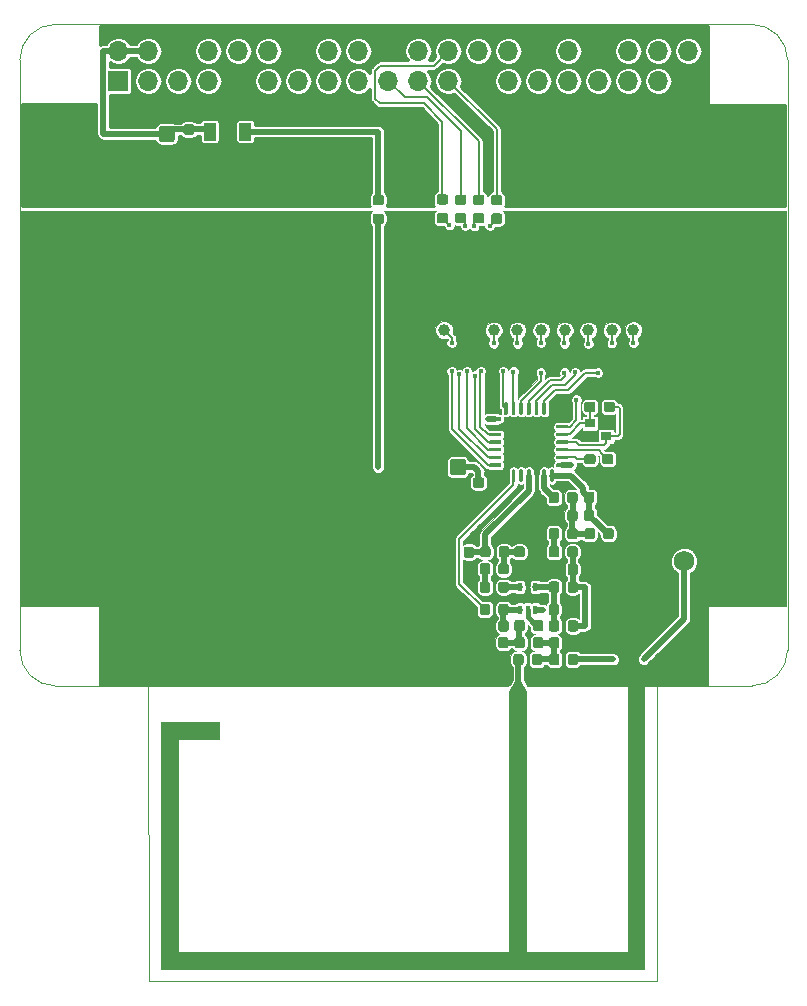
<source format=gbr>
G04 #@! TF.GenerationSoftware,KiCad,Pcbnew,5.0.1-33cea8e~68~ubuntu18.04.1*
G04 #@! TF.CreationDate,2019-02-10T11:00:50+00:00*
G04 #@! TF.ProjectId,LoRa-hat,4C6F52612D6861742E6B696361645F70,rev?*
G04 #@! TF.SameCoordinates,Original*
G04 #@! TF.FileFunction,Copper,L1,Top,Signal*
G04 #@! TF.FilePolarity,Positive*
%FSLAX46Y46*%
G04 Gerber Fmt 4.6, Leading zero omitted, Abs format (unit mm)*
G04 Created by KiCad (PCBNEW 5.0.1-33cea8e~68~ubuntu18.04.1) date Sun 10 Feb 2019 11:00:50 GMT*
%MOMM*%
%LPD*%
G01*
G04 APERTURE LIST*
G04 #@! TA.AperFunction,NonConductor*
%ADD10C,0.100000*%
G04 #@! TD*
G04 #@! TA.AperFunction,EtchedComponent*
%ADD11C,0.100000*%
G04 #@! TD*
G04 #@! TA.AperFunction,Conductor*
%ADD12C,0.100000*%
G04 #@! TD*
G04 #@! TA.AperFunction,SMDPad,CuDef*
%ADD13C,0.300000*%
G04 #@! TD*
G04 #@! TA.AperFunction,ViaPad*
%ADD14C,0.500000*%
G04 #@! TD*
G04 #@! TA.AperFunction,SMDPad,CuDef*
%ADD15C,4.250000*%
G04 #@! TD*
G04 #@! TA.AperFunction,SMDPad,CuDef*
%ADD16R,5.500000X1.000000*%
G04 #@! TD*
G04 #@! TA.AperFunction,SMDPad,CuDef*
%ADD17R,7.750000X1.000000*%
G04 #@! TD*
G04 #@! TA.AperFunction,SMDPad,CuDef*
%ADD18R,15.000000X1.000000*%
G04 #@! TD*
G04 #@! TA.AperFunction,SMDPad,CuDef*
%ADD19R,1.000000X25.000000*%
G04 #@! TD*
G04 #@! TA.AperFunction,SMDPad,CuDef*
%ADD20C,0.875000*%
G04 #@! TD*
G04 #@! TA.AperFunction,SMDPad,CuDef*
%ADD21C,1.350000*%
G04 #@! TD*
G04 #@! TA.AperFunction,Conductor*
%ADD22R,30.500000X0.500000*%
G04 #@! TD*
G04 #@! TA.AperFunction,Conductor*
%ADD23R,11.000000X0.500000*%
G04 #@! TD*
G04 #@! TA.AperFunction,Conductor*
%ADD24C,0.894426*%
G04 #@! TD*
G04 #@! TA.AperFunction,BGAPad,CuDef*
%ADD25C,1.730000*%
G04 #@! TD*
G04 #@! TA.AperFunction,SMDPad,CuDef*
%ADD26C,1.510000*%
G04 #@! TD*
G04 #@! TA.AperFunction,SMDPad,CuDef*
%ADD27R,0.400000X0.700000*%
G04 #@! TD*
G04 #@! TA.AperFunction,SMDPad,CuDef*
%ADD28R,0.900000X0.800000*%
G04 #@! TD*
G04 #@! TA.AperFunction,BGAPad,CuDef*
%ADD29C,1.000000*%
G04 #@! TD*
G04 #@! TA.AperFunction,SMDPad,CuDef*
%ADD30C,0.850000*%
G04 #@! TD*
G04 #@! TA.AperFunction,SMDPad,CuDef*
%ADD31R,1.000000X1.500000*%
G04 #@! TD*
G04 #@! TA.AperFunction,SMDPad,CuDef*
%ADD32R,1.000000X1.800000*%
G04 #@! TD*
G04 #@! TA.AperFunction,SMDPad,CuDef*
%ADD33R,2.200000X1.840000*%
G04 #@! TD*
G04 #@! TA.AperFunction,SMDPad,CuDef*
%ADD34C,1.000000*%
G04 #@! TD*
G04 #@! TA.AperFunction,ComponentPad*
%ADD35R,1.700000X1.700000*%
G04 #@! TD*
G04 #@! TA.AperFunction,ComponentPad*
%ADD36O,1.700000X1.700000*%
G04 #@! TD*
G04 #@! TA.AperFunction,ViaPad*
%ADD37C,0.400000*%
G04 #@! TD*
G04 #@! TA.AperFunction,Conductor*
%ADD38C,0.200000*%
G04 #@! TD*
G04 #@! TA.AperFunction,Conductor*
%ADD39C,0.500000*%
G04 #@! TD*
G04 #@! TA.AperFunction,Conductor*
%ADD40C,0.400000*%
G04 #@! TD*
G04 #@! TA.AperFunction,Conductor*
%ADD41C,0.254000*%
G04 #@! TD*
G04 APERTURE END LIST*
D10*
X89440000Y-116820000D02*
X89500000Y-141840000D01*
X132500000Y-141850000D02*
X89500000Y-141840000D01*
X132500000Y-116830000D02*
X132500000Y-141850000D01*
X132500000Y-116830000D02*
X140546356Y-116830000D01*
X81530000Y-116820000D02*
X89440000Y-116820000D01*
X81546356Y-116817611D02*
G75*
G02X78546356Y-113817611I0J3000000D01*
G01*
X143546351Y-113822847D02*
G75*
G02X140546356Y-116817611I-2999995J5236D01*
G01*
X78546356Y-63817611D02*
X78546356Y-113817611D01*
X78546356Y-63817611D02*
G75*
G02X81546356Y-60817611I3000000J0D01*
G01*
X140546356Y-60817611D02*
X81546356Y-60817611D01*
X140546356Y-60817611D02*
G75*
G02X143546356Y-63817611I0J-3000000D01*
G01*
X143546356Y-113817611D02*
X143546356Y-63817611D01*
D11*
G04 #@! TO.C,A1*
G36*
X90500000Y-119870000D02*
X95500000Y-119870000D01*
X95500000Y-121370000D01*
X92000000Y-121370000D01*
X92000000Y-131120000D01*
X92000000Y-139370000D01*
X101500000Y-139370000D01*
X120000000Y-139370000D01*
X120000000Y-117370000D01*
X121500000Y-117370000D01*
X121500000Y-139370000D01*
X130000000Y-139370000D01*
X130000000Y-116870000D01*
X131500000Y-116870000D01*
X131500000Y-140870000D01*
X92000000Y-140870000D01*
X90500000Y-140870000D01*
X90500000Y-119870000D01*
G37*
G04 #@! TD*
D12*
G04 #@! TO.N,Net-(C12-Pad1)*
G04 #@! TO.C,U1*
G36*
X123672351Y-98505361D02*
X123679632Y-98506441D01*
X123686771Y-98508229D01*
X123693701Y-98510709D01*
X123700355Y-98513856D01*
X123706668Y-98517640D01*
X123712579Y-98522024D01*
X123718033Y-98526967D01*
X123722976Y-98532421D01*
X123727360Y-98538332D01*
X123731144Y-98544645D01*
X123734291Y-98551299D01*
X123736771Y-98558229D01*
X123738559Y-98565368D01*
X123739639Y-98572649D01*
X123740000Y-98580000D01*
X123740000Y-99455000D01*
X123739639Y-99462351D01*
X123738559Y-99469632D01*
X123736771Y-99476771D01*
X123734291Y-99483701D01*
X123731144Y-99490355D01*
X123727360Y-99496668D01*
X123722976Y-99502579D01*
X123718033Y-99508033D01*
X123712579Y-99512976D01*
X123706668Y-99517360D01*
X123700355Y-99521144D01*
X123693701Y-99524291D01*
X123686771Y-99526771D01*
X123679632Y-99528559D01*
X123672351Y-99529639D01*
X123665000Y-99530000D01*
X123515000Y-99530000D01*
X123507649Y-99529639D01*
X123500368Y-99528559D01*
X123493229Y-99526771D01*
X123486299Y-99524291D01*
X123479645Y-99521144D01*
X123473332Y-99517360D01*
X123467421Y-99512976D01*
X123461967Y-99508033D01*
X123457024Y-99502579D01*
X123452640Y-99496668D01*
X123448856Y-99490355D01*
X123445709Y-99483701D01*
X123443229Y-99476771D01*
X123441441Y-99469632D01*
X123440361Y-99462351D01*
X123440000Y-99455000D01*
X123440000Y-98580000D01*
X123440361Y-98572649D01*
X123441441Y-98565368D01*
X123443229Y-98558229D01*
X123445709Y-98551299D01*
X123448856Y-98544645D01*
X123452640Y-98538332D01*
X123457024Y-98532421D01*
X123461967Y-98526967D01*
X123467421Y-98522024D01*
X123473332Y-98517640D01*
X123479645Y-98513856D01*
X123486299Y-98510709D01*
X123493229Y-98508229D01*
X123500368Y-98506441D01*
X123507649Y-98505361D01*
X123515000Y-98505000D01*
X123665000Y-98505000D01*
X123672351Y-98505361D01*
X123672351Y-98505361D01*
G37*
D13*
G04 #@! TD*
G04 #@! TO.P,U1,28*
G04 #@! TO.N,Net-(C12-Pad1)*
X123590000Y-99017500D03*
D12*
G04 #@! TO.N,Net-(L1-Pad1)*
G04 #@! TO.C,U1*
G36*
X123022351Y-98505361D02*
X123029632Y-98506441D01*
X123036771Y-98508229D01*
X123043701Y-98510709D01*
X123050355Y-98513856D01*
X123056668Y-98517640D01*
X123062579Y-98522024D01*
X123068033Y-98526967D01*
X123072976Y-98532421D01*
X123077360Y-98538332D01*
X123081144Y-98544645D01*
X123084291Y-98551299D01*
X123086771Y-98558229D01*
X123088559Y-98565368D01*
X123089639Y-98572649D01*
X123090000Y-98580000D01*
X123090000Y-99455000D01*
X123089639Y-99462351D01*
X123088559Y-99469632D01*
X123086771Y-99476771D01*
X123084291Y-99483701D01*
X123081144Y-99490355D01*
X123077360Y-99496668D01*
X123072976Y-99502579D01*
X123068033Y-99508033D01*
X123062579Y-99512976D01*
X123056668Y-99517360D01*
X123050355Y-99521144D01*
X123043701Y-99524291D01*
X123036771Y-99526771D01*
X123029632Y-99528559D01*
X123022351Y-99529639D01*
X123015000Y-99530000D01*
X122865000Y-99530000D01*
X122857649Y-99529639D01*
X122850368Y-99528559D01*
X122843229Y-99526771D01*
X122836299Y-99524291D01*
X122829645Y-99521144D01*
X122823332Y-99517360D01*
X122817421Y-99512976D01*
X122811967Y-99508033D01*
X122807024Y-99502579D01*
X122802640Y-99496668D01*
X122798856Y-99490355D01*
X122795709Y-99483701D01*
X122793229Y-99476771D01*
X122791441Y-99469632D01*
X122790361Y-99462351D01*
X122790000Y-99455000D01*
X122790000Y-98580000D01*
X122790361Y-98572649D01*
X122791441Y-98565368D01*
X122793229Y-98558229D01*
X122795709Y-98551299D01*
X122798856Y-98544645D01*
X122802640Y-98538332D01*
X122807024Y-98532421D01*
X122811967Y-98526967D01*
X122817421Y-98522024D01*
X122823332Y-98517640D01*
X122829645Y-98513856D01*
X122836299Y-98510709D01*
X122843229Y-98508229D01*
X122850368Y-98506441D01*
X122857649Y-98505361D01*
X122865000Y-98505000D01*
X123015000Y-98505000D01*
X123022351Y-98505361D01*
X123022351Y-98505361D01*
G37*
D13*
G04 #@! TD*
G04 #@! TO.P,U1,27*
G04 #@! TO.N,Net-(L1-Pad1)*
X122940000Y-99017500D03*
D12*
G04 #@! TO.N,GNDA*
G04 #@! TO.C,U1*
G36*
X122372351Y-98505361D02*
X122379632Y-98506441D01*
X122386771Y-98508229D01*
X122393701Y-98510709D01*
X122400355Y-98513856D01*
X122406668Y-98517640D01*
X122412579Y-98522024D01*
X122418033Y-98526967D01*
X122422976Y-98532421D01*
X122427360Y-98538332D01*
X122431144Y-98544645D01*
X122434291Y-98551299D01*
X122436771Y-98558229D01*
X122438559Y-98565368D01*
X122439639Y-98572649D01*
X122440000Y-98580000D01*
X122440000Y-99455000D01*
X122439639Y-99462351D01*
X122438559Y-99469632D01*
X122436771Y-99476771D01*
X122434291Y-99483701D01*
X122431144Y-99490355D01*
X122427360Y-99496668D01*
X122422976Y-99502579D01*
X122418033Y-99508033D01*
X122412579Y-99512976D01*
X122406668Y-99517360D01*
X122400355Y-99521144D01*
X122393701Y-99524291D01*
X122386771Y-99526771D01*
X122379632Y-99528559D01*
X122372351Y-99529639D01*
X122365000Y-99530000D01*
X122215000Y-99530000D01*
X122207649Y-99529639D01*
X122200368Y-99528559D01*
X122193229Y-99526771D01*
X122186299Y-99524291D01*
X122179645Y-99521144D01*
X122173332Y-99517360D01*
X122167421Y-99512976D01*
X122161967Y-99508033D01*
X122157024Y-99502579D01*
X122152640Y-99496668D01*
X122148856Y-99490355D01*
X122145709Y-99483701D01*
X122143229Y-99476771D01*
X122141441Y-99469632D01*
X122140361Y-99462351D01*
X122140000Y-99455000D01*
X122140000Y-98580000D01*
X122140361Y-98572649D01*
X122141441Y-98565368D01*
X122143229Y-98558229D01*
X122145709Y-98551299D01*
X122148856Y-98544645D01*
X122152640Y-98538332D01*
X122157024Y-98532421D01*
X122161967Y-98526967D01*
X122167421Y-98522024D01*
X122173332Y-98517640D01*
X122179645Y-98513856D01*
X122186299Y-98510709D01*
X122193229Y-98508229D01*
X122200368Y-98506441D01*
X122207649Y-98505361D01*
X122215000Y-98505000D01*
X122365000Y-98505000D01*
X122372351Y-98505361D01*
X122372351Y-98505361D01*
G37*
D13*
G04 #@! TD*
G04 #@! TO.P,U1,26*
G04 #@! TO.N,GNDA*
X122290000Y-99017500D03*
D12*
G04 #@! TO.N,Net-(C11-Pad1)*
G04 #@! TO.C,U1*
G36*
X121722351Y-98505361D02*
X121729632Y-98506441D01*
X121736771Y-98508229D01*
X121743701Y-98510709D01*
X121750355Y-98513856D01*
X121756668Y-98517640D01*
X121762579Y-98522024D01*
X121768033Y-98526967D01*
X121772976Y-98532421D01*
X121777360Y-98538332D01*
X121781144Y-98544645D01*
X121784291Y-98551299D01*
X121786771Y-98558229D01*
X121788559Y-98565368D01*
X121789639Y-98572649D01*
X121790000Y-98580000D01*
X121790000Y-99455000D01*
X121789639Y-99462351D01*
X121788559Y-99469632D01*
X121786771Y-99476771D01*
X121784291Y-99483701D01*
X121781144Y-99490355D01*
X121777360Y-99496668D01*
X121772976Y-99502579D01*
X121768033Y-99508033D01*
X121762579Y-99512976D01*
X121756668Y-99517360D01*
X121750355Y-99521144D01*
X121743701Y-99524291D01*
X121736771Y-99526771D01*
X121729632Y-99528559D01*
X121722351Y-99529639D01*
X121715000Y-99530000D01*
X121565000Y-99530000D01*
X121557649Y-99529639D01*
X121550368Y-99528559D01*
X121543229Y-99526771D01*
X121536299Y-99524291D01*
X121529645Y-99521144D01*
X121523332Y-99517360D01*
X121517421Y-99512976D01*
X121511967Y-99508033D01*
X121507024Y-99502579D01*
X121502640Y-99496668D01*
X121498856Y-99490355D01*
X121495709Y-99483701D01*
X121493229Y-99476771D01*
X121491441Y-99469632D01*
X121490361Y-99462351D01*
X121490000Y-99455000D01*
X121490000Y-98580000D01*
X121490361Y-98572649D01*
X121491441Y-98565368D01*
X121493229Y-98558229D01*
X121495709Y-98551299D01*
X121498856Y-98544645D01*
X121502640Y-98538332D01*
X121507024Y-98532421D01*
X121511967Y-98526967D01*
X121517421Y-98522024D01*
X121523332Y-98517640D01*
X121529645Y-98513856D01*
X121536299Y-98510709D01*
X121543229Y-98508229D01*
X121550368Y-98506441D01*
X121557649Y-98505361D01*
X121565000Y-98505000D01*
X121715000Y-98505000D01*
X121722351Y-98505361D01*
X121722351Y-98505361D01*
G37*
D13*
G04 #@! TD*
G04 #@! TO.P,U1,25*
G04 #@! TO.N,Net-(C11-Pad1)*
X121640000Y-99017500D03*
D12*
G04 #@! TO.N,Net-(U1-Pad24)*
G04 #@! TO.C,U1*
G36*
X121072351Y-98505361D02*
X121079632Y-98506441D01*
X121086771Y-98508229D01*
X121093701Y-98510709D01*
X121100355Y-98513856D01*
X121106668Y-98517640D01*
X121112579Y-98522024D01*
X121118033Y-98526967D01*
X121122976Y-98532421D01*
X121127360Y-98538332D01*
X121131144Y-98544645D01*
X121134291Y-98551299D01*
X121136771Y-98558229D01*
X121138559Y-98565368D01*
X121139639Y-98572649D01*
X121140000Y-98580000D01*
X121140000Y-99455000D01*
X121139639Y-99462351D01*
X121138559Y-99469632D01*
X121136771Y-99476771D01*
X121134291Y-99483701D01*
X121131144Y-99490355D01*
X121127360Y-99496668D01*
X121122976Y-99502579D01*
X121118033Y-99508033D01*
X121112579Y-99512976D01*
X121106668Y-99517360D01*
X121100355Y-99521144D01*
X121093701Y-99524291D01*
X121086771Y-99526771D01*
X121079632Y-99528559D01*
X121072351Y-99529639D01*
X121065000Y-99530000D01*
X120915000Y-99530000D01*
X120907649Y-99529639D01*
X120900368Y-99528559D01*
X120893229Y-99526771D01*
X120886299Y-99524291D01*
X120879645Y-99521144D01*
X120873332Y-99517360D01*
X120867421Y-99512976D01*
X120861967Y-99508033D01*
X120857024Y-99502579D01*
X120852640Y-99496668D01*
X120848856Y-99490355D01*
X120845709Y-99483701D01*
X120843229Y-99476771D01*
X120841441Y-99469632D01*
X120840361Y-99462351D01*
X120840000Y-99455000D01*
X120840000Y-98580000D01*
X120840361Y-98572649D01*
X120841441Y-98565368D01*
X120843229Y-98558229D01*
X120845709Y-98551299D01*
X120848856Y-98544645D01*
X120852640Y-98538332D01*
X120857024Y-98532421D01*
X120861967Y-98526967D01*
X120867421Y-98522024D01*
X120873332Y-98517640D01*
X120879645Y-98513856D01*
X120886299Y-98510709D01*
X120893229Y-98508229D01*
X120900368Y-98506441D01*
X120907649Y-98505361D01*
X120915000Y-98505000D01*
X121065000Y-98505000D01*
X121072351Y-98505361D01*
X121072351Y-98505361D01*
G37*
D13*
G04 #@! TD*
G04 #@! TO.P,U1,24*
G04 #@! TO.N,Net-(U1-Pad24)*
X120990000Y-99017500D03*
D12*
G04 #@! TO.N,Net-(R2-Pad2)*
G04 #@! TO.C,U1*
G36*
X120422351Y-98505361D02*
X120429632Y-98506441D01*
X120436771Y-98508229D01*
X120443701Y-98510709D01*
X120450355Y-98513856D01*
X120456668Y-98517640D01*
X120462579Y-98522024D01*
X120468033Y-98526967D01*
X120472976Y-98532421D01*
X120477360Y-98538332D01*
X120481144Y-98544645D01*
X120484291Y-98551299D01*
X120486771Y-98558229D01*
X120488559Y-98565368D01*
X120489639Y-98572649D01*
X120490000Y-98580000D01*
X120490000Y-99455000D01*
X120489639Y-99462351D01*
X120488559Y-99469632D01*
X120486771Y-99476771D01*
X120484291Y-99483701D01*
X120481144Y-99490355D01*
X120477360Y-99496668D01*
X120472976Y-99502579D01*
X120468033Y-99508033D01*
X120462579Y-99512976D01*
X120456668Y-99517360D01*
X120450355Y-99521144D01*
X120443701Y-99524291D01*
X120436771Y-99526771D01*
X120429632Y-99528559D01*
X120422351Y-99529639D01*
X120415000Y-99530000D01*
X120265000Y-99530000D01*
X120257649Y-99529639D01*
X120250368Y-99528559D01*
X120243229Y-99526771D01*
X120236299Y-99524291D01*
X120229645Y-99521144D01*
X120223332Y-99517360D01*
X120217421Y-99512976D01*
X120211967Y-99508033D01*
X120207024Y-99502579D01*
X120202640Y-99496668D01*
X120198856Y-99490355D01*
X120195709Y-99483701D01*
X120193229Y-99476771D01*
X120191441Y-99469632D01*
X120190361Y-99462351D01*
X120190000Y-99455000D01*
X120190000Y-98580000D01*
X120190361Y-98572649D01*
X120191441Y-98565368D01*
X120193229Y-98558229D01*
X120195709Y-98551299D01*
X120198856Y-98544645D01*
X120202640Y-98538332D01*
X120207024Y-98532421D01*
X120211967Y-98526967D01*
X120217421Y-98522024D01*
X120223332Y-98517640D01*
X120229645Y-98513856D01*
X120236299Y-98510709D01*
X120243229Y-98508229D01*
X120250368Y-98506441D01*
X120257649Y-98505361D01*
X120265000Y-98505000D01*
X120415000Y-98505000D01*
X120422351Y-98505361D01*
X120422351Y-98505361D01*
G37*
D13*
G04 #@! TD*
G04 #@! TO.P,U1,23*
G04 #@! TO.N,Net-(R2-Pad2)*
X120340000Y-99017500D03*
D12*
G04 #@! TO.N,GNDA*
G04 #@! TO.C,U1*
G36*
X119772351Y-98505361D02*
X119779632Y-98506441D01*
X119786771Y-98508229D01*
X119793701Y-98510709D01*
X119800355Y-98513856D01*
X119806668Y-98517640D01*
X119812579Y-98522024D01*
X119818033Y-98526967D01*
X119822976Y-98532421D01*
X119827360Y-98538332D01*
X119831144Y-98544645D01*
X119834291Y-98551299D01*
X119836771Y-98558229D01*
X119838559Y-98565368D01*
X119839639Y-98572649D01*
X119840000Y-98580000D01*
X119840000Y-99455000D01*
X119839639Y-99462351D01*
X119838559Y-99469632D01*
X119836771Y-99476771D01*
X119834291Y-99483701D01*
X119831144Y-99490355D01*
X119827360Y-99496668D01*
X119822976Y-99502579D01*
X119818033Y-99508033D01*
X119812579Y-99512976D01*
X119806668Y-99517360D01*
X119800355Y-99521144D01*
X119793701Y-99524291D01*
X119786771Y-99526771D01*
X119779632Y-99528559D01*
X119772351Y-99529639D01*
X119765000Y-99530000D01*
X119615000Y-99530000D01*
X119607649Y-99529639D01*
X119600368Y-99528559D01*
X119593229Y-99526771D01*
X119586299Y-99524291D01*
X119579645Y-99521144D01*
X119573332Y-99517360D01*
X119567421Y-99512976D01*
X119561967Y-99508033D01*
X119557024Y-99502579D01*
X119552640Y-99496668D01*
X119548856Y-99490355D01*
X119545709Y-99483701D01*
X119543229Y-99476771D01*
X119541441Y-99469632D01*
X119540361Y-99462351D01*
X119540000Y-99455000D01*
X119540000Y-98580000D01*
X119540361Y-98572649D01*
X119541441Y-98565368D01*
X119543229Y-98558229D01*
X119545709Y-98551299D01*
X119548856Y-98544645D01*
X119552640Y-98538332D01*
X119557024Y-98532421D01*
X119561967Y-98526967D01*
X119567421Y-98522024D01*
X119573332Y-98517640D01*
X119579645Y-98513856D01*
X119586299Y-98510709D01*
X119593229Y-98508229D01*
X119600368Y-98506441D01*
X119607649Y-98505361D01*
X119615000Y-98505000D01*
X119765000Y-98505000D01*
X119772351Y-98505361D01*
X119772351Y-98505361D01*
G37*
D13*
G04 #@! TD*
G04 #@! TO.P,U1,22*
G04 #@! TO.N,GNDA*
X119690000Y-99017500D03*
D12*
G04 #@! TO.N,Net-(TP8-Pad1)*
G04 #@! TO.C,U1*
G36*
X119247351Y-97980361D02*
X119254632Y-97981441D01*
X119261771Y-97983229D01*
X119268701Y-97985709D01*
X119275355Y-97988856D01*
X119281668Y-97992640D01*
X119287579Y-97997024D01*
X119293033Y-98001967D01*
X119297976Y-98007421D01*
X119302360Y-98013332D01*
X119306144Y-98019645D01*
X119309291Y-98026299D01*
X119311771Y-98033229D01*
X119313559Y-98040368D01*
X119314639Y-98047649D01*
X119315000Y-98055000D01*
X119315000Y-98205000D01*
X119314639Y-98212351D01*
X119313559Y-98219632D01*
X119311771Y-98226771D01*
X119309291Y-98233701D01*
X119306144Y-98240355D01*
X119302360Y-98246668D01*
X119297976Y-98252579D01*
X119293033Y-98258033D01*
X119287579Y-98262976D01*
X119281668Y-98267360D01*
X119275355Y-98271144D01*
X119268701Y-98274291D01*
X119261771Y-98276771D01*
X119254632Y-98278559D01*
X119247351Y-98279639D01*
X119240000Y-98280000D01*
X118365000Y-98280000D01*
X118357649Y-98279639D01*
X118350368Y-98278559D01*
X118343229Y-98276771D01*
X118336299Y-98274291D01*
X118329645Y-98271144D01*
X118323332Y-98267360D01*
X118317421Y-98262976D01*
X118311967Y-98258033D01*
X118307024Y-98252579D01*
X118302640Y-98246668D01*
X118298856Y-98240355D01*
X118295709Y-98233701D01*
X118293229Y-98226771D01*
X118291441Y-98219632D01*
X118290361Y-98212351D01*
X118290000Y-98205000D01*
X118290000Y-98055000D01*
X118290361Y-98047649D01*
X118291441Y-98040368D01*
X118293229Y-98033229D01*
X118295709Y-98026299D01*
X118298856Y-98019645D01*
X118302640Y-98013332D01*
X118307024Y-98007421D01*
X118311967Y-98001967D01*
X118317421Y-97997024D01*
X118323332Y-97992640D01*
X118329645Y-97988856D01*
X118336299Y-97985709D01*
X118343229Y-97983229D01*
X118350368Y-97981441D01*
X118357649Y-97980361D01*
X118365000Y-97980000D01*
X119240000Y-97980000D01*
X119247351Y-97980361D01*
X119247351Y-97980361D01*
G37*
D13*
G04 #@! TD*
G04 #@! TO.P,U1,21*
G04 #@! TO.N,Net-(TP8-Pad1)*
X118802500Y-98130000D03*
D12*
G04 #@! TO.N,Net-(R6-Pad1)*
G04 #@! TO.C,U1*
G36*
X119247351Y-97330361D02*
X119254632Y-97331441D01*
X119261771Y-97333229D01*
X119268701Y-97335709D01*
X119275355Y-97338856D01*
X119281668Y-97342640D01*
X119287579Y-97347024D01*
X119293033Y-97351967D01*
X119297976Y-97357421D01*
X119302360Y-97363332D01*
X119306144Y-97369645D01*
X119309291Y-97376299D01*
X119311771Y-97383229D01*
X119313559Y-97390368D01*
X119314639Y-97397649D01*
X119315000Y-97405000D01*
X119315000Y-97555000D01*
X119314639Y-97562351D01*
X119313559Y-97569632D01*
X119311771Y-97576771D01*
X119309291Y-97583701D01*
X119306144Y-97590355D01*
X119302360Y-97596668D01*
X119297976Y-97602579D01*
X119293033Y-97608033D01*
X119287579Y-97612976D01*
X119281668Y-97617360D01*
X119275355Y-97621144D01*
X119268701Y-97624291D01*
X119261771Y-97626771D01*
X119254632Y-97628559D01*
X119247351Y-97629639D01*
X119240000Y-97630000D01*
X118365000Y-97630000D01*
X118357649Y-97629639D01*
X118350368Y-97628559D01*
X118343229Y-97626771D01*
X118336299Y-97624291D01*
X118329645Y-97621144D01*
X118323332Y-97617360D01*
X118317421Y-97612976D01*
X118311967Y-97608033D01*
X118307024Y-97602579D01*
X118302640Y-97596668D01*
X118298856Y-97590355D01*
X118295709Y-97583701D01*
X118293229Y-97576771D01*
X118291441Y-97569632D01*
X118290361Y-97562351D01*
X118290000Y-97555000D01*
X118290000Y-97405000D01*
X118290361Y-97397649D01*
X118291441Y-97390368D01*
X118293229Y-97383229D01*
X118295709Y-97376299D01*
X118298856Y-97369645D01*
X118302640Y-97363332D01*
X118307024Y-97357421D01*
X118311967Y-97351967D01*
X118317421Y-97347024D01*
X118323332Y-97342640D01*
X118329645Y-97338856D01*
X118336299Y-97335709D01*
X118343229Y-97333229D01*
X118350368Y-97331441D01*
X118357649Y-97330361D01*
X118365000Y-97330000D01*
X119240000Y-97330000D01*
X119247351Y-97330361D01*
X119247351Y-97330361D01*
G37*
D13*
G04 #@! TD*
G04 #@! TO.P,U1,20*
G04 #@! TO.N,Net-(R6-Pad1)*
X118802500Y-97480000D03*
D12*
G04 #@! TO.N,Net-(R3-Pad1)*
G04 #@! TO.C,U1*
G36*
X119247351Y-96680361D02*
X119254632Y-96681441D01*
X119261771Y-96683229D01*
X119268701Y-96685709D01*
X119275355Y-96688856D01*
X119281668Y-96692640D01*
X119287579Y-96697024D01*
X119293033Y-96701967D01*
X119297976Y-96707421D01*
X119302360Y-96713332D01*
X119306144Y-96719645D01*
X119309291Y-96726299D01*
X119311771Y-96733229D01*
X119313559Y-96740368D01*
X119314639Y-96747649D01*
X119315000Y-96755000D01*
X119315000Y-96905000D01*
X119314639Y-96912351D01*
X119313559Y-96919632D01*
X119311771Y-96926771D01*
X119309291Y-96933701D01*
X119306144Y-96940355D01*
X119302360Y-96946668D01*
X119297976Y-96952579D01*
X119293033Y-96958033D01*
X119287579Y-96962976D01*
X119281668Y-96967360D01*
X119275355Y-96971144D01*
X119268701Y-96974291D01*
X119261771Y-96976771D01*
X119254632Y-96978559D01*
X119247351Y-96979639D01*
X119240000Y-96980000D01*
X118365000Y-96980000D01*
X118357649Y-96979639D01*
X118350368Y-96978559D01*
X118343229Y-96976771D01*
X118336299Y-96974291D01*
X118329645Y-96971144D01*
X118323332Y-96967360D01*
X118317421Y-96962976D01*
X118311967Y-96958033D01*
X118307024Y-96952579D01*
X118302640Y-96946668D01*
X118298856Y-96940355D01*
X118295709Y-96933701D01*
X118293229Y-96926771D01*
X118291441Y-96919632D01*
X118290361Y-96912351D01*
X118290000Y-96905000D01*
X118290000Y-96755000D01*
X118290361Y-96747649D01*
X118291441Y-96740368D01*
X118293229Y-96733229D01*
X118295709Y-96726299D01*
X118298856Y-96719645D01*
X118302640Y-96713332D01*
X118307024Y-96707421D01*
X118311967Y-96701967D01*
X118317421Y-96697024D01*
X118323332Y-96692640D01*
X118329645Y-96688856D01*
X118336299Y-96685709D01*
X118343229Y-96683229D01*
X118350368Y-96681441D01*
X118357649Y-96680361D01*
X118365000Y-96680000D01*
X119240000Y-96680000D01*
X119247351Y-96680361D01*
X119247351Y-96680361D01*
G37*
D13*
G04 #@! TD*
G04 #@! TO.P,U1,19*
G04 #@! TO.N,Net-(R3-Pad1)*
X118802500Y-96830000D03*
D12*
G04 #@! TO.N,Net-(R4-Pad1)*
G04 #@! TO.C,U1*
G36*
X119247351Y-96030361D02*
X119254632Y-96031441D01*
X119261771Y-96033229D01*
X119268701Y-96035709D01*
X119275355Y-96038856D01*
X119281668Y-96042640D01*
X119287579Y-96047024D01*
X119293033Y-96051967D01*
X119297976Y-96057421D01*
X119302360Y-96063332D01*
X119306144Y-96069645D01*
X119309291Y-96076299D01*
X119311771Y-96083229D01*
X119313559Y-96090368D01*
X119314639Y-96097649D01*
X119315000Y-96105000D01*
X119315000Y-96255000D01*
X119314639Y-96262351D01*
X119313559Y-96269632D01*
X119311771Y-96276771D01*
X119309291Y-96283701D01*
X119306144Y-96290355D01*
X119302360Y-96296668D01*
X119297976Y-96302579D01*
X119293033Y-96308033D01*
X119287579Y-96312976D01*
X119281668Y-96317360D01*
X119275355Y-96321144D01*
X119268701Y-96324291D01*
X119261771Y-96326771D01*
X119254632Y-96328559D01*
X119247351Y-96329639D01*
X119240000Y-96330000D01*
X118365000Y-96330000D01*
X118357649Y-96329639D01*
X118350368Y-96328559D01*
X118343229Y-96326771D01*
X118336299Y-96324291D01*
X118329645Y-96321144D01*
X118323332Y-96317360D01*
X118317421Y-96312976D01*
X118311967Y-96308033D01*
X118307024Y-96302579D01*
X118302640Y-96296668D01*
X118298856Y-96290355D01*
X118295709Y-96283701D01*
X118293229Y-96276771D01*
X118291441Y-96269632D01*
X118290361Y-96262351D01*
X118290000Y-96255000D01*
X118290000Y-96105000D01*
X118290361Y-96097649D01*
X118291441Y-96090368D01*
X118293229Y-96083229D01*
X118295709Y-96076299D01*
X118298856Y-96069645D01*
X118302640Y-96063332D01*
X118307024Y-96057421D01*
X118311967Y-96051967D01*
X118317421Y-96047024D01*
X118323332Y-96042640D01*
X118329645Y-96038856D01*
X118336299Y-96035709D01*
X118343229Y-96033229D01*
X118350368Y-96031441D01*
X118357649Y-96030361D01*
X118365000Y-96030000D01*
X119240000Y-96030000D01*
X119247351Y-96030361D01*
X119247351Y-96030361D01*
G37*
D13*
G04 #@! TD*
G04 #@! TO.P,U1,18*
G04 #@! TO.N,Net-(R4-Pad1)*
X118802500Y-96180000D03*
D12*
G04 #@! TO.N,Net-(R5-Pad1)*
G04 #@! TO.C,U1*
G36*
X119247351Y-95380361D02*
X119254632Y-95381441D01*
X119261771Y-95383229D01*
X119268701Y-95385709D01*
X119275355Y-95388856D01*
X119281668Y-95392640D01*
X119287579Y-95397024D01*
X119293033Y-95401967D01*
X119297976Y-95407421D01*
X119302360Y-95413332D01*
X119306144Y-95419645D01*
X119309291Y-95426299D01*
X119311771Y-95433229D01*
X119313559Y-95440368D01*
X119314639Y-95447649D01*
X119315000Y-95455000D01*
X119315000Y-95605000D01*
X119314639Y-95612351D01*
X119313559Y-95619632D01*
X119311771Y-95626771D01*
X119309291Y-95633701D01*
X119306144Y-95640355D01*
X119302360Y-95646668D01*
X119297976Y-95652579D01*
X119293033Y-95658033D01*
X119287579Y-95662976D01*
X119281668Y-95667360D01*
X119275355Y-95671144D01*
X119268701Y-95674291D01*
X119261771Y-95676771D01*
X119254632Y-95678559D01*
X119247351Y-95679639D01*
X119240000Y-95680000D01*
X118365000Y-95680000D01*
X118357649Y-95679639D01*
X118350368Y-95678559D01*
X118343229Y-95676771D01*
X118336299Y-95674291D01*
X118329645Y-95671144D01*
X118323332Y-95667360D01*
X118317421Y-95662976D01*
X118311967Y-95658033D01*
X118307024Y-95652579D01*
X118302640Y-95646668D01*
X118298856Y-95640355D01*
X118295709Y-95633701D01*
X118293229Y-95626771D01*
X118291441Y-95619632D01*
X118290361Y-95612351D01*
X118290000Y-95605000D01*
X118290000Y-95455000D01*
X118290361Y-95447649D01*
X118291441Y-95440368D01*
X118293229Y-95433229D01*
X118295709Y-95426299D01*
X118298856Y-95419645D01*
X118302640Y-95413332D01*
X118307024Y-95407421D01*
X118311967Y-95401967D01*
X118317421Y-95397024D01*
X118323332Y-95392640D01*
X118329645Y-95388856D01*
X118336299Y-95385709D01*
X118343229Y-95383229D01*
X118350368Y-95381441D01*
X118357649Y-95380361D01*
X118365000Y-95380000D01*
X119240000Y-95380000D01*
X119247351Y-95380361D01*
X119247351Y-95380361D01*
G37*
D13*
G04 #@! TD*
G04 #@! TO.P,U1,17*
G04 #@! TO.N,Net-(R5-Pad1)*
X118802500Y-95530000D03*
D12*
G04 #@! TO.N,GNDA*
G04 #@! TO.C,U1*
G36*
X119247351Y-94730361D02*
X119254632Y-94731441D01*
X119261771Y-94733229D01*
X119268701Y-94735709D01*
X119275355Y-94738856D01*
X119281668Y-94742640D01*
X119287579Y-94747024D01*
X119293033Y-94751967D01*
X119297976Y-94757421D01*
X119302360Y-94763332D01*
X119306144Y-94769645D01*
X119309291Y-94776299D01*
X119311771Y-94783229D01*
X119313559Y-94790368D01*
X119314639Y-94797649D01*
X119315000Y-94805000D01*
X119315000Y-94955000D01*
X119314639Y-94962351D01*
X119313559Y-94969632D01*
X119311771Y-94976771D01*
X119309291Y-94983701D01*
X119306144Y-94990355D01*
X119302360Y-94996668D01*
X119297976Y-95002579D01*
X119293033Y-95008033D01*
X119287579Y-95012976D01*
X119281668Y-95017360D01*
X119275355Y-95021144D01*
X119268701Y-95024291D01*
X119261771Y-95026771D01*
X119254632Y-95028559D01*
X119247351Y-95029639D01*
X119240000Y-95030000D01*
X118365000Y-95030000D01*
X118357649Y-95029639D01*
X118350368Y-95028559D01*
X118343229Y-95026771D01*
X118336299Y-95024291D01*
X118329645Y-95021144D01*
X118323332Y-95017360D01*
X118317421Y-95012976D01*
X118311967Y-95008033D01*
X118307024Y-95002579D01*
X118302640Y-94996668D01*
X118298856Y-94990355D01*
X118295709Y-94983701D01*
X118293229Y-94976771D01*
X118291441Y-94969632D01*
X118290361Y-94962351D01*
X118290000Y-94955000D01*
X118290000Y-94805000D01*
X118290361Y-94797649D01*
X118291441Y-94790368D01*
X118293229Y-94783229D01*
X118295709Y-94776299D01*
X118298856Y-94769645D01*
X118302640Y-94763332D01*
X118307024Y-94757421D01*
X118311967Y-94751967D01*
X118317421Y-94747024D01*
X118323332Y-94742640D01*
X118329645Y-94738856D01*
X118336299Y-94735709D01*
X118343229Y-94733229D01*
X118350368Y-94731441D01*
X118357649Y-94730361D01*
X118365000Y-94730000D01*
X119240000Y-94730000D01*
X119247351Y-94730361D01*
X119247351Y-94730361D01*
G37*
D13*
G04 #@! TD*
G04 #@! TO.P,U1,16*
G04 #@! TO.N,GNDA*
X118802500Y-94880000D03*
D12*
G04 #@! TO.N,+3.3VA*
G04 #@! TO.C,U1*
G36*
X119247351Y-94080361D02*
X119254632Y-94081441D01*
X119261771Y-94083229D01*
X119268701Y-94085709D01*
X119275355Y-94088856D01*
X119281668Y-94092640D01*
X119287579Y-94097024D01*
X119293033Y-94101967D01*
X119297976Y-94107421D01*
X119302360Y-94113332D01*
X119306144Y-94119645D01*
X119309291Y-94126299D01*
X119311771Y-94133229D01*
X119313559Y-94140368D01*
X119314639Y-94147649D01*
X119315000Y-94155000D01*
X119315000Y-94305000D01*
X119314639Y-94312351D01*
X119313559Y-94319632D01*
X119311771Y-94326771D01*
X119309291Y-94333701D01*
X119306144Y-94340355D01*
X119302360Y-94346668D01*
X119297976Y-94352579D01*
X119293033Y-94358033D01*
X119287579Y-94362976D01*
X119281668Y-94367360D01*
X119275355Y-94371144D01*
X119268701Y-94374291D01*
X119261771Y-94376771D01*
X119254632Y-94378559D01*
X119247351Y-94379639D01*
X119240000Y-94380000D01*
X118365000Y-94380000D01*
X118357649Y-94379639D01*
X118350368Y-94378559D01*
X118343229Y-94376771D01*
X118336299Y-94374291D01*
X118329645Y-94371144D01*
X118323332Y-94367360D01*
X118317421Y-94362976D01*
X118311967Y-94358033D01*
X118307024Y-94352579D01*
X118302640Y-94346668D01*
X118298856Y-94340355D01*
X118295709Y-94333701D01*
X118293229Y-94326771D01*
X118291441Y-94319632D01*
X118290361Y-94312351D01*
X118290000Y-94305000D01*
X118290000Y-94155000D01*
X118290361Y-94147649D01*
X118291441Y-94140368D01*
X118293229Y-94133229D01*
X118295709Y-94126299D01*
X118298856Y-94119645D01*
X118302640Y-94113332D01*
X118307024Y-94107421D01*
X118311967Y-94101967D01*
X118317421Y-94097024D01*
X118323332Y-94092640D01*
X118329645Y-94088856D01*
X118336299Y-94085709D01*
X118343229Y-94083229D01*
X118350368Y-94081441D01*
X118357649Y-94080361D01*
X118365000Y-94080000D01*
X119240000Y-94080000D01*
X119247351Y-94080361D01*
X119247351Y-94080361D01*
G37*
D13*
G04 #@! TD*
G04 #@! TO.P,U1,15*
G04 #@! TO.N,+3.3VA*
X118802500Y-94230000D03*
D12*
G04 #@! TO.N,Net-(TP6-Pad1)*
G04 #@! TO.C,U1*
G36*
X119772351Y-92830361D02*
X119779632Y-92831441D01*
X119786771Y-92833229D01*
X119793701Y-92835709D01*
X119800355Y-92838856D01*
X119806668Y-92842640D01*
X119812579Y-92847024D01*
X119818033Y-92851967D01*
X119822976Y-92857421D01*
X119827360Y-92863332D01*
X119831144Y-92869645D01*
X119834291Y-92876299D01*
X119836771Y-92883229D01*
X119838559Y-92890368D01*
X119839639Y-92897649D01*
X119840000Y-92905000D01*
X119840000Y-93780000D01*
X119839639Y-93787351D01*
X119838559Y-93794632D01*
X119836771Y-93801771D01*
X119834291Y-93808701D01*
X119831144Y-93815355D01*
X119827360Y-93821668D01*
X119822976Y-93827579D01*
X119818033Y-93833033D01*
X119812579Y-93837976D01*
X119806668Y-93842360D01*
X119800355Y-93846144D01*
X119793701Y-93849291D01*
X119786771Y-93851771D01*
X119779632Y-93853559D01*
X119772351Y-93854639D01*
X119765000Y-93855000D01*
X119615000Y-93855000D01*
X119607649Y-93854639D01*
X119600368Y-93853559D01*
X119593229Y-93851771D01*
X119586299Y-93849291D01*
X119579645Y-93846144D01*
X119573332Y-93842360D01*
X119567421Y-93837976D01*
X119561967Y-93833033D01*
X119557024Y-93827579D01*
X119552640Y-93821668D01*
X119548856Y-93815355D01*
X119545709Y-93808701D01*
X119543229Y-93801771D01*
X119541441Y-93794632D01*
X119540361Y-93787351D01*
X119540000Y-93780000D01*
X119540000Y-92905000D01*
X119540361Y-92897649D01*
X119541441Y-92890368D01*
X119543229Y-92883229D01*
X119545709Y-92876299D01*
X119548856Y-92869645D01*
X119552640Y-92863332D01*
X119557024Y-92857421D01*
X119561967Y-92851967D01*
X119567421Y-92847024D01*
X119573332Y-92842640D01*
X119579645Y-92838856D01*
X119586299Y-92835709D01*
X119593229Y-92833229D01*
X119600368Y-92831441D01*
X119607649Y-92830361D01*
X119615000Y-92830000D01*
X119765000Y-92830000D01*
X119772351Y-92830361D01*
X119772351Y-92830361D01*
G37*
D13*
G04 #@! TD*
G04 #@! TO.P,U1,14*
G04 #@! TO.N,Net-(TP6-Pad1)*
X119690000Y-93342500D03*
D12*
G04 #@! TO.N,Net-(TP5-Pad1)*
G04 #@! TO.C,U1*
G36*
X120422351Y-92830361D02*
X120429632Y-92831441D01*
X120436771Y-92833229D01*
X120443701Y-92835709D01*
X120450355Y-92838856D01*
X120456668Y-92842640D01*
X120462579Y-92847024D01*
X120468033Y-92851967D01*
X120472976Y-92857421D01*
X120477360Y-92863332D01*
X120481144Y-92869645D01*
X120484291Y-92876299D01*
X120486771Y-92883229D01*
X120488559Y-92890368D01*
X120489639Y-92897649D01*
X120490000Y-92905000D01*
X120490000Y-93780000D01*
X120489639Y-93787351D01*
X120488559Y-93794632D01*
X120486771Y-93801771D01*
X120484291Y-93808701D01*
X120481144Y-93815355D01*
X120477360Y-93821668D01*
X120472976Y-93827579D01*
X120468033Y-93833033D01*
X120462579Y-93837976D01*
X120456668Y-93842360D01*
X120450355Y-93846144D01*
X120443701Y-93849291D01*
X120436771Y-93851771D01*
X120429632Y-93853559D01*
X120422351Y-93854639D01*
X120415000Y-93855000D01*
X120265000Y-93855000D01*
X120257649Y-93854639D01*
X120250368Y-93853559D01*
X120243229Y-93851771D01*
X120236299Y-93849291D01*
X120229645Y-93846144D01*
X120223332Y-93842360D01*
X120217421Y-93837976D01*
X120211967Y-93833033D01*
X120207024Y-93827579D01*
X120202640Y-93821668D01*
X120198856Y-93815355D01*
X120195709Y-93808701D01*
X120193229Y-93801771D01*
X120191441Y-93794632D01*
X120190361Y-93787351D01*
X120190000Y-93780000D01*
X120190000Y-92905000D01*
X120190361Y-92897649D01*
X120191441Y-92890368D01*
X120193229Y-92883229D01*
X120195709Y-92876299D01*
X120198856Y-92869645D01*
X120202640Y-92863332D01*
X120207024Y-92857421D01*
X120211967Y-92851967D01*
X120217421Y-92847024D01*
X120223332Y-92842640D01*
X120229645Y-92838856D01*
X120236299Y-92835709D01*
X120243229Y-92833229D01*
X120250368Y-92831441D01*
X120257649Y-92830361D01*
X120265000Y-92830000D01*
X120415000Y-92830000D01*
X120422351Y-92830361D01*
X120422351Y-92830361D01*
G37*
D13*
G04 #@! TD*
G04 #@! TO.P,U1,13*
G04 #@! TO.N,Net-(TP5-Pad1)*
X120340000Y-93342500D03*
D12*
G04 #@! TO.N,Net-(TP4-Pad1)*
G04 #@! TO.C,U1*
G36*
X121072351Y-92830361D02*
X121079632Y-92831441D01*
X121086771Y-92833229D01*
X121093701Y-92835709D01*
X121100355Y-92838856D01*
X121106668Y-92842640D01*
X121112579Y-92847024D01*
X121118033Y-92851967D01*
X121122976Y-92857421D01*
X121127360Y-92863332D01*
X121131144Y-92869645D01*
X121134291Y-92876299D01*
X121136771Y-92883229D01*
X121138559Y-92890368D01*
X121139639Y-92897649D01*
X121140000Y-92905000D01*
X121140000Y-93780000D01*
X121139639Y-93787351D01*
X121138559Y-93794632D01*
X121136771Y-93801771D01*
X121134291Y-93808701D01*
X121131144Y-93815355D01*
X121127360Y-93821668D01*
X121122976Y-93827579D01*
X121118033Y-93833033D01*
X121112579Y-93837976D01*
X121106668Y-93842360D01*
X121100355Y-93846144D01*
X121093701Y-93849291D01*
X121086771Y-93851771D01*
X121079632Y-93853559D01*
X121072351Y-93854639D01*
X121065000Y-93855000D01*
X120915000Y-93855000D01*
X120907649Y-93854639D01*
X120900368Y-93853559D01*
X120893229Y-93851771D01*
X120886299Y-93849291D01*
X120879645Y-93846144D01*
X120873332Y-93842360D01*
X120867421Y-93837976D01*
X120861967Y-93833033D01*
X120857024Y-93827579D01*
X120852640Y-93821668D01*
X120848856Y-93815355D01*
X120845709Y-93808701D01*
X120843229Y-93801771D01*
X120841441Y-93794632D01*
X120840361Y-93787351D01*
X120840000Y-93780000D01*
X120840000Y-92905000D01*
X120840361Y-92897649D01*
X120841441Y-92890368D01*
X120843229Y-92883229D01*
X120845709Y-92876299D01*
X120848856Y-92869645D01*
X120852640Y-92863332D01*
X120857024Y-92857421D01*
X120861967Y-92851967D01*
X120867421Y-92847024D01*
X120873332Y-92842640D01*
X120879645Y-92838856D01*
X120886299Y-92835709D01*
X120893229Y-92833229D01*
X120900368Y-92831441D01*
X120907649Y-92830361D01*
X120915000Y-92830000D01*
X121065000Y-92830000D01*
X121072351Y-92830361D01*
X121072351Y-92830361D01*
G37*
D13*
G04 #@! TD*
G04 #@! TO.P,U1,12*
G04 #@! TO.N,Net-(TP4-Pad1)*
X120990000Y-93342500D03*
D12*
G04 #@! TO.N,Net-(TP3-Pad1)*
G04 #@! TO.C,U1*
G36*
X121722351Y-92830361D02*
X121729632Y-92831441D01*
X121736771Y-92833229D01*
X121743701Y-92835709D01*
X121750355Y-92838856D01*
X121756668Y-92842640D01*
X121762579Y-92847024D01*
X121768033Y-92851967D01*
X121772976Y-92857421D01*
X121777360Y-92863332D01*
X121781144Y-92869645D01*
X121784291Y-92876299D01*
X121786771Y-92883229D01*
X121788559Y-92890368D01*
X121789639Y-92897649D01*
X121790000Y-92905000D01*
X121790000Y-93780000D01*
X121789639Y-93787351D01*
X121788559Y-93794632D01*
X121786771Y-93801771D01*
X121784291Y-93808701D01*
X121781144Y-93815355D01*
X121777360Y-93821668D01*
X121772976Y-93827579D01*
X121768033Y-93833033D01*
X121762579Y-93837976D01*
X121756668Y-93842360D01*
X121750355Y-93846144D01*
X121743701Y-93849291D01*
X121736771Y-93851771D01*
X121729632Y-93853559D01*
X121722351Y-93854639D01*
X121715000Y-93855000D01*
X121565000Y-93855000D01*
X121557649Y-93854639D01*
X121550368Y-93853559D01*
X121543229Y-93851771D01*
X121536299Y-93849291D01*
X121529645Y-93846144D01*
X121523332Y-93842360D01*
X121517421Y-93837976D01*
X121511967Y-93833033D01*
X121507024Y-93827579D01*
X121502640Y-93821668D01*
X121498856Y-93815355D01*
X121495709Y-93808701D01*
X121493229Y-93801771D01*
X121491441Y-93794632D01*
X121490361Y-93787351D01*
X121490000Y-93780000D01*
X121490000Y-92905000D01*
X121490361Y-92897649D01*
X121491441Y-92890368D01*
X121493229Y-92883229D01*
X121495709Y-92876299D01*
X121498856Y-92869645D01*
X121502640Y-92863332D01*
X121507024Y-92857421D01*
X121511967Y-92851967D01*
X121517421Y-92847024D01*
X121523332Y-92842640D01*
X121529645Y-92838856D01*
X121536299Y-92835709D01*
X121543229Y-92833229D01*
X121550368Y-92831441D01*
X121557649Y-92830361D01*
X121565000Y-92830000D01*
X121715000Y-92830000D01*
X121722351Y-92830361D01*
X121722351Y-92830361D01*
G37*
D13*
G04 #@! TD*
G04 #@! TO.P,U1,11*
G04 #@! TO.N,Net-(TP3-Pad1)*
X121640000Y-93342500D03*
D12*
G04 #@! TO.N,Net-(TP2-Pad1)*
G04 #@! TO.C,U1*
G36*
X122372351Y-92830361D02*
X122379632Y-92831441D01*
X122386771Y-92833229D01*
X122393701Y-92835709D01*
X122400355Y-92838856D01*
X122406668Y-92842640D01*
X122412579Y-92847024D01*
X122418033Y-92851967D01*
X122422976Y-92857421D01*
X122427360Y-92863332D01*
X122431144Y-92869645D01*
X122434291Y-92876299D01*
X122436771Y-92883229D01*
X122438559Y-92890368D01*
X122439639Y-92897649D01*
X122440000Y-92905000D01*
X122440000Y-93780000D01*
X122439639Y-93787351D01*
X122438559Y-93794632D01*
X122436771Y-93801771D01*
X122434291Y-93808701D01*
X122431144Y-93815355D01*
X122427360Y-93821668D01*
X122422976Y-93827579D01*
X122418033Y-93833033D01*
X122412579Y-93837976D01*
X122406668Y-93842360D01*
X122400355Y-93846144D01*
X122393701Y-93849291D01*
X122386771Y-93851771D01*
X122379632Y-93853559D01*
X122372351Y-93854639D01*
X122365000Y-93855000D01*
X122215000Y-93855000D01*
X122207649Y-93854639D01*
X122200368Y-93853559D01*
X122193229Y-93851771D01*
X122186299Y-93849291D01*
X122179645Y-93846144D01*
X122173332Y-93842360D01*
X122167421Y-93837976D01*
X122161967Y-93833033D01*
X122157024Y-93827579D01*
X122152640Y-93821668D01*
X122148856Y-93815355D01*
X122145709Y-93808701D01*
X122143229Y-93801771D01*
X122141441Y-93794632D01*
X122140361Y-93787351D01*
X122140000Y-93780000D01*
X122140000Y-92905000D01*
X122140361Y-92897649D01*
X122141441Y-92890368D01*
X122143229Y-92883229D01*
X122145709Y-92876299D01*
X122148856Y-92869645D01*
X122152640Y-92863332D01*
X122157024Y-92857421D01*
X122161967Y-92851967D01*
X122167421Y-92847024D01*
X122173332Y-92842640D01*
X122179645Y-92838856D01*
X122186299Y-92835709D01*
X122193229Y-92833229D01*
X122200368Y-92831441D01*
X122207649Y-92830361D01*
X122215000Y-92830000D01*
X122365000Y-92830000D01*
X122372351Y-92830361D01*
X122372351Y-92830361D01*
G37*
D13*
G04 #@! TD*
G04 #@! TO.P,U1,10*
G04 #@! TO.N,Net-(TP2-Pad1)*
X122290000Y-93342500D03*
D12*
G04 #@! TO.N,Net-(TP1-Pad1)*
G04 #@! TO.C,U1*
G36*
X123022351Y-92830361D02*
X123029632Y-92831441D01*
X123036771Y-92833229D01*
X123043701Y-92835709D01*
X123050355Y-92838856D01*
X123056668Y-92842640D01*
X123062579Y-92847024D01*
X123068033Y-92851967D01*
X123072976Y-92857421D01*
X123077360Y-92863332D01*
X123081144Y-92869645D01*
X123084291Y-92876299D01*
X123086771Y-92883229D01*
X123088559Y-92890368D01*
X123089639Y-92897649D01*
X123090000Y-92905000D01*
X123090000Y-93780000D01*
X123089639Y-93787351D01*
X123088559Y-93794632D01*
X123086771Y-93801771D01*
X123084291Y-93808701D01*
X123081144Y-93815355D01*
X123077360Y-93821668D01*
X123072976Y-93827579D01*
X123068033Y-93833033D01*
X123062579Y-93837976D01*
X123056668Y-93842360D01*
X123050355Y-93846144D01*
X123043701Y-93849291D01*
X123036771Y-93851771D01*
X123029632Y-93853559D01*
X123022351Y-93854639D01*
X123015000Y-93855000D01*
X122865000Y-93855000D01*
X122857649Y-93854639D01*
X122850368Y-93853559D01*
X122843229Y-93851771D01*
X122836299Y-93849291D01*
X122829645Y-93846144D01*
X122823332Y-93842360D01*
X122817421Y-93837976D01*
X122811967Y-93833033D01*
X122807024Y-93827579D01*
X122802640Y-93821668D01*
X122798856Y-93815355D01*
X122795709Y-93808701D01*
X122793229Y-93801771D01*
X122791441Y-93794632D01*
X122790361Y-93787351D01*
X122790000Y-93780000D01*
X122790000Y-92905000D01*
X122790361Y-92897649D01*
X122791441Y-92890368D01*
X122793229Y-92883229D01*
X122795709Y-92876299D01*
X122798856Y-92869645D01*
X122802640Y-92863332D01*
X122807024Y-92857421D01*
X122811967Y-92851967D01*
X122817421Y-92847024D01*
X122823332Y-92842640D01*
X122829645Y-92838856D01*
X122836299Y-92835709D01*
X122843229Y-92833229D01*
X122850368Y-92831441D01*
X122857649Y-92830361D01*
X122865000Y-92830000D01*
X123015000Y-92830000D01*
X123022351Y-92830361D01*
X123022351Y-92830361D01*
G37*
D13*
G04 #@! TD*
G04 #@! TO.P,U1,9*
G04 #@! TO.N,Net-(TP1-Pad1)*
X122940000Y-93342500D03*
D12*
G04 #@! TO.N,GNDA*
G04 #@! TO.C,U1*
G36*
X123672351Y-92830361D02*
X123679632Y-92831441D01*
X123686771Y-92833229D01*
X123693701Y-92835709D01*
X123700355Y-92838856D01*
X123706668Y-92842640D01*
X123712579Y-92847024D01*
X123718033Y-92851967D01*
X123722976Y-92857421D01*
X123727360Y-92863332D01*
X123731144Y-92869645D01*
X123734291Y-92876299D01*
X123736771Y-92883229D01*
X123738559Y-92890368D01*
X123739639Y-92897649D01*
X123740000Y-92905000D01*
X123740000Y-93780000D01*
X123739639Y-93787351D01*
X123738559Y-93794632D01*
X123736771Y-93801771D01*
X123734291Y-93808701D01*
X123731144Y-93815355D01*
X123727360Y-93821668D01*
X123722976Y-93827579D01*
X123718033Y-93833033D01*
X123712579Y-93837976D01*
X123706668Y-93842360D01*
X123700355Y-93846144D01*
X123693701Y-93849291D01*
X123686771Y-93851771D01*
X123679632Y-93853559D01*
X123672351Y-93854639D01*
X123665000Y-93855000D01*
X123515000Y-93855000D01*
X123507649Y-93854639D01*
X123500368Y-93853559D01*
X123493229Y-93851771D01*
X123486299Y-93849291D01*
X123479645Y-93846144D01*
X123473332Y-93842360D01*
X123467421Y-93837976D01*
X123461967Y-93833033D01*
X123457024Y-93827579D01*
X123452640Y-93821668D01*
X123448856Y-93815355D01*
X123445709Y-93808701D01*
X123443229Y-93801771D01*
X123441441Y-93794632D01*
X123440361Y-93787351D01*
X123440000Y-93780000D01*
X123440000Y-92905000D01*
X123440361Y-92897649D01*
X123441441Y-92890368D01*
X123443229Y-92883229D01*
X123445709Y-92876299D01*
X123448856Y-92869645D01*
X123452640Y-92863332D01*
X123457024Y-92857421D01*
X123461967Y-92851967D01*
X123467421Y-92847024D01*
X123473332Y-92842640D01*
X123479645Y-92838856D01*
X123486299Y-92835709D01*
X123493229Y-92833229D01*
X123500368Y-92831441D01*
X123507649Y-92830361D01*
X123515000Y-92830000D01*
X123665000Y-92830000D01*
X123672351Y-92830361D01*
X123672351Y-92830361D01*
G37*
D13*
G04 #@! TD*
G04 #@! TO.P,U1,8*
G04 #@! TO.N,GNDA*
X123590000Y-93342500D03*
D12*
G04 #@! TO.N,GNDA*
G04 #@! TO.C,U1*
G36*
X124922351Y-94080361D02*
X124929632Y-94081441D01*
X124936771Y-94083229D01*
X124943701Y-94085709D01*
X124950355Y-94088856D01*
X124956668Y-94092640D01*
X124962579Y-94097024D01*
X124968033Y-94101967D01*
X124972976Y-94107421D01*
X124977360Y-94113332D01*
X124981144Y-94119645D01*
X124984291Y-94126299D01*
X124986771Y-94133229D01*
X124988559Y-94140368D01*
X124989639Y-94147649D01*
X124990000Y-94155000D01*
X124990000Y-94305000D01*
X124989639Y-94312351D01*
X124988559Y-94319632D01*
X124986771Y-94326771D01*
X124984291Y-94333701D01*
X124981144Y-94340355D01*
X124977360Y-94346668D01*
X124972976Y-94352579D01*
X124968033Y-94358033D01*
X124962579Y-94362976D01*
X124956668Y-94367360D01*
X124950355Y-94371144D01*
X124943701Y-94374291D01*
X124936771Y-94376771D01*
X124929632Y-94378559D01*
X124922351Y-94379639D01*
X124915000Y-94380000D01*
X124040000Y-94380000D01*
X124032649Y-94379639D01*
X124025368Y-94378559D01*
X124018229Y-94376771D01*
X124011299Y-94374291D01*
X124004645Y-94371144D01*
X123998332Y-94367360D01*
X123992421Y-94362976D01*
X123986967Y-94358033D01*
X123982024Y-94352579D01*
X123977640Y-94346668D01*
X123973856Y-94340355D01*
X123970709Y-94333701D01*
X123968229Y-94326771D01*
X123966441Y-94319632D01*
X123965361Y-94312351D01*
X123965000Y-94305000D01*
X123965000Y-94155000D01*
X123965361Y-94147649D01*
X123966441Y-94140368D01*
X123968229Y-94133229D01*
X123970709Y-94126299D01*
X123973856Y-94119645D01*
X123977640Y-94113332D01*
X123982024Y-94107421D01*
X123986967Y-94101967D01*
X123992421Y-94097024D01*
X123998332Y-94092640D01*
X124004645Y-94088856D01*
X124011299Y-94085709D01*
X124018229Y-94083229D01*
X124025368Y-94081441D01*
X124032649Y-94080361D01*
X124040000Y-94080000D01*
X124915000Y-94080000D01*
X124922351Y-94080361D01*
X124922351Y-94080361D01*
G37*
D13*
G04 #@! TD*
G04 #@! TO.P,U1,7*
G04 #@! TO.N,GNDA*
X124477500Y-94230000D03*
D12*
G04 #@! TO.N,Net-(TP7-Pad1)*
G04 #@! TO.C,U1*
G36*
X124922351Y-94730361D02*
X124929632Y-94731441D01*
X124936771Y-94733229D01*
X124943701Y-94735709D01*
X124950355Y-94738856D01*
X124956668Y-94742640D01*
X124962579Y-94747024D01*
X124968033Y-94751967D01*
X124972976Y-94757421D01*
X124977360Y-94763332D01*
X124981144Y-94769645D01*
X124984291Y-94776299D01*
X124986771Y-94783229D01*
X124988559Y-94790368D01*
X124989639Y-94797649D01*
X124990000Y-94805000D01*
X124990000Y-94955000D01*
X124989639Y-94962351D01*
X124988559Y-94969632D01*
X124986771Y-94976771D01*
X124984291Y-94983701D01*
X124981144Y-94990355D01*
X124977360Y-94996668D01*
X124972976Y-95002579D01*
X124968033Y-95008033D01*
X124962579Y-95012976D01*
X124956668Y-95017360D01*
X124950355Y-95021144D01*
X124943701Y-95024291D01*
X124936771Y-95026771D01*
X124929632Y-95028559D01*
X124922351Y-95029639D01*
X124915000Y-95030000D01*
X124040000Y-95030000D01*
X124032649Y-95029639D01*
X124025368Y-95028559D01*
X124018229Y-95026771D01*
X124011299Y-95024291D01*
X124004645Y-95021144D01*
X123998332Y-95017360D01*
X123992421Y-95012976D01*
X123986967Y-95008033D01*
X123982024Y-95002579D01*
X123977640Y-94996668D01*
X123973856Y-94990355D01*
X123970709Y-94983701D01*
X123968229Y-94976771D01*
X123966441Y-94969632D01*
X123965361Y-94962351D01*
X123965000Y-94955000D01*
X123965000Y-94805000D01*
X123965361Y-94797649D01*
X123966441Y-94790368D01*
X123968229Y-94783229D01*
X123970709Y-94776299D01*
X123973856Y-94769645D01*
X123977640Y-94763332D01*
X123982024Y-94757421D01*
X123986967Y-94751967D01*
X123992421Y-94747024D01*
X123998332Y-94742640D01*
X124004645Y-94738856D01*
X124011299Y-94735709D01*
X124018229Y-94733229D01*
X124025368Y-94731441D01*
X124032649Y-94730361D01*
X124040000Y-94730000D01*
X124915000Y-94730000D01*
X124922351Y-94730361D01*
X124922351Y-94730361D01*
G37*
D13*
G04 #@! TD*
G04 #@! TO.P,U1,6*
G04 #@! TO.N,Net-(TP7-Pad1)*
X124477500Y-94880000D03*
D12*
G04 #@! TO.N,Net-(C5-Pad1)*
G04 #@! TO.C,U1*
G36*
X124922351Y-95380361D02*
X124929632Y-95381441D01*
X124936771Y-95383229D01*
X124943701Y-95385709D01*
X124950355Y-95388856D01*
X124956668Y-95392640D01*
X124962579Y-95397024D01*
X124968033Y-95401967D01*
X124972976Y-95407421D01*
X124977360Y-95413332D01*
X124981144Y-95419645D01*
X124984291Y-95426299D01*
X124986771Y-95433229D01*
X124988559Y-95440368D01*
X124989639Y-95447649D01*
X124990000Y-95455000D01*
X124990000Y-95605000D01*
X124989639Y-95612351D01*
X124988559Y-95619632D01*
X124986771Y-95626771D01*
X124984291Y-95633701D01*
X124981144Y-95640355D01*
X124977360Y-95646668D01*
X124972976Y-95652579D01*
X124968033Y-95658033D01*
X124962579Y-95662976D01*
X124956668Y-95667360D01*
X124950355Y-95671144D01*
X124943701Y-95674291D01*
X124936771Y-95676771D01*
X124929632Y-95678559D01*
X124922351Y-95679639D01*
X124915000Y-95680000D01*
X124040000Y-95680000D01*
X124032649Y-95679639D01*
X124025368Y-95678559D01*
X124018229Y-95676771D01*
X124011299Y-95674291D01*
X124004645Y-95671144D01*
X123998332Y-95667360D01*
X123992421Y-95662976D01*
X123986967Y-95658033D01*
X123982024Y-95652579D01*
X123977640Y-95646668D01*
X123973856Y-95640355D01*
X123970709Y-95633701D01*
X123968229Y-95626771D01*
X123966441Y-95619632D01*
X123965361Y-95612351D01*
X123965000Y-95605000D01*
X123965000Y-95455000D01*
X123965361Y-95447649D01*
X123966441Y-95440368D01*
X123968229Y-95433229D01*
X123970709Y-95426299D01*
X123973856Y-95419645D01*
X123977640Y-95413332D01*
X123982024Y-95407421D01*
X123986967Y-95401967D01*
X123992421Y-95397024D01*
X123998332Y-95392640D01*
X124004645Y-95388856D01*
X124011299Y-95385709D01*
X124018229Y-95383229D01*
X124025368Y-95381441D01*
X124032649Y-95380361D01*
X124040000Y-95380000D01*
X124915000Y-95380000D01*
X124922351Y-95380361D01*
X124922351Y-95380361D01*
G37*
D13*
G04 #@! TD*
G04 #@! TO.P,U1,5*
G04 #@! TO.N,Net-(C5-Pad1)*
X124477500Y-95530000D03*
D12*
G04 #@! TO.N,Net-(C4-Pad1)*
G04 #@! TO.C,U1*
G36*
X124922351Y-96030361D02*
X124929632Y-96031441D01*
X124936771Y-96033229D01*
X124943701Y-96035709D01*
X124950355Y-96038856D01*
X124956668Y-96042640D01*
X124962579Y-96047024D01*
X124968033Y-96051967D01*
X124972976Y-96057421D01*
X124977360Y-96063332D01*
X124981144Y-96069645D01*
X124984291Y-96076299D01*
X124986771Y-96083229D01*
X124988559Y-96090368D01*
X124989639Y-96097649D01*
X124990000Y-96105000D01*
X124990000Y-96255000D01*
X124989639Y-96262351D01*
X124988559Y-96269632D01*
X124986771Y-96276771D01*
X124984291Y-96283701D01*
X124981144Y-96290355D01*
X124977360Y-96296668D01*
X124972976Y-96302579D01*
X124968033Y-96308033D01*
X124962579Y-96312976D01*
X124956668Y-96317360D01*
X124950355Y-96321144D01*
X124943701Y-96324291D01*
X124936771Y-96326771D01*
X124929632Y-96328559D01*
X124922351Y-96329639D01*
X124915000Y-96330000D01*
X124040000Y-96330000D01*
X124032649Y-96329639D01*
X124025368Y-96328559D01*
X124018229Y-96326771D01*
X124011299Y-96324291D01*
X124004645Y-96321144D01*
X123998332Y-96317360D01*
X123992421Y-96312976D01*
X123986967Y-96308033D01*
X123982024Y-96302579D01*
X123977640Y-96296668D01*
X123973856Y-96290355D01*
X123970709Y-96283701D01*
X123968229Y-96276771D01*
X123966441Y-96269632D01*
X123965361Y-96262351D01*
X123965000Y-96255000D01*
X123965000Y-96105000D01*
X123965361Y-96097649D01*
X123966441Y-96090368D01*
X123968229Y-96083229D01*
X123970709Y-96076299D01*
X123973856Y-96069645D01*
X123977640Y-96063332D01*
X123982024Y-96057421D01*
X123986967Y-96051967D01*
X123992421Y-96047024D01*
X123998332Y-96042640D01*
X124004645Y-96038856D01*
X124011299Y-96035709D01*
X124018229Y-96033229D01*
X124025368Y-96031441D01*
X124032649Y-96030361D01*
X124040000Y-96030000D01*
X124915000Y-96030000D01*
X124922351Y-96030361D01*
X124922351Y-96030361D01*
G37*
D13*
G04 #@! TD*
G04 #@! TO.P,U1,4*
G04 #@! TO.N,Net-(C4-Pad1)*
X124477500Y-96180000D03*
D12*
G04 #@! TO.N,Net-(C9-Pad1)*
G04 #@! TO.C,U1*
G36*
X124922351Y-96680361D02*
X124929632Y-96681441D01*
X124936771Y-96683229D01*
X124943701Y-96685709D01*
X124950355Y-96688856D01*
X124956668Y-96692640D01*
X124962579Y-96697024D01*
X124968033Y-96701967D01*
X124972976Y-96707421D01*
X124977360Y-96713332D01*
X124981144Y-96719645D01*
X124984291Y-96726299D01*
X124986771Y-96733229D01*
X124988559Y-96740368D01*
X124989639Y-96747649D01*
X124990000Y-96755000D01*
X124990000Y-96905000D01*
X124989639Y-96912351D01*
X124988559Y-96919632D01*
X124986771Y-96926771D01*
X124984291Y-96933701D01*
X124981144Y-96940355D01*
X124977360Y-96946668D01*
X124972976Y-96952579D01*
X124968033Y-96958033D01*
X124962579Y-96962976D01*
X124956668Y-96967360D01*
X124950355Y-96971144D01*
X124943701Y-96974291D01*
X124936771Y-96976771D01*
X124929632Y-96978559D01*
X124922351Y-96979639D01*
X124915000Y-96980000D01*
X124040000Y-96980000D01*
X124032649Y-96979639D01*
X124025368Y-96978559D01*
X124018229Y-96976771D01*
X124011299Y-96974291D01*
X124004645Y-96971144D01*
X123998332Y-96967360D01*
X123992421Y-96962976D01*
X123986967Y-96958033D01*
X123982024Y-96952579D01*
X123977640Y-96946668D01*
X123973856Y-96940355D01*
X123970709Y-96933701D01*
X123968229Y-96926771D01*
X123966441Y-96919632D01*
X123965361Y-96912351D01*
X123965000Y-96905000D01*
X123965000Y-96755000D01*
X123965361Y-96747649D01*
X123966441Y-96740368D01*
X123968229Y-96733229D01*
X123970709Y-96726299D01*
X123973856Y-96719645D01*
X123977640Y-96713332D01*
X123982024Y-96707421D01*
X123986967Y-96701967D01*
X123992421Y-96697024D01*
X123998332Y-96692640D01*
X124004645Y-96688856D01*
X124011299Y-96685709D01*
X124018229Y-96683229D01*
X124025368Y-96681441D01*
X124032649Y-96680361D01*
X124040000Y-96680000D01*
X124915000Y-96680000D01*
X124922351Y-96680361D01*
X124922351Y-96680361D01*
G37*
D13*
G04 #@! TD*
G04 #@! TO.P,U1,3*
G04 #@! TO.N,Net-(C9-Pad1)*
X124477500Y-96830000D03*
D12*
G04 #@! TO.N,Net-(C7-Pad1)*
G04 #@! TO.C,U1*
G36*
X124922351Y-97330361D02*
X124929632Y-97331441D01*
X124936771Y-97333229D01*
X124943701Y-97335709D01*
X124950355Y-97338856D01*
X124956668Y-97342640D01*
X124962579Y-97347024D01*
X124968033Y-97351967D01*
X124972976Y-97357421D01*
X124977360Y-97363332D01*
X124981144Y-97369645D01*
X124984291Y-97376299D01*
X124986771Y-97383229D01*
X124988559Y-97390368D01*
X124989639Y-97397649D01*
X124990000Y-97405000D01*
X124990000Y-97555000D01*
X124989639Y-97562351D01*
X124988559Y-97569632D01*
X124986771Y-97576771D01*
X124984291Y-97583701D01*
X124981144Y-97590355D01*
X124977360Y-97596668D01*
X124972976Y-97602579D01*
X124968033Y-97608033D01*
X124962579Y-97612976D01*
X124956668Y-97617360D01*
X124950355Y-97621144D01*
X124943701Y-97624291D01*
X124936771Y-97626771D01*
X124929632Y-97628559D01*
X124922351Y-97629639D01*
X124915000Y-97630000D01*
X124040000Y-97630000D01*
X124032649Y-97629639D01*
X124025368Y-97628559D01*
X124018229Y-97626771D01*
X124011299Y-97624291D01*
X124004645Y-97621144D01*
X123998332Y-97617360D01*
X123992421Y-97612976D01*
X123986967Y-97608033D01*
X123982024Y-97602579D01*
X123977640Y-97596668D01*
X123973856Y-97590355D01*
X123970709Y-97583701D01*
X123968229Y-97576771D01*
X123966441Y-97569632D01*
X123965361Y-97562351D01*
X123965000Y-97555000D01*
X123965000Y-97405000D01*
X123965361Y-97397649D01*
X123966441Y-97390368D01*
X123968229Y-97383229D01*
X123970709Y-97376299D01*
X123973856Y-97369645D01*
X123977640Y-97363332D01*
X123982024Y-97357421D01*
X123986967Y-97351967D01*
X123992421Y-97347024D01*
X123998332Y-97342640D01*
X124004645Y-97338856D01*
X124011299Y-97335709D01*
X124018229Y-97333229D01*
X124025368Y-97331441D01*
X124032649Y-97330361D01*
X124040000Y-97330000D01*
X124915000Y-97330000D01*
X124922351Y-97330361D01*
X124922351Y-97330361D01*
G37*
D13*
G04 #@! TD*
G04 #@! TO.P,U1,2*
G04 #@! TO.N,Net-(C7-Pad1)*
X124477500Y-97480000D03*
D12*
G04 #@! TO.N,+3.3VA*
G04 #@! TO.C,U1*
G36*
X124922351Y-97980361D02*
X124929632Y-97981441D01*
X124936771Y-97983229D01*
X124943701Y-97985709D01*
X124950355Y-97988856D01*
X124956668Y-97992640D01*
X124962579Y-97997024D01*
X124968033Y-98001967D01*
X124972976Y-98007421D01*
X124977360Y-98013332D01*
X124981144Y-98019645D01*
X124984291Y-98026299D01*
X124986771Y-98033229D01*
X124988559Y-98040368D01*
X124989639Y-98047649D01*
X124990000Y-98055000D01*
X124990000Y-98205000D01*
X124989639Y-98212351D01*
X124988559Y-98219632D01*
X124986771Y-98226771D01*
X124984291Y-98233701D01*
X124981144Y-98240355D01*
X124977360Y-98246668D01*
X124972976Y-98252579D01*
X124968033Y-98258033D01*
X124962579Y-98262976D01*
X124956668Y-98267360D01*
X124950355Y-98271144D01*
X124943701Y-98274291D01*
X124936771Y-98276771D01*
X124929632Y-98278559D01*
X124922351Y-98279639D01*
X124915000Y-98280000D01*
X124040000Y-98280000D01*
X124032649Y-98279639D01*
X124025368Y-98278559D01*
X124018229Y-98276771D01*
X124011299Y-98274291D01*
X124004645Y-98271144D01*
X123998332Y-98267360D01*
X123992421Y-98262976D01*
X123986967Y-98258033D01*
X123982024Y-98252579D01*
X123977640Y-98246668D01*
X123973856Y-98240355D01*
X123970709Y-98233701D01*
X123968229Y-98226771D01*
X123966441Y-98219632D01*
X123965361Y-98212351D01*
X123965000Y-98205000D01*
X123965000Y-98055000D01*
X123965361Y-98047649D01*
X123966441Y-98040368D01*
X123968229Y-98033229D01*
X123970709Y-98026299D01*
X123973856Y-98019645D01*
X123977640Y-98013332D01*
X123982024Y-98007421D01*
X123986967Y-98001967D01*
X123992421Y-97997024D01*
X123998332Y-97992640D01*
X124004645Y-97988856D01*
X124011299Y-97985709D01*
X124018229Y-97983229D01*
X124025368Y-97981441D01*
X124032649Y-97980361D01*
X124040000Y-97980000D01*
X124915000Y-97980000D01*
X124922351Y-97980361D01*
X124922351Y-97980361D01*
G37*
D13*
G04 #@! TD*
G04 #@! TO.P,U1,1*
G04 #@! TO.N,+3.3VA*
X124477500Y-98130000D03*
D14*
G04 #@! TO.N,GNDA*
G04 #@! TO.C,U1*
X120215000Y-94755000D03*
X121165000Y-94755000D03*
X122115000Y-94755000D03*
X123065000Y-94755000D03*
X120215000Y-95705000D03*
X121165000Y-95705000D03*
X122115000Y-95705000D03*
X123065000Y-95705000D03*
X120215000Y-96655000D03*
X121165000Y-96655000D03*
X122115000Y-96655000D03*
X123065000Y-96655000D03*
X120215000Y-97605000D03*
X121165000Y-97605000D03*
X122115000Y-97605000D03*
X123065000Y-97605000D03*
D12*
G36*
X123539502Y-94056204D02*
X123563771Y-94059804D01*
X123587570Y-94065765D01*
X123610670Y-94074030D01*
X123632848Y-94084520D01*
X123653892Y-94097133D01*
X123673598Y-94111748D01*
X123691776Y-94128224D01*
X123708252Y-94146402D01*
X123722867Y-94166108D01*
X123735480Y-94187152D01*
X123745970Y-94209330D01*
X123754235Y-94232430D01*
X123760196Y-94256229D01*
X123763796Y-94280498D01*
X123765000Y-94305002D01*
X123765000Y-98054998D01*
X123763796Y-98079502D01*
X123760196Y-98103771D01*
X123754235Y-98127570D01*
X123745970Y-98150670D01*
X123735480Y-98172848D01*
X123722867Y-98193892D01*
X123708252Y-98213598D01*
X123691776Y-98231776D01*
X123673598Y-98248252D01*
X123653892Y-98262867D01*
X123632848Y-98275480D01*
X123610670Y-98285970D01*
X123587570Y-98294235D01*
X123563771Y-98300196D01*
X123539502Y-98303796D01*
X123514998Y-98305000D01*
X119765002Y-98305000D01*
X119740498Y-98303796D01*
X119716229Y-98300196D01*
X119692430Y-98294235D01*
X119669330Y-98285970D01*
X119647152Y-98275480D01*
X119626108Y-98262867D01*
X119606402Y-98248252D01*
X119588224Y-98231776D01*
X119571748Y-98213598D01*
X119557133Y-98193892D01*
X119544520Y-98172848D01*
X119534030Y-98150670D01*
X119525765Y-98127570D01*
X119519804Y-98103771D01*
X119516204Y-98079502D01*
X119515000Y-98054998D01*
X119515000Y-94305002D01*
X119516204Y-94280498D01*
X119519804Y-94256229D01*
X119525765Y-94232430D01*
X119534030Y-94209330D01*
X119544520Y-94187152D01*
X119557133Y-94166108D01*
X119571748Y-94146402D01*
X119588224Y-94128224D01*
X119606402Y-94111748D01*
X119626108Y-94097133D01*
X119647152Y-94084520D01*
X119669330Y-94074030D01*
X119692430Y-94065765D01*
X119716229Y-94059804D01*
X119740498Y-94056204D01*
X119765002Y-94055000D01*
X123514998Y-94055000D01*
X123539502Y-94056204D01*
X123539502Y-94056204D01*
G37*
D15*
G04 #@! TD*
G04 #@! TO.P,U1,29*
G04 #@! TO.N,GNDA*
X121640000Y-96180000D03*
D16*
G04 #@! TO.P,S1,1*
G04 #@! TO.N,GNDA*
X117120000Y-115800000D03*
D17*
X125470000Y-115800000D03*
D18*
X121870000Y-89300000D03*
D19*
X113620000Y-102600000D03*
X130120000Y-102550000D03*
G04 #@! TD*
D12*
G04 #@! TO.N,Net-(R4-Pad1)*
G04 #@! TO.C,R4*
G36*
X117667691Y-76798553D02*
X117688926Y-76801703D01*
X117709750Y-76806919D01*
X117729962Y-76814151D01*
X117749368Y-76823330D01*
X117767781Y-76834366D01*
X117785024Y-76847154D01*
X117800930Y-76861570D01*
X117815346Y-76877476D01*
X117828134Y-76894719D01*
X117839170Y-76913132D01*
X117848349Y-76932538D01*
X117855581Y-76952750D01*
X117860797Y-76973574D01*
X117863947Y-76994809D01*
X117865000Y-77016250D01*
X117865000Y-77453750D01*
X117863947Y-77475191D01*
X117860797Y-77496426D01*
X117855581Y-77517250D01*
X117848349Y-77537462D01*
X117839170Y-77556868D01*
X117828134Y-77575281D01*
X117815346Y-77592524D01*
X117800930Y-77608430D01*
X117785024Y-77622846D01*
X117767781Y-77635634D01*
X117749368Y-77646670D01*
X117729962Y-77655849D01*
X117709750Y-77663081D01*
X117688926Y-77668297D01*
X117667691Y-77671447D01*
X117646250Y-77672500D01*
X117133750Y-77672500D01*
X117112309Y-77671447D01*
X117091074Y-77668297D01*
X117070250Y-77663081D01*
X117050038Y-77655849D01*
X117030632Y-77646670D01*
X117012219Y-77635634D01*
X116994976Y-77622846D01*
X116979070Y-77608430D01*
X116964654Y-77592524D01*
X116951866Y-77575281D01*
X116940830Y-77556868D01*
X116931651Y-77537462D01*
X116924419Y-77517250D01*
X116919203Y-77496426D01*
X116916053Y-77475191D01*
X116915000Y-77453750D01*
X116915000Y-77016250D01*
X116916053Y-76994809D01*
X116919203Y-76973574D01*
X116924419Y-76952750D01*
X116931651Y-76932538D01*
X116940830Y-76913132D01*
X116951866Y-76894719D01*
X116964654Y-76877476D01*
X116979070Y-76861570D01*
X116994976Y-76847154D01*
X117012219Y-76834366D01*
X117030632Y-76823330D01*
X117050038Y-76814151D01*
X117070250Y-76806919D01*
X117091074Y-76801703D01*
X117112309Y-76798553D01*
X117133750Y-76797500D01*
X117646250Y-76797500D01*
X117667691Y-76798553D01*
X117667691Y-76798553D01*
G37*
D20*
G04 #@! TD*
G04 #@! TO.P,R4,1*
G04 #@! TO.N,Net-(R4-Pad1)*
X117390000Y-77235000D03*
D12*
G04 #@! TO.N,Net-(J1-Pad21)*
G04 #@! TO.C,R4*
G36*
X117667691Y-75223553D02*
X117688926Y-75226703D01*
X117709750Y-75231919D01*
X117729962Y-75239151D01*
X117749368Y-75248330D01*
X117767781Y-75259366D01*
X117785024Y-75272154D01*
X117800930Y-75286570D01*
X117815346Y-75302476D01*
X117828134Y-75319719D01*
X117839170Y-75338132D01*
X117848349Y-75357538D01*
X117855581Y-75377750D01*
X117860797Y-75398574D01*
X117863947Y-75419809D01*
X117865000Y-75441250D01*
X117865000Y-75878750D01*
X117863947Y-75900191D01*
X117860797Y-75921426D01*
X117855581Y-75942250D01*
X117848349Y-75962462D01*
X117839170Y-75981868D01*
X117828134Y-76000281D01*
X117815346Y-76017524D01*
X117800930Y-76033430D01*
X117785024Y-76047846D01*
X117767781Y-76060634D01*
X117749368Y-76071670D01*
X117729962Y-76080849D01*
X117709750Y-76088081D01*
X117688926Y-76093297D01*
X117667691Y-76096447D01*
X117646250Y-76097500D01*
X117133750Y-76097500D01*
X117112309Y-76096447D01*
X117091074Y-76093297D01*
X117070250Y-76088081D01*
X117050038Y-76080849D01*
X117030632Y-76071670D01*
X117012219Y-76060634D01*
X116994976Y-76047846D01*
X116979070Y-76033430D01*
X116964654Y-76017524D01*
X116951866Y-76000281D01*
X116940830Y-75981868D01*
X116931651Y-75962462D01*
X116924419Y-75942250D01*
X116919203Y-75921426D01*
X116916053Y-75900191D01*
X116915000Y-75878750D01*
X116915000Y-75441250D01*
X116916053Y-75419809D01*
X116919203Y-75398574D01*
X116924419Y-75377750D01*
X116931651Y-75357538D01*
X116940830Y-75338132D01*
X116951866Y-75319719D01*
X116964654Y-75302476D01*
X116979070Y-75286570D01*
X116994976Y-75272154D01*
X117012219Y-75259366D01*
X117030632Y-75248330D01*
X117050038Y-75239151D01*
X117070250Y-75231919D01*
X117091074Y-75226703D01*
X117112309Y-75223553D01*
X117133750Y-75222500D01*
X117646250Y-75222500D01*
X117667691Y-75223553D01*
X117667691Y-75223553D01*
G37*
D20*
G04 #@! TD*
G04 #@! TO.P,R4,2*
G04 #@! TO.N,Net-(J1-Pad21)*
X117390000Y-75660000D03*
D12*
G04 #@! TO.N,/A2*
G04 #@! TO.C,R7*
G36*
X121002691Y-114126053D02*
X121023926Y-114129203D01*
X121044750Y-114134419D01*
X121064962Y-114141651D01*
X121084368Y-114150830D01*
X121102781Y-114161866D01*
X121120024Y-114174654D01*
X121135930Y-114189070D01*
X121150346Y-114204976D01*
X121163134Y-114222219D01*
X121174170Y-114240632D01*
X121183349Y-114260038D01*
X121190581Y-114280250D01*
X121195797Y-114301074D01*
X121198947Y-114322309D01*
X121200000Y-114343750D01*
X121200000Y-114856250D01*
X121198947Y-114877691D01*
X121195797Y-114898926D01*
X121190581Y-114919750D01*
X121183349Y-114939962D01*
X121174170Y-114959368D01*
X121163134Y-114977781D01*
X121150346Y-114995024D01*
X121135930Y-115010930D01*
X121120024Y-115025346D01*
X121102781Y-115038134D01*
X121084368Y-115049170D01*
X121064962Y-115058349D01*
X121044750Y-115065581D01*
X121023926Y-115070797D01*
X121002691Y-115073947D01*
X120981250Y-115075000D01*
X120543750Y-115075000D01*
X120522309Y-115073947D01*
X120501074Y-115070797D01*
X120480250Y-115065581D01*
X120460038Y-115058349D01*
X120440632Y-115049170D01*
X120422219Y-115038134D01*
X120404976Y-115025346D01*
X120389070Y-115010930D01*
X120374654Y-114995024D01*
X120361866Y-114977781D01*
X120350830Y-114959368D01*
X120341651Y-114939962D01*
X120334419Y-114919750D01*
X120329203Y-114898926D01*
X120326053Y-114877691D01*
X120325000Y-114856250D01*
X120325000Y-114343750D01*
X120326053Y-114322309D01*
X120329203Y-114301074D01*
X120334419Y-114280250D01*
X120341651Y-114260038D01*
X120350830Y-114240632D01*
X120361866Y-114222219D01*
X120374654Y-114204976D01*
X120389070Y-114189070D01*
X120404976Y-114174654D01*
X120422219Y-114161866D01*
X120440632Y-114150830D01*
X120460038Y-114141651D01*
X120480250Y-114134419D01*
X120501074Y-114129203D01*
X120522309Y-114126053D01*
X120543750Y-114125000D01*
X120981250Y-114125000D01*
X121002691Y-114126053D01*
X121002691Y-114126053D01*
G37*
D20*
G04 #@! TD*
G04 #@! TO.P,R7,1*
G04 #@! TO.N,/A2*
X120762500Y-114600000D03*
D12*
G04 #@! TO.N,/A1*
G04 #@! TO.C,R7*
G36*
X122577691Y-114126053D02*
X122598926Y-114129203D01*
X122619750Y-114134419D01*
X122639962Y-114141651D01*
X122659368Y-114150830D01*
X122677781Y-114161866D01*
X122695024Y-114174654D01*
X122710930Y-114189070D01*
X122725346Y-114204976D01*
X122738134Y-114222219D01*
X122749170Y-114240632D01*
X122758349Y-114260038D01*
X122765581Y-114280250D01*
X122770797Y-114301074D01*
X122773947Y-114322309D01*
X122775000Y-114343750D01*
X122775000Y-114856250D01*
X122773947Y-114877691D01*
X122770797Y-114898926D01*
X122765581Y-114919750D01*
X122758349Y-114939962D01*
X122749170Y-114959368D01*
X122738134Y-114977781D01*
X122725346Y-114995024D01*
X122710930Y-115010930D01*
X122695024Y-115025346D01*
X122677781Y-115038134D01*
X122659368Y-115049170D01*
X122639962Y-115058349D01*
X122619750Y-115065581D01*
X122598926Y-115070797D01*
X122577691Y-115073947D01*
X122556250Y-115075000D01*
X122118750Y-115075000D01*
X122097309Y-115073947D01*
X122076074Y-115070797D01*
X122055250Y-115065581D01*
X122035038Y-115058349D01*
X122015632Y-115049170D01*
X121997219Y-115038134D01*
X121979976Y-115025346D01*
X121964070Y-115010930D01*
X121949654Y-114995024D01*
X121936866Y-114977781D01*
X121925830Y-114959368D01*
X121916651Y-114939962D01*
X121909419Y-114919750D01*
X121904203Y-114898926D01*
X121901053Y-114877691D01*
X121900000Y-114856250D01*
X121900000Y-114343750D01*
X121901053Y-114322309D01*
X121904203Y-114301074D01*
X121909419Y-114280250D01*
X121916651Y-114260038D01*
X121925830Y-114240632D01*
X121936866Y-114222219D01*
X121949654Y-114204976D01*
X121964070Y-114189070D01*
X121979976Y-114174654D01*
X121997219Y-114161866D01*
X122015632Y-114150830D01*
X122035038Y-114141651D01*
X122055250Y-114134419D01*
X122076074Y-114129203D01*
X122097309Y-114126053D01*
X122118750Y-114125000D01*
X122556250Y-114125000D01*
X122577691Y-114126053D01*
X122577691Y-114126053D01*
G37*
D20*
G04 #@! TD*
G04 #@! TO.P,R7,2*
G04 #@! TO.N,/A1*
X122337500Y-114600000D03*
D12*
G04 #@! TO.N,GNDA*
G04 #@! TO.C,C3*
G36*
X116089505Y-100311204D02*
X116113773Y-100314804D01*
X116137572Y-100320765D01*
X116160671Y-100329030D01*
X116182850Y-100339520D01*
X116203893Y-100352132D01*
X116223599Y-100366747D01*
X116241777Y-100383223D01*
X116258253Y-100401401D01*
X116272868Y-100421107D01*
X116285480Y-100442150D01*
X116295970Y-100464329D01*
X116304235Y-100487428D01*
X116310196Y-100511227D01*
X116313796Y-100535495D01*
X116315000Y-100559999D01*
X116315000Y-101460001D01*
X116313796Y-101484505D01*
X116310196Y-101508773D01*
X116304235Y-101532572D01*
X116295970Y-101555671D01*
X116285480Y-101577850D01*
X116272868Y-101598893D01*
X116258253Y-101618599D01*
X116241777Y-101636777D01*
X116223599Y-101653253D01*
X116203893Y-101667868D01*
X116182850Y-101680480D01*
X116160671Y-101690970D01*
X116137572Y-101699235D01*
X116113773Y-101705196D01*
X116089505Y-101708796D01*
X116065001Y-101710000D01*
X115214999Y-101710000D01*
X115190495Y-101708796D01*
X115166227Y-101705196D01*
X115142428Y-101699235D01*
X115119329Y-101690970D01*
X115097150Y-101680480D01*
X115076107Y-101667868D01*
X115056401Y-101653253D01*
X115038223Y-101636777D01*
X115021747Y-101618599D01*
X115007132Y-101598893D01*
X114994520Y-101577850D01*
X114984030Y-101555671D01*
X114975765Y-101532572D01*
X114969804Y-101508773D01*
X114966204Y-101484505D01*
X114965000Y-101460001D01*
X114965000Y-100559999D01*
X114966204Y-100535495D01*
X114969804Y-100511227D01*
X114975765Y-100487428D01*
X114984030Y-100464329D01*
X114994520Y-100442150D01*
X115007132Y-100421107D01*
X115021747Y-100401401D01*
X115038223Y-100383223D01*
X115056401Y-100366747D01*
X115076107Y-100352132D01*
X115097150Y-100339520D01*
X115119329Y-100329030D01*
X115142428Y-100320765D01*
X115166227Y-100314804D01*
X115190495Y-100311204D01*
X115214999Y-100310000D01*
X116065001Y-100310000D01*
X116089505Y-100311204D01*
X116089505Y-100311204D01*
G37*
D21*
G04 #@! TD*
G04 #@! TO.P,C3,2*
G04 #@! TO.N,GNDA*
X115640000Y-101010000D03*
D12*
G04 #@! TO.N,+3.3VA*
G04 #@! TO.C,C3*
G36*
X116089505Y-97611204D02*
X116113773Y-97614804D01*
X116137572Y-97620765D01*
X116160671Y-97629030D01*
X116182850Y-97639520D01*
X116203893Y-97652132D01*
X116223599Y-97666747D01*
X116241777Y-97683223D01*
X116258253Y-97701401D01*
X116272868Y-97721107D01*
X116285480Y-97742150D01*
X116295970Y-97764329D01*
X116304235Y-97787428D01*
X116310196Y-97811227D01*
X116313796Y-97835495D01*
X116315000Y-97859999D01*
X116315000Y-98760001D01*
X116313796Y-98784505D01*
X116310196Y-98808773D01*
X116304235Y-98832572D01*
X116295970Y-98855671D01*
X116285480Y-98877850D01*
X116272868Y-98898893D01*
X116258253Y-98918599D01*
X116241777Y-98936777D01*
X116223599Y-98953253D01*
X116203893Y-98967868D01*
X116182850Y-98980480D01*
X116160671Y-98990970D01*
X116137572Y-98999235D01*
X116113773Y-99005196D01*
X116089505Y-99008796D01*
X116065001Y-99010000D01*
X115214999Y-99010000D01*
X115190495Y-99008796D01*
X115166227Y-99005196D01*
X115142428Y-98999235D01*
X115119329Y-98990970D01*
X115097150Y-98980480D01*
X115076107Y-98967868D01*
X115056401Y-98953253D01*
X115038223Y-98936777D01*
X115021747Y-98918599D01*
X115007132Y-98898893D01*
X114994520Y-98877850D01*
X114984030Y-98855671D01*
X114975765Y-98832572D01*
X114969804Y-98808773D01*
X114966204Y-98784505D01*
X114965000Y-98760001D01*
X114965000Y-97859999D01*
X114966204Y-97835495D01*
X114969804Y-97811227D01*
X114975765Y-97787428D01*
X114984030Y-97764329D01*
X114994520Y-97742150D01*
X115007132Y-97721107D01*
X115021747Y-97701401D01*
X115038223Y-97683223D01*
X115056401Y-97666747D01*
X115076107Y-97652132D01*
X115097150Y-97639520D01*
X115119329Y-97629030D01*
X115142428Y-97620765D01*
X115166227Y-97614804D01*
X115190495Y-97611204D01*
X115214999Y-97610000D01*
X116065001Y-97610000D01*
X116089505Y-97611204D01*
X116089505Y-97611204D01*
G37*
D21*
G04 #@! TD*
G04 #@! TO.P,C3,1*
G04 #@! TO.N,+3.3VA*
X115640000Y-98310000D03*
D12*
G04 #@! TO.N,Net-(C14-Pad1)*
G04 #@! TO.C,C17*
G36*
X119745191Y-106446053D02*
X119766426Y-106449203D01*
X119787250Y-106454419D01*
X119807462Y-106461651D01*
X119826868Y-106470830D01*
X119845281Y-106481866D01*
X119862524Y-106494654D01*
X119878430Y-106509070D01*
X119892846Y-106524976D01*
X119905634Y-106542219D01*
X119916670Y-106560632D01*
X119925849Y-106580038D01*
X119933081Y-106600250D01*
X119938297Y-106621074D01*
X119941447Y-106642309D01*
X119942500Y-106663750D01*
X119942500Y-107176250D01*
X119941447Y-107197691D01*
X119938297Y-107218926D01*
X119933081Y-107239750D01*
X119925849Y-107259962D01*
X119916670Y-107279368D01*
X119905634Y-107297781D01*
X119892846Y-107315024D01*
X119878430Y-107330930D01*
X119862524Y-107345346D01*
X119845281Y-107358134D01*
X119826868Y-107369170D01*
X119807462Y-107378349D01*
X119787250Y-107385581D01*
X119766426Y-107390797D01*
X119745191Y-107393947D01*
X119723750Y-107395000D01*
X119286250Y-107395000D01*
X119264809Y-107393947D01*
X119243574Y-107390797D01*
X119222750Y-107385581D01*
X119202538Y-107378349D01*
X119183132Y-107369170D01*
X119164719Y-107358134D01*
X119147476Y-107345346D01*
X119131570Y-107330930D01*
X119117154Y-107315024D01*
X119104366Y-107297781D01*
X119093330Y-107279368D01*
X119084151Y-107259962D01*
X119076919Y-107239750D01*
X119071703Y-107218926D01*
X119068553Y-107197691D01*
X119067500Y-107176250D01*
X119067500Y-106663750D01*
X119068553Y-106642309D01*
X119071703Y-106621074D01*
X119076919Y-106600250D01*
X119084151Y-106580038D01*
X119093330Y-106560632D01*
X119104366Y-106542219D01*
X119117154Y-106524976D01*
X119131570Y-106509070D01*
X119147476Y-106494654D01*
X119164719Y-106481866D01*
X119183132Y-106470830D01*
X119202538Y-106461651D01*
X119222750Y-106454419D01*
X119243574Y-106449203D01*
X119264809Y-106446053D01*
X119286250Y-106445000D01*
X119723750Y-106445000D01*
X119745191Y-106446053D01*
X119745191Y-106446053D01*
G37*
D20*
G04 #@! TD*
G04 #@! TO.P,C17,2*
G04 #@! TO.N,Net-(C14-Pad1)*
X119505000Y-106920000D03*
D12*
G04 #@! TO.N,Net-(C17-Pad1)*
G04 #@! TO.C,C17*
G36*
X118170191Y-106446053D02*
X118191426Y-106449203D01*
X118212250Y-106454419D01*
X118232462Y-106461651D01*
X118251868Y-106470830D01*
X118270281Y-106481866D01*
X118287524Y-106494654D01*
X118303430Y-106509070D01*
X118317846Y-106524976D01*
X118330634Y-106542219D01*
X118341670Y-106560632D01*
X118350849Y-106580038D01*
X118358081Y-106600250D01*
X118363297Y-106621074D01*
X118366447Y-106642309D01*
X118367500Y-106663750D01*
X118367500Y-107176250D01*
X118366447Y-107197691D01*
X118363297Y-107218926D01*
X118358081Y-107239750D01*
X118350849Y-107259962D01*
X118341670Y-107279368D01*
X118330634Y-107297781D01*
X118317846Y-107315024D01*
X118303430Y-107330930D01*
X118287524Y-107345346D01*
X118270281Y-107358134D01*
X118251868Y-107369170D01*
X118232462Y-107378349D01*
X118212250Y-107385581D01*
X118191426Y-107390797D01*
X118170191Y-107393947D01*
X118148750Y-107395000D01*
X117711250Y-107395000D01*
X117689809Y-107393947D01*
X117668574Y-107390797D01*
X117647750Y-107385581D01*
X117627538Y-107378349D01*
X117608132Y-107369170D01*
X117589719Y-107358134D01*
X117572476Y-107345346D01*
X117556570Y-107330930D01*
X117542154Y-107315024D01*
X117529366Y-107297781D01*
X117518330Y-107279368D01*
X117509151Y-107259962D01*
X117501919Y-107239750D01*
X117496703Y-107218926D01*
X117493553Y-107197691D01*
X117492500Y-107176250D01*
X117492500Y-106663750D01*
X117493553Y-106642309D01*
X117496703Y-106621074D01*
X117501919Y-106600250D01*
X117509151Y-106580038D01*
X117518330Y-106560632D01*
X117529366Y-106542219D01*
X117542154Y-106524976D01*
X117556570Y-106509070D01*
X117572476Y-106494654D01*
X117589719Y-106481866D01*
X117608132Y-106470830D01*
X117627538Y-106461651D01*
X117647750Y-106454419D01*
X117668574Y-106449203D01*
X117689809Y-106446053D01*
X117711250Y-106445000D01*
X118148750Y-106445000D01*
X118170191Y-106446053D01*
X118170191Y-106446053D01*
G37*
D20*
G04 #@! TD*
G04 #@! TO.P,C17,1*
G04 #@! TO.N,Net-(C17-Pad1)*
X117930000Y-106920000D03*
D12*
G04 #@! TO.N,+3V3*
G04 #@! TO.C,L8*
G36*
X109167691Y-75263553D02*
X109188926Y-75266703D01*
X109209750Y-75271919D01*
X109229962Y-75279151D01*
X109249368Y-75288330D01*
X109267781Y-75299366D01*
X109285024Y-75312154D01*
X109300930Y-75326570D01*
X109315346Y-75342476D01*
X109328134Y-75359719D01*
X109339170Y-75378132D01*
X109348349Y-75397538D01*
X109355581Y-75417750D01*
X109360797Y-75438574D01*
X109363947Y-75459809D01*
X109365000Y-75481250D01*
X109365000Y-75918750D01*
X109363947Y-75940191D01*
X109360797Y-75961426D01*
X109355581Y-75982250D01*
X109348349Y-76002462D01*
X109339170Y-76021868D01*
X109328134Y-76040281D01*
X109315346Y-76057524D01*
X109300930Y-76073430D01*
X109285024Y-76087846D01*
X109267781Y-76100634D01*
X109249368Y-76111670D01*
X109229962Y-76120849D01*
X109209750Y-76128081D01*
X109188926Y-76133297D01*
X109167691Y-76136447D01*
X109146250Y-76137500D01*
X108633750Y-76137500D01*
X108612309Y-76136447D01*
X108591074Y-76133297D01*
X108570250Y-76128081D01*
X108550038Y-76120849D01*
X108530632Y-76111670D01*
X108512219Y-76100634D01*
X108494976Y-76087846D01*
X108479070Y-76073430D01*
X108464654Y-76057524D01*
X108451866Y-76040281D01*
X108440830Y-76021868D01*
X108431651Y-76002462D01*
X108424419Y-75982250D01*
X108419203Y-75961426D01*
X108416053Y-75940191D01*
X108415000Y-75918750D01*
X108415000Y-75481250D01*
X108416053Y-75459809D01*
X108419203Y-75438574D01*
X108424419Y-75417750D01*
X108431651Y-75397538D01*
X108440830Y-75378132D01*
X108451866Y-75359719D01*
X108464654Y-75342476D01*
X108479070Y-75326570D01*
X108494976Y-75312154D01*
X108512219Y-75299366D01*
X108530632Y-75288330D01*
X108550038Y-75279151D01*
X108570250Y-75271919D01*
X108591074Y-75266703D01*
X108612309Y-75263553D01*
X108633750Y-75262500D01*
X109146250Y-75262500D01*
X109167691Y-75263553D01*
X109167691Y-75263553D01*
G37*
D20*
G04 #@! TD*
G04 #@! TO.P,L8,1*
G04 #@! TO.N,+3V3*
X108890000Y-75700000D03*
D12*
G04 #@! TO.N,+3.3VA*
G04 #@! TO.C,L8*
G36*
X109167691Y-76838553D02*
X109188926Y-76841703D01*
X109209750Y-76846919D01*
X109229962Y-76854151D01*
X109249368Y-76863330D01*
X109267781Y-76874366D01*
X109285024Y-76887154D01*
X109300930Y-76901570D01*
X109315346Y-76917476D01*
X109328134Y-76934719D01*
X109339170Y-76953132D01*
X109348349Y-76972538D01*
X109355581Y-76992750D01*
X109360797Y-77013574D01*
X109363947Y-77034809D01*
X109365000Y-77056250D01*
X109365000Y-77493750D01*
X109363947Y-77515191D01*
X109360797Y-77536426D01*
X109355581Y-77557250D01*
X109348349Y-77577462D01*
X109339170Y-77596868D01*
X109328134Y-77615281D01*
X109315346Y-77632524D01*
X109300930Y-77648430D01*
X109285024Y-77662846D01*
X109267781Y-77675634D01*
X109249368Y-77686670D01*
X109229962Y-77695849D01*
X109209750Y-77703081D01*
X109188926Y-77708297D01*
X109167691Y-77711447D01*
X109146250Y-77712500D01*
X108633750Y-77712500D01*
X108612309Y-77711447D01*
X108591074Y-77708297D01*
X108570250Y-77703081D01*
X108550038Y-77695849D01*
X108530632Y-77686670D01*
X108512219Y-77675634D01*
X108494976Y-77662846D01*
X108479070Y-77648430D01*
X108464654Y-77632524D01*
X108451866Y-77615281D01*
X108440830Y-77596868D01*
X108431651Y-77577462D01*
X108424419Y-77557250D01*
X108419203Y-77536426D01*
X108416053Y-77515191D01*
X108415000Y-77493750D01*
X108415000Y-77056250D01*
X108416053Y-77034809D01*
X108419203Y-77013574D01*
X108424419Y-76992750D01*
X108431651Y-76972538D01*
X108440830Y-76953132D01*
X108451866Y-76934719D01*
X108464654Y-76917476D01*
X108479070Y-76901570D01*
X108494976Y-76887154D01*
X108512219Y-76874366D01*
X108530632Y-76863330D01*
X108550038Y-76854151D01*
X108570250Y-76846919D01*
X108591074Y-76841703D01*
X108612309Y-76838553D01*
X108633750Y-76837500D01*
X109146250Y-76837500D01*
X109167691Y-76838553D01*
X109167691Y-76838553D01*
G37*
D20*
G04 #@! TD*
G04 #@! TO.P,L8,2*
G04 #@! TO.N,+3.3VA*
X108890000Y-77275000D03*
D22*
G04 #@! TO.N,GNDA*
G04 #@! TO.C,A1*
X104750000Y-116630000D03*
D23*
X127000000Y-116630000D03*
D24*
G04 #@! TO.N,/A2*
X120750000Y-116870000D03*
D12*
G36*
X120000000Y-117370000D02*
X120500000Y-116370000D01*
X121000000Y-116370000D01*
X121500000Y-117370000D01*
X120000000Y-117370000D01*
X120000000Y-117370000D01*
G37*
G04 #@! TD*
D25*
G04 #@! TO.P,J2,1*
G04 #@! TO.N,/A3*
X134790000Y-106260000D03*
D26*
G04 #@! TO.P,J2,2*
G04 #@! TO.N,GNDA*
X137590000Y-106260000D03*
D12*
G04 #@! TD*
G04 #@! TO.N,GNDA*
G04 #@! TO.C,J2*
G36*
X136170000Y-107760000D02*
X136310000Y-107620000D01*
X136435000Y-107465000D01*
X136545000Y-107295000D01*
X136640000Y-107120000D01*
X136715000Y-106935000D01*
X136770000Y-106740000D01*
X136810000Y-106540000D01*
X136825000Y-106345000D01*
X136825000Y-106175000D01*
X136810000Y-105980000D01*
X136770000Y-105780000D01*
X136715000Y-105585000D01*
X136640000Y-105400000D01*
X136545000Y-105225000D01*
X136435000Y-105055000D01*
X136310000Y-104900000D01*
X136170000Y-104760000D01*
X135995000Y-104615000D01*
X135995000Y-102705000D01*
X138345000Y-102705000D01*
X138345000Y-109815000D01*
X135995000Y-109815000D01*
X135995000Y-107905000D01*
X136170000Y-107760000D01*
X136170000Y-107760000D01*
G37*
D26*
G04 #@! TO.P,J2,2*
G04 #@! TO.N,GNDA*
X131990000Y-106260000D03*
D12*
G04 #@! TD*
G04 #@! TO.N,GNDA*
G04 #@! TO.C,J2*
G36*
X133410000Y-104760000D02*
X133270000Y-104900000D01*
X133145000Y-105055000D01*
X133035000Y-105225000D01*
X132940000Y-105400000D01*
X132865000Y-105585000D01*
X132810000Y-105780000D01*
X132770000Y-105980000D01*
X132755000Y-106175000D01*
X132755000Y-106345000D01*
X132770000Y-106540000D01*
X132810000Y-106740000D01*
X132865000Y-106935000D01*
X132940000Y-107120000D01*
X133035000Y-107295000D01*
X133145000Y-107465000D01*
X133270000Y-107620000D01*
X133410000Y-107760000D01*
X133585000Y-107905000D01*
X133585000Y-109815000D01*
X131235000Y-109815000D01*
X131235000Y-102705000D01*
X133585000Y-102705000D01*
X133585000Y-104615000D01*
X133410000Y-104760000D01*
X133410000Y-104760000D01*
G37*
G04 #@! TO.N,Net-(C19-Pad1)*
G04 #@! TO.C,R2*
G36*
X119737691Y-109876053D02*
X119758926Y-109879203D01*
X119779750Y-109884419D01*
X119799962Y-109891651D01*
X119819368Y-109900830D01*
X119837781Y-109911866D01*
X119855024Y-109924654D01*
X119870930Y-109939070D01*
X119885346Y-109954976D01*
X119898134Y-109972219D01*
X119909170Y-109990632D01*
X119918349Y-110010038D01*
X119925581Y-110030250D01*
X119930797Y-110051074D01*
X119933947Y-110072309D01*
X119935000Y-110093750D01*
X119935000Y-110606250D01*
X119933947Y-110627691D01*
X119930797Y-110648926D01*
X119925581Y-110669750D01*
X119918349Y-110689962D01*
X119909170Y-110709368D01*
X119898134Y-110727781D01*
X119885346Y-110745024D01*
X119870930Y-110760930D01*
X119855024Y-110775346D01*
X119837781Y-110788134D01*
X119819368Y-110799170D01*
X119799962Y-110808349D01*
X119779750Y-110815581D01*
X119758926Y-110820797D01*
X119737691Y-110823947D01*
X119716250Y-110825000D01*
X119278750Y-110825000D01*
X119257309Y-110823947D01*
X119236074Y-110820797D01*
X119215250Y-110815581D01*
X119195038Y-110808349D01*
X119175632Y-110799170D01*
X119157219Y-110788134D01*
X119139976Y-110775346D01*
X119124070Y-110760930D01*
X119109654Y-110745024D01*
X119096866Y-110727781D01*
X119085830Y-110709368D01*
X119076651Y-110689962D01*
X119069419Y-110669750D01*
X119064203Y-110648926D01*
X119061053Y-110627691D01*
X119060000Y-110606250D01*
X119060000Y-110093750D01*
X119061053Y-110072309D01*
X119064203Y-110051074D01*
X119069419Y-110030250D01*
X119076651Y-110010038D01*
X119085830Y-109990632D01*
X119096866Y-109972219D01*
X119109654Y-109954976D01*
X119124070Y-109939070D01*
X119139976Y-109924654D01*
X119157219Y-109911866D01*
X119175632Y-109900830D01*
X119195038Y-109891651D01*
X119215250Y-109884419D01*
X119236074Y-109879203D01*
X119257309Y-109876053D01*
X119278750Y-109875000D01*
X119716250Y-109875000D01*
X119737691Y-109876053D01*
X119737691Y-109876053D01*
G37*
D20*
G04 #@! TD*
G04 #@! TO.P,R2,1*
G04 #@! TO.N,Net-(C19-Pad1)*
X119497500Y-110350000D03*
D12*
G04 #@! TO.N,Net-(R2-Pad2)*
G04 #@! TO.C,R2*
G36*
X118162691Y-109876053D02*
X118183926Y-109879203D01*
X118204750Y-109884419D01*
X118224962Y-109891651D01*
X118244368Y-109900830D01*
X118262781Y-109911866D01*
X118280024Y-109924654D01*
X118295930Y-109939070D01*
X118310346Y-109954976D01*
X118323134Y-109972219D01*
X118334170Y-109990632D01*
X118343349Y-110010038D01*
X118350581Y-110030250D01*
X118355797Y-110051074D01*
X118358947Y-110072309D01*
X118360000Y-110093750D01*
X118360000Y-110606250D01*
X118358947Y-110627691D01*
X118355797Y-110648926D01*
X118350581Y-110669750D01*
X118343349Y-110689962D01*
X118334170Y-110709368D01*
X118323134Y-110727781D01*
X118310346Y-110745024D01*
X118295930Y-110760930D01*
X118280024Y-110775346D01*
X118262781Y-110788134D01*
X118244368Y-110799170D01*
X118224962Y-110808349D01*
X118204750Y-110815581D01*
X118183926Y-110820797D01*
X118162691Y-110823947D01*
X118141250Y-110825000D01*
X117703750Y-110825000D01*
X117682309Y-110823947D01*
X117661074Y-110820797D01*
X117640250Y-110815581D01*
X117620038Y-110808349D01*
X117600632Y-110799170D01*
X117582219Y-110788134D01*
X117564976Y-110775346D01*
X117549070Y-110760930D01*
X117534654Y-110745024D01*
X117521866Y-110727781D01*
X117510830Y-110709368D01*
X117501651Y-110689962D01*
X117494419Y-110669750D01*
X117489203Y-110648926D01*
X117486053Y-110627691D01*
X117485000Y-110606250D01*
X117485000Y-110093750D01*
X117486053Y-110072309D01*
X117489203Y-110051074D01*
X117494419Y-110030250D01*
X117501651Y-110010038D01*
X117510830Y-109990632D01*
X117521866Y-109972219D01*
X117534654Y-109954976D01*
X117549070Y-109939070D01*
X117564976Y-109924654D01*
X117582219Y-109911866D01*
X117600632Y-109900830D01*
X117620038Y-109891651D01*
X117640250Y-109884419D01*
X117661074Y-109879203D01*
X117682309Y-109876053D01*
X117703750Y-109875000D01*
X118141250Y-109875000D01*
X118162691Y-109876053D01*
X118162691Y-109876053D01*
G37*
D20*
G04 #@! TD*
G04 #@! TO.P,R2,2*
G04 #@! TO.N,Net-(R2-Pad2)*
X117922500Y-110350000D03*
D12*
G04 #@! TO.N,Net-(J1-Pad19)*
G04 #@! TO.C,R3*
G36*
X116147691Y-75223553D02*
X116168926Y-75226703D01*
X116189750Y-75231919D01*
X116209962Y-75239151D01*
X116229368Y-75248330D01*
X116247781Y-75259366D01*
X116265024Y-75272154D01*
X116280930Y-75286570D01*
X116295346Y-75302476D01*
X116308134Y-75319719D01*
X116319170Y-75338132D01*
X116328349Y-75357538D01*
X116335581Y-75377750D01*
X116340797Y-75398574D01*
X116343947Y-75419809D01*
X116345000Y-75441250D01*
X116345000Y-75878750D01*
X116343947Y-75900191D01*
X116340797Y-75921426D01*
X116335581Y-75942250D01*
X116328349Y-75962462D01*
X116319170Y-75981868D01*
X116308134Y-76000281D01*
X116295346Y-76017524D01*
X116280930Y-76033430D01*
X116265024Y-76047846D01*
X116247781Y-76060634D01*
X116229368Y-76071670D01*
X116209962Y-76080849D01*
X116189750Y-76088081D01*
X116168926Y-76093297D01*
X116147691Y-76096447D01*
X116126250Y-76097500D01*
X115613750Y-76097500D01*
X115592309Y-76096447D01*
X115571074Y-76093297D01*
X115550250Y-76088081D01*
X115530038Y-76080849D01*
X115510632Y-76071670D01*
X115492219Y-76060634D01*
X115474976Y-76047846D01*
X115459070Y-76033430D01*
X115444654Y-76017524D01*
X115431866Y-76000281D01*
X115420830Y-75981868D01*
X115411651Y-75962462D01*
X115404419Y-75942250D01*
X115399203Y-75921426D01*
X115396053Y-75900191D01*
X115395000Y-75878750D01*
X115395000Y-75441250D01*
X115396053Y-75419809D01*
X115399203Y-75398574D01*
X115404419Y-75377750D01*
X115411651Y-75357538D01*
X115420830Y-75338132D01*
X115431866Y-75319719D01*
X115444654Y-75302476D01*
X115459070Y-75286570D01*
X115474976Y-75272154D01*
X115492219Y-75259366D01*
X115510632Y-75248330D01*
X115530038Y-75239151D01*
X115550250Y-75231919D01*
X115571074Y-75226703D01*
X115592309Y-75223553D01*
X115613750Y-75222500D01*
X116126250Y-75222500D01*
X116147691Y-75223553D01*
X116147691Y-75223553D01*
G37*
D20*
G04 #@! TD*
G04 #@! TO.P,R3,2*
G04 #@! TO.N,Net-(J1-Pad19)*
X115870000Y-75660000D03*
D12*
G04 #@! TO.N,Net-(R3-Pad1)*
G04 #@! TO.C,R3*
G36*
X116147691Y-76798553D02*
X116168926Y-76801703D01*
X116189750Y-76806919D01*
X116209962Y-76814151D01*
X116229368Y-76823330D01*
X116247781Y-76834366D01*
X116265024Y-76847154D01*
X116280930Y-76861570D01*
X116295346Y-76877476D01*
X116308134Y-76894719D01*
X116319170Y-76913132D01*
X116328349Y-76932538D01*
X116335581Y-76952750D01*
X116340797Y-76973574D01*
X116343947Y-76994809D01*
X116345000Y-77016250D01*
X116345000Y-77453750D01*
X116343947Y-77475191D01*
X116340797Y-77496426D01*
X116335581Y-77517250D01*
X116328349Y-77537462D01*
X116319170Y-77556868D01*
X116308134Y-77575281D01*
X116295346Y-77592524D01*
X116280930Y-77608430D01*
X116265024Y-77622846D01*
X116247781Y-77635634D01*
X116229368Y-77646670D01*
X116209962Y-77655849D01*
X116189750Y-77663081D01*
X116168926Y-77668297D01*
X116147691Y-77671447D01*
X116126250Y-77672500D01*
X115613750Y-77672500D01*
X115592309Y-77671447D01*
X115571074Y-77668297D01*
X115550250Y-77663081D01*
X115530038Y-77655849D01*
X115510632Y-77646670D01*
X115492219Y-77635634D01*
X115474976Y-77622846D01*
X115459070Y-77608430D01*
X115444654Y-77592524D01*
X115431866Y-77575281D01*
X115420830Y-77556868D01*
X115411651Y-77537462D01*
X115404419Y-77517250D01*
X115399203Y-77496426D01*
X115396053Y-77475191D01*
X115395000Y-77453750D01*
X115395000Y-77016250D01*
X115396053Y-76994809D01*
X115399203Y-76973574D01*
X115404419Y-76952750D01*
X115411651Y-76932538D01*
X115420830Y-76913132D01*
X115431866Y-76894719D01*
X115444654Y-76877476D01*
X115459070Y-76861570D01*
X115474976Y-76847154D01*
X115492219Y-76834366D01*
X115510632Y-76823330D01*
X115530038Y-76814151D01*
X115550250Y-76806919D01*
X115571074Y-76801703D01*
X115592309Y-76798553D01*
X115613750Y-76797500D01*
X116126250Y-76797500D01*
X116147691Y-76798553D01*
X116147691Y-76798553D01*
G37*
D20*
G04 #@! TD*
G04 #@! TO.P,R3,1*
G04 #@! TO.N,Net-(R3-Pad1)*
X115870000Y-77235000D03*
D12*
G04 #@! TO.N,Net-(J1-Pad23)*
G04 #@! TO.C,R5*
G36*
X119207691Y-75248553D02*
X119228926Y-75251703D01*
X119249750Y-75256919D01*
X119269962Y-75264151D01*
X119289368Y-75273330D01*
X119307781Y-75284366D01*
X119325024Y-75297154D01*
X119340930Y-75311570D01*
X119355346Y-75327476D01*
X119368134Y-75344719D01*
X119379170Y-75363132D01*
X119388349Y-75382538D01*
X119395581Y-75402750D01*
X119400797Y-75423574D01*
X119403947Y-75444809D01*
X119405000Y-75466250D01*
X119405000Y-75903750D01*
X119403947Y-75925191D01*
X119400797Y-75946426D01*
X119395581Y-75967250D01*
X119388349Y-75987462D01*
X119379170Y-76006868D01*
X119368134Y-76025281D01*
X119355346Y-76042524D01*
X119340930Y-76058430D01*
X119325024Y-76072846D01*
X119307781Y-76085634D01*
X119289368Y-76096670D01*
X119269962Y-76105849D01*
X119249750Y-76113081D01*
X119228926Y-76118297D01*
X119207691Y-76121447D01*
X119186250Y-76122500D01*
X118673750Y-76122500D01*
X118652309Y-76121447D01*
X118631074Y-76118297D01*
X118610250Y-76113081D01*
X118590038Y-76105849D01*
X118570632Y-76096670D01*
X118552219Y-76085634D01*
X118534976Y-76072846D01*
X118519070Y-76058430D01*
X118504654Y-76042524D01*
X118491866Y-76025281D01*
X118480830Y-76006868D01*
X118471651Y-75987462D01*
X118464419Y-75967250D01*
X118459203Y-75946426D01*
X118456053Y-75925191D01*
X118455000Y-75903750D01*
X118455000Y-75466250D01*
X118456053Y-75444809D01*
X118459203Y-75423574D01*
X118464419Y-75402750D01*
X118471651Y-75382538D01*
X118480830Y-75363132D01*
X118491866Y-75344719D01*
X118504654Y-75327476D01*
X118519070Y-75311570D01*
X118534976Y-75297154D01*
X118552219Y-75284366D01*
X118570632Y-75273330D01*
X118590038Y-75264151D01*
X118610250Y-75256919D01*
X118631074Y-75251703D01*
X118652309Y-75248553D01*
X118673750Y-75247500D01*
X119186250Y-75247500D01*
X119207691Y-75248553D01*
X119207691Y-75248553D01*
G37*
D20*
G04 #@! TD*
G04 #@! TO.P,R5,2*
G04 #@! TO.N,Net-(J1-Pad23)*
X118930000Y-75685000D03*
D12*
G04 #@! TO.N,Net-(R5-Pad1)*
G04 #@! TO.C,R5*
G36*
X119207691Y-76823553D02*
X119228926Y-76826703D01*
X119249750Y-76831919D01*
X119269962Y-76839151D01*
X119289368Y-76848330D01*
X119307781Y-76859366D01*
X119325024Y-76872154D01*
X119340930Y-76886570D01*
X119355346Y-76902476D01*
X119368134Y-76919719D01*
X119379170Y-76938132D01*
X119388349Y-76957538D01*
X119395581Y-76977750D01*
X119400797Y-76998574D01*
X119403947Y-77019809D01*
X119405000Y-77041250D01*
X119405000Y-77478750D01*
X119403947Y-77500191D01*
X119400797Y-77521426D01*
X119395581Y-77542250D01*
X119388349Y-77562462D01*
X119379170Y-77581868D01*
X119368134Y-77600281D01*
X119355346Y-77617524D01*
X119340930Y-77633430D01*
X119325024Y-77647846D01*
X119307781Y-77660634D01*
X119289368Y-77671670D01*
X119269962Y-77680849D01*
X119249750Y-77688081D01*
X119228926Y-77693297D01*
X119207691Y-77696447D01*
X119186250Y-77697500D01*
X118673750Y-77697500D01*
X118652309Y-77696447D01*
X118631074Y-77693297D01*
X118610250Y-77688081D01*
X118590038Y-77680849D01*
X118570632Y-77671670D01*
X118552219Y-77660634D01*
X118534976Y-77647846D01*
X118519070Y-77633430D01*
X118504654Y-77617524D01*
X118491866Y-77600281D01*
X118480830Y-77581868D01*
X118471651Y-77562462D01*
X118464419Y-77542250D01*
X118459203Y-77521426D01*
X118456053Y-77500191D01*
X118455000Y-77478750D01*
X118455000Y-77041250D01*
X118456053Y-77019809D01*
X118459203Y-76998574D01*
X118464419Y-76977750D01*
X118471651Y-76957538D01*
X118480830Y-76938132D01*
X118491866Y-76919719D01*
X118504654Y-76902476D01*
X118519070Y-76886570D01*
X118534976Y-76872154D01*
X118552219Y-76859366D01*
X118570632Y-76848330D01*
X118590038Y-76839151D01*
X118610250Y-76831919D01*
X118631074Y-76826703D01*
X118652309Y-76823553D01*
X118673750Y-76822500D01*
X119186250Y-76822500D01*
X119207691Y-76823553D01*
X119207691Y-76823553D01*
G37*
D20*
G04 #@! TD*
G04 #@! TO.P,R5,1*
G04 #@! TO.N,Net-(R5-Pad1)*
X118930000Y-77260000D03*
D12*
G04 #@! TO.N,Net-(R6-Pad1)*
G04 #@! TO.C,R6*
G36*
X114597691Y-76778553D02*
X114618926Y-76781703D01*
X114639750Y-76786919D01*
X114659962Y-76794151D01*
X114679368Y-76803330D01*
X114697781Y-76814366D01*
X114715024Y-76827154D01*
X114730930Y-76841570D01*
X114745346Y-76857476D01*
X114758134Y-76874719D01*
X114769170Y-76893132D01*
X114778349Y-76912538D01*
X114785581Y-76932750D01*
X114790797Y-76953574D01*
X114793947Y-76974809D01*
X114795000Y-76996250D01*
X114795000Y-77433750D01*
X114793947Y-77455191D01*
X114790797Y-77476426D01*
X114785581Y-77497250D01*
X114778349Y-77517462D01*
X114769170Y-77536868D01*
X114758134Y-77555281D01*
X114745346Y-77572524D01*
X114730930Y-77588430D01*
X114715024Y-77602846D01*
X114697781Y-77615634D01*
X114679368Y-77626670D01*
X114659962Y-77635849D01*
X114639750Y-77643081D01*
X114618926Y-77648297D01*
X114597691Y-77651447D01*
X114576250Y-77652500D01*
X114063750Y-77652500D01*
X114042309Y-77651447D01*
X114021074Y-77648297D01*
X114000250Y-77643081D01*
X113980038Y-77635849D01*
X113960632Y-77626670D01*
X113942219Y-77615634D01*
X113924976Y-77602846D01*
X113909070Y-77588430D01*
X113894654Y-77572524D01*
X113881866Y-77555281D01*
X113870830Y-77536868D01*
X113861651Y-77517462D01*
X113854419Y-77497250D01*
X113849203Y-77476426D01*
X113846053Y-77455191D01*
X113845000Y-77433750D01*
X113845000Y-76996250D01*
X113846053Y-76974809D01*
X113849203Y-76953574D01*
X113854419Y-76932750D01*
X113861651Y-76912538D01*
X113870830Y-76893132D01*
X113881866Y-76874719D01*
X113894654Y-76857476D01*
X113909070Y-76841570D01*
X113924976Y-76827154D01*
X113942219Y-76814366D01*
X113960632Y-76803330D01*
X113980038Y-76794151D01*
X114000250Y-76786919D01*
X114021074Y-76781703D01*
X114042309Y-76778553D01*
X114063750Y-76777500D01*
X114576250Y-76777500D01*
X114597691Y-76778553D01*
X114597691Y-76778553D01*
G37*
D20*
G04 #@! TD*
G04 #@! TO.P,R6,1*
G04 #@! TO.N,Net-(R6-Pad1)*
X114320000Y-77215000D03*
D12*
G04 #@! TO.N,Net-(J1-Pad24)*
G04 #@! TO.C,R6*
G36*
X114597691Y-75203553D02*
X114618926Y-75206703D01*
X114639750Y-75211919D01*
X114659962Y-75219151D01*
X114679368Y-75228330D01*
X114697781Y-75239366D01*
X114715024Y-75252154D01*
X114730930Y-75266570D01*
X114745346Y-75282476D01*
X114758134Y-75299719D01*
X114769170Y-75318132D01*
X114778349Y-75337538D01*
X114785581Y-75357750D01*
X114790797Y-75378574D01*
X114793947Y-75399809D01*
X114795000Y-75421250D01*
X114795000Y-75858750D01*
X114793947Y-75880191D01*
X114790797Y-75901426D01*
X114785581Y-75922250D01*
X114778349Y-75942462D01*
X114769170Y-75961868D01*
X114758134Y-75980281D01*
X114745346Y-75997524D01*
X114730930Y-76013430D01*
X114715024Y-76027846D01*
X114697781Y-76040634D01*
X114679368Y-76051670D01*
X114659962Y-76060849D01*
X114639750Y-76068081D01*
X114618926Y-76073297D01*
X114597691Y-76076447D01*
X114576250Y-76077500D01*
X114063750Y-76077500D01*
X114042309Y-76076447D01*
X114021074Y-76073297D01*
X114000250Y-76068081D01*
X113980038Y-76060849D01*
X113960632Y-76051670D01*
X113942219Y-76040634D01*
X113924976Y-76027846D01*
X113909070Y-76013430D01*
X113894654Y-75997524D01*
X113881866Y-75980281D01*
X113870830Y-75961868D01*
X113861651Y-75942462D01*
X113854419Y-75922250D01*
X113849203Y-75901426D01*
X113846053Y-75880191D01*
X113845000Y-75858750D01*
X113845000Y-75421250D01*
X113846053Y-75399809D01*
X113849203Y-75378574D01*
X113854419Y-75357750D01*
X113861651Y-75337538D01*
X113870830Y-75318132D01*
X113881866Y-75299719D01*
X113894654Y-75282476D01*
X113909070Y-75266570D01*
X113924976Y-75252154D01*
X113942219Y-75239366D01*
X113960632Y-75228330D01*
X113980038Y-75219151D01*
X114000250Y-75211919D01*
X114021074Y-75206703D01*
X114042309Y-75203553D01*
X114063750Y-75202500D01*
X114576250Y-75202500D01*
X114597691Y-75203553D01*
X114597691Y-75203553D01*
G37*
D20*
G04 #@! TD*
G04 #@! TO.P,R6,2*
G04 #@! TO.N,Net-(J1-Pad24)*
X114320000Y-75640000D03*
D12*
G04 #@! TO.N,/A1*
G04 #@! TO.C,R8*
G36*
X124040191Y-114106053D02*
X124061426Y-114109203D01*
X124082250Y-114114419D01*
X124102462Y-114121651D01*
X124121868Y-114130830D01*
X124140281Y-114141866D01*
X124157524Y-114154654D01*
X124173430Y-114169070D01*
X124187846Y-114184976D01*
X124200634Y-114202219D01*
X124211670Y-114220632D01*
X124220849Y-114240038D01*
X124228081Y-114260250D01*
X124233297Y-114281074D01*
X124236447Y-114302309D01*
X124237500Y-114323750D01*
X124237500Y-114836250D01*
X124236447Y-114857691D01*
X124233297Y-114878926D01*
X124228081Y-114899750D01*
X124220849Y-114919962D01*
X124211670Y-114939368D01*
X124200634Y-114957781D01*
X124187846Y-114975024D01*
X124173430Y-114990930D01*
X124157524Y-115005346D01*
X124140281Y-115018134D01*
X124121868Y-115029170D01*
X124102462Y-115038349D01*
X124082250Y-115045581D01*
X124061426Y-115050797D01*
X124040191Y-115053947D01*
X124018750Y-115055000D01*
X123581250Y-115055000D01*
X123559809Y-115053947D01*
X123538574Y-115050797D01*
X123517750Y-115045581D01*
X123497538Y-115038349D01*
X123478132Y-115029170D01*
X123459719Y-115018134D01*
X123442476Y-115005346D01*
X123426570Y-114990930D01*
X123412154Y-114975024D01*
X123399366Y-114957781D01*
X123388330Y-114939368D01*
X123379151Y-114919962D01*
X123371919Y-114899750D01*
X123366703Y-114878926D01*
X123363553Y-114857691D01*
X123362500Y-114836250D01*
X123362500Y-114323750D01*
X123363553Y-114302309D01*
X123366703Y-114281074D01*
X123371919Y-114260250D01*
X123379151Y-114240038D01*
X123388330Y-114220632D01*
X123399366Y-114202219D01*
X123412154Y-114184976D01*
X123426570Y-114169070D01*
X123442476Y-114154654D01*
X123459719Y-114141866D01*
X123478132Y-114130830D01*
X123497538Y-114121651D01*
X123517750Y-114114419D01*
X123538574Y-114109203D01*
X123559809Y-114106053D01*
X123581250Y-114105000D01*
X124018750Y-114105000D01*
X124040191Y-114106053D01*
X124040191Y-114106053D01*
G37*
D20*
G04 #@! TD*
G04 #@! TO.P,R8,2*
G04 #@! TO.N,/A1*
X123800000Y-114580000D03*
D12*
G04 #@! TO.N,/A3*
G04 #@! TO.C,R8*
G36*
X125615191Y-114106053D02*
X125636426Y-114109203D01*
X125657250Y-114114419D01*
X125677462Y-114121651D01*
X125696868Y-114130830D01*
X125715281Y-114141866D01*
X125732524Y-114154654D01*
X125748430Y-114169070D01*
X125762846Y-114184976D01*
X125775634Y-114202219D01*
X125786670Y-114220632D01*
X125795849Y-114240038D01*
X125803081Y-114260250D01*
X125808297Y-114281074D01*
X125811447Y-114302309D01*
X125812500Y-114323750D01*
X125812500Y-114836250D01*
X125811447Y-114857691D01*
X125808297Y-114878926D01*
X125803081Y-114899750D01*
X125795849Y-114919962D01*
X125786670Y-114939368D01*
X125775634Y-114957781D01*
X125762846Y-114975024D01*
X125748430Y-114990930D01*
X125732524Y-115005346D01*
X125715281Y-115018134D01*
X125696868Y-115029170D01*
X125677462Y-115038349D01*
X125657250Y-115045581D01*
X125636426Y-115050797D01*
X125615191Y-115053947D01*
X125593750Y-115055000D01*
X125156250Y-115055000D01*
X125134809Y-115053947D01*
X125113574Y-115050797D01*
X125092750Y-115045581D01*
X125072538Y-115038349D01*
X125053132Y-115029170D01*
X125034719Y-115018134D01*
X125017476Y-115005346D01*
X125001570Y-114990930D01*
X124987154Y-114975024D01*
X124974366Y-114957781D01*
X124963330Y-114939368D01*
X124954151Y-114919962D01*
X124946919Y-114899750D01*
X124941703Y-114878926D01*
X124938553Y-114857691D01*
X124937500Y-114836250D01*
X124937500Y-114323750D01*
X124938553Y-114302309D01*
X124941703Y-114281074D01*
X124946919Y-114260250D01*
X124954151Y-114240038D01*
X124963330Y-114220632D01*
X124974366Y-114202219D01*
X124987154Y-114184976D01*
X125001570Y-114169070D01*
X125017476Y-114154654D01*
X125034719Y-114141866D01*
X125053132Y-114130830D01*
X125072538Y-114121651D01*
X125092750Y-114114419D01*
X125113574Y-114109203D01*
X125134809Y-114106053D01*
X125156250Y-114105000D01*
X125593750Y-114105000D01*
X125615191Y-114106053D01*
X125615191Y-114106053D01*
G37*
D20*
G04 #@! TD*
G04 #@! TO.P,R8,1*
G04 #@! TO.N,/A3*
X125375000Y-114580000D03*
D12*
G04 #@! TO.N,Net-(R1-Pad1)*
G04 #@! TO.C,R1*
G36*
X119735191Y-107996053D02*
X119756426Y-107999203D01*
X119777250Y-108004419D01*
X119797462Y-108011651D01*
X119816868Y-108020830D01*
X119835281Y-108031866D01*
X119852524Y-108044654D01*
X119868430Y-108059070D01*
X119882846Y-108074976D01*
X119895634Y-108092219D01*
X119906670Y-108110632D01*
X119915849Y-108130038D01*
X119923081Y-108150250D01*
X119928297Y-108171074D01*
X119931447Y-108192309D01*
X119932500Y-108213750D01*
X119932500Y-108726250D01*
X119931447Y-108747691D01*
X119928297Y-108768926D01*
X119923081Y-108789750D01*
X119915849Y-108809962D01*
X119906670Y-108829368D01*
X119895634Y-108847781D01*
X119882846Y-108865024D01*
X119868430Y-108880930D01*
X119852524Y-108895346D01*
X119835281Y-108908134D01*
X119816868Y-108919170D01*
X119797462Y-108928349D01*
X119777250Y-108935581D01*
X119756426Y-108940797D01*
X119735191Y-108943947D01*
X119713750Y-108945000D01*
X119276250Y-108945000D01*
X119254809Y-108943947D01*
X119233574Y-108940797D01*
X119212750Y-108935581D01*
X119192538Y-108928349D01*
X119173132Y-108919170D01*
X119154719Y-108908134D01*
X119137476Y-108895346D01*
X119121570Y-108880930D01*
X119107154Y-108865024D01*
X119094366Y-108847781D01*
X119083330Y-108829368D01*
X119074151Y-108809962D01*
X119066919Y-108789750D01*
X119061703Y-108768926D01*
X119058553Y-108747691D01*
X119057500Y-108726250D01*
X119057500Y-108213750D01*
X119058553Y-108192309D01*
X119061703Y-108171074D01*
X119066919Y-108150250D01*
X119074151Y-108130038D01*
X119083330Y-108110632D01*
X119094366Y-108092219D01*
X119107154Y-108074976D01*
X119121570Y-108059070D01*
X119137476Y-108044654D01*
X119154719Y-108031866D01*
X119173132Y-108020830D01*
X119192538Y-108011651D01*
X119212750Y-108004419D01*
X119233574Y-107999203D01*
X119254809Y-107996053D01*
X119276250Y-107995000D01*
X119713750Y-107995000D01*
X119735191Y-107996053D01*
X119735191Y-107996053D01*
G37*
D20*
G04 #@! TD*
G04 #@! TO.P,R1,1*
G04 #@! TO.N,Net-(R1-Pad1)*
X119495000Y-108470000D03*
D12*
G04 #@! TO.N,Net-(C17-Pad1)*
G04 #@! TO.C,R1*
G36*
X118160191Y-107996053D02*
X118181426Y-107999203D01*
X118202250Y-108004419D01*
X118222462Y-108011651D01*
X118241868Y-108020830D01*
X118260281Y-108031866D01*
X118277524Y-108044654D01*
X118293430Y-108059070D01*
X118307846Y-108074976D01*
X118320634Y-108092219D01*
X118331670Y-108110632D01*
X118340849Y-108130038D01*
X118348081Y-108150250D01*
X118353297Y-108171074D01*
X118356447Y-108192309D01*
X118357500Y-108213750D01*
X118357500Y-108726250D01*
X118356447Y-108747691D01*
X118353297Y-108768926D01*
X118348081Y-108789750D01*
X118340849Y-108809962D01*
X118331670Y-108829368D01*
X118320634Y-108847781D01*
X118307846Y-108865024D01*
X118293430Y-108880930D01*
X118277524Y-108895346D01*
X118260281Y-108908134D01*
X118241868Y-108919170D01*
X118222462Y-108928349D01*
X118202250Y-108935581D01*
X118181426Y-108940797D01*
X118160191Y-108943947D01*
X118138750Y-108945000D01*
X117701250Y-108945000D01*
X117679809Y-108943947D01*
X117658574Y-108940797D01*
X117637750Y-108935581D01*
X117617538Y-108928349D01*
X117598132Y-108919170D01*
X117579719Y-108908134D01*
X117562476Y-108895346D01*
X117546570Y-108880930D01*
X117532154Y-108865024D01*
X117519366Y-108847781D01*
X117508330Y-108829368D01*
X117499151Y-108809962D01*
X117491919Y-108789750D01*
X117486703Y-108768926D01*
X117483553Y-108747691D01*
X117482500Y-108726250D01*
X117482500Y-108213750D01*
X117483553Y-108192309D01*
X117486703Y-108171074D01*
X117491919Y-108150250D01*
X117499151Y-108130038D01*
X117508330Y-108110632D01*
X117519366Y-108092219D01*
X117532154Y-108074976D01*
X117546570Y-108059070D01*
X117562476Y-108044654D01*
X117579719Y-108031866D01*
X117598132Y-108020830D01*
X117617538Y-108011651D01*
X117637750Y-108004419D01*
X117658574Y-107999203D01*
X117679809Y-107996053D01*
X117701250Y-107995000D01*
X118138750Y-107995000D01*
X118160191Y-107996053D01*
X118160191Y-107996053D01*
G37*
D20*
G04 #@! TD*
G04 #@! TO.P,R1,2*
G04 #@! TO.N,Net-(C17-Pad1)*
X117920000Y-108470000D03*
D27*
G04 #@! TO.P,U3,1*
G04 #@! TO.N,Net-(C16-Pad1)*
X122190000Y-108470000D03*
G04 #@! TO.P,U3,2*
G04 #@! TO.N,GNDA*
X121540000Y-108470000D03*
G04 #@! TO.P,U3,3*
G04 #@! TO.N,Net-(R1-Pad1)*
X120890000Y-108470000D03*
G04 #@! TO.P,U3,4*
G04 #@! TO.N,Net-(C19-Pad1)*
X120890000Y-110370000D03*
G04 #@! TO.P,U3,6*
G04 #@! TO.N,+3.3VA*
X122190000Y-110370000D03*
G04 #@! TO.P,U3,5*
G04 #@! TO.N,Net-(C20-Pad2)*
X121540000Y-110370000D03*
G04 #@! TD*
D28*
G04 #@! TO.P,Y1,1*
G04 #@! TO.N,GNDA*
X126810000Y-95690000D03*
G04 #@! TO.P,Y1,2*
G04 #@! TO.N,Net-(C4-Pad1)*
X128210000Y-95690000D03*
G04 #@! TO.P,Y1,3*
G04 #@! TO.N,GNDA*
X128210000Y-94590000D03*
G04 #@! TO.P,Y1,4*
G04 #@! TO.N,Net-(C5-Pad1)*
X126810000Y-94590000D03*
G04 #@! TD*
D12*
G04 #@! TO.N,GND*
G04 #@! TO.C,L7*
G36*
X96397691Y-75238553D02*
X96418926Y-75241703D01*
X96439750Y-75246919D01*
X96459962Y-75254151D01*
X96479368Y-75263330D01*
X96497781Y-75274366D01*
X96515024Y-75287154D01*
X96530930Y-75301570D01*
X96545346Y-75317476D01*
X96558134Y-75334719D01*
X96569170Y-75353132D01*
X96578349Y-75372538D01*
X96585581Y-75392750D01*
X96590797Y-75413574D01*
X96593947Y-75434809D01*
X96595000Y-75456250D01*
X96595000Y-75893750D01*
X96593947Y-75915191D01*
X96590797Y-75936426D01*
X96585581Y-75957250D01*
X96578349Y-75977462D01*
X96569170Y-75996868D01*
X96558134Y-76015281D01*
X96545346Y-76032524D01*
X96530930Y-76048430D01*
X96515024Y-76062846D01*
X96497781Y-76075634D01*
X96479368Y-76086670D01*
X96459962Y-76095849D01*
X96439750Y-76103081D01*
X96418926Y-76108297D01*
X96397691Y-76111447D01*
X96376250Y-76112500D01*
X95863750Y-76112500D01*
X95842309Y-76111447D01*
X95821074Y-76108297D01*
X95800250Y-76103081D01*
X95780038Y-76095849D01*
X95760632Y-76086670D01*
X95742219Y-76075634D01*
X95724976Y-76062846D01*
X95709070Y-76048430D01*
X95694654Y-76032524D01*
X95681866Y-76015281D01*
X95670830Y-75996868D01*
X95661651Y-75977462D01*
X95654419Y-75957250D01*
X95649203Y-75936426D01*
X95646053Y-75915191D01*
X95645000Y-75893750D01*
X95645000Y-75456250D01*
X95646053Y-75434809D01*
X95649203Y-75413574D01*
X95654419Y-75392750D01*
X95661651Y-75372538D01*
X95670830Y-75353132D01*
X95681866Y-75334719D01*
X95694654Y-75317476D01*
X95709070Y-75301570D01*
X95724976Y-75287154D01*
X95742219Y-75274366D01*
X95760632Y-75263330D01*
X95780038Y-75254151D01*
X95800250Y-75246919D01*
X95821074Y-75241703D01*
X95842309Y-75238553D01*
X95863750Y-75237500D01*
X96376250Y-75237500D01*
X96397691Y-75238553D01*
X96397691Y-75238553D01*
G37*
D20*
G04 #@! TD*
G04 #@! TO.P,L7,1*
G04 #@! TO.N,GND*
X96120000Y-75675000D03*
D12*
G04 #@! TO.N,GNDA*
G04 #@! TO.C,L7*
G36*
X96397691Y-76813553D02*
X96418926Y-76816703D01*
X96439750Y-76821919D01*
X96459962Y-76829151D01*
X96479368Y-76838330D01*
X96497781Y-76849366D01*
X96515024Y-76862154D01*
X96530930Y-76876570D01*
X96545346Y-76892476D01*
X96558134Y-76909719D01*
X96569170Y-76928132D01*
X96578349Y-76947538D01*
X96585581Y-76967750D01*
X96590797Y-76988574D01*
X96593947Y-77009809D01*
X96595000Y-77031250D01*
X96595000Y-77468750D01*
X96593947Y-77490191D01*
X96590797Y-77511426D01*
X96585581Y-77532250D01*
X96578349Y-77552462D01*
X96569170Y-77571868D01*
X96558134Y-77590281D01*
X96545346Y-77607524D01*
X96530930Y-77623430D01*
X96515024Y-77637846D01*
X96497781Y-77650634D01*
X96479368Y-77661670D01*
X96459962Y-77670849D01*
X96439750Y-77678081D01*
X96418926Y-77683297D01*
X96397691Y-77686447D01*
X96376250Y-77687500D01*
X95863750Y-77687500D01*
X95842309Y-77686447D01*
X95821074Y-77683297D01*
X95800250Y-77678081D01*
X95780038Y-77670849D01*
X95760632Y-77661670D01*
X95742219Y-77650634D01*
X95724976Y-77637846D01*
X95709070Y-77623430D01*
X95694654Y-77607524D01*
X95681866Y-77590281D01*
X95670830Y-77571868D01*
X95661651Y-77552462D01*
X95654419Y-77532250D01*
X95649203Y-77511426D01*
X95646053Y-77490191D01*
X95645000Y-77468750D01*
X95645000Y-77031250D01*
X95646053Y-77009809D01*
X95649203Y-76988574D01*
X95654419Y-76967750D01*
X95661651Y-76947538D01*
X95670830Y-76928132D01*
X95681866Y-76909719D01*
X95694654Y-76892476D01*
X95709070Y-76876570D01*
X95724976Y-76862154D01*
X95742219Y-76849366D01*
X95760632Y-76838330D01*
X95780038Y-76829151D01*
X95800250Y-76821919D01*
X95821074Y-76816703D01*
X95842309Y-76813553D01*
X95863750Y-76812500D01*
X96376250Y-76812500D01*
X96397691Y-76813553D01*
X96397691Y-76813553D01*
G37*
D20*
G04 #@! TD*
G04 #@! TO.P,L7,2*
G04 #@! TO.N,GNDA*
X96120000Y-77250000D03*
D29*
G04 #@! TO.P,TP5,1*
G04 #@! TO.N,Net-(TP5-Pad1)*
X120680000Y-86730000D03*
G04 #@! TD*
G04 #@! TO.P,TP4,1*
G04 #@! TO.N,Net-(TP4-Pad1)*
X122680000Y-86730000D03*
G04 #@! TD*
G04 #@! TO.P,TP3,1*
G04 #@! TO.N,Net-(TP3-Pad1)*
X124680000Y-86730000D03*
G04 #@! TD*
G04 #@! TO.P,TP2,1*
G04 #@! TO.N,Net-(TP2-Pad1)*
X126680000Y-86730000D03*
G04 #@! TD*
G04 #@! TO.P,TP8,1*
G04 #@! TO.N,Net-(TP8-Pad1)*
X114470000Y-86700000D03*
G04 #@! TD*
G04 #@! TO.P,TP7,1*
G04 #@! TO.N,Net-(TP7-Pad1)*
X130500000Y-86700000D03*
G04 #@! TD*
G04 #@! TO.P,TP6,1*
G04 #@! TO.N,Net-(TP6-Pad1)*
X118680000Y-86730000D03*
G04 #@! TD*
G04 #@! TO.P,TP1,1*
G04 #@! TO.N,Net-(TP1-Pad1)*
X128680000Y-86730000D03*
G04 #@! TD*
D12*
G04 #@! TO.N,+5V*
G04 #@! TO.C,C2*
G36*
X91439505Y-69381204D02*
X91463773Y-69384804D01*
X91487572Y-69390765D01*
X91510671Y-69399030D01*
X91532850Y-69409520D01*
X91553893Y-69422132D01*
X91573599Y-69436747D01*
X91591777Y-69453223D01*
X91608253Y-69471401D01*
X91622868Y-69491107D01*
X91635480Y-69512150D01*
X91645970Y-69534329D01*
X91654235Y-69557428D01*
X91660196Y-69581227D01*
X91663796Y-69605495D01*
X91665000Y-69629999D01*
X91665000Y-70530001D01*
X91663796Y-70554505D01*
X91660196Y-70578773D01*
X91654235Y-70602572D01*
X91645970Y-70625671D01*
X91635480Y-70647850D01*
X91622868Y-70668893D01*
X91608253Y-70688599D01*
X91591777Y-70706777D01*
X91573599Y-70723253D01*
X91553893Y-70737868D01*
X91532850Y-70750480D01*
X91510671Y-70760970D01*
X91487572Y-70769235D01*
X91463773Y-70775196D01*
X91439505Y-70778796D01*
X91415001Y-70780000D01*
X90564999Y-70780000D01*
X90540495Y-70778796D01*
X90516227Y-70775196D01*
X90492428Y-70769235D01*
X90469329Y-70760970D01*
X90447150Y-70750480D01*
X90426107Y-70737868D01*
X90406401Y-70723253D01*
X90388223Y-70706777D01*
X90371747Y-70688599D01*
X90357132Y-70668893D01*
X90344520Y-70647850D01*
X90334030Y-70625671D01*
X90325765Y-70602572D01*
X90319804Y-70578773D01*
X90316204Y-70554505D01*
X90315000Y-70530001D01*
X90315000Y-69629999D01*
X90316204Y-69605495D01*
X90319804Y-69581227D01*
X90325765Y-69557428D01*
X90334030Y-69534329D01*
X90344520Y-69512150D01*
X90357132Y-69491107D01*
X90371747Y-69471401D01*
X90388223Y-69453223D01*
X90406401Y-69436747D01*
X90426107Y-69422132D01*
X90447150Y-69409520D01*
X90469329Y-69399030D01*
X90492428Y-69390765D01*
X90516227Y-69384804D01*
X90540495Y-69381204D01*
X90564999Y-69380000D01*
X91415001Y-69380000D01*
X91439505Y-69381204D01*
X91439505Y-69381204D01*
G37*
D21*
G04 #@! TD*
G04 #@! TO.P,C2,1*
G04 #@! TO.N,+5V*
X90990000Y-70080000D03*
D12*
G04 #@! TO.N,GND*
G04 #@! TO.C,C2*
G36*
X91439505Y-72081204D02*
X91463773Y-72084804D01*
X91487572Y-72090765D01*
X91510671Y-72099030D01*
X91532850Y-72109520D01*
X91553893Y-72122132D01*
X91573599Y-72136747D01*
X91591777Y-72153223D01*
X91608253Y-72171401D01*
X91622868Y-72191107D01*
X91635480Y-72212150D01*
X91645970Y-72234329D01*
X91654235Y-72257428D01*
X91660196Y-72281227D01*
X91663796Y-72305495D01*
X91665000Y-72329999D01*
X91665000Y-73230001D01*
X91663796Y-73254505D01*
X91660196Y-73278773D01*
X91654235Y-73302572D01*
X91645970Y-73325671D01*
X91635480Y-73347850D01*
X91622868Y-73368893D01*
X91608253Y-73388599D01*
X91591777Y-73406777D01*
X91573599Y-73423253D01*
X91553893Y-73437868D01*
X91532850Y-73450480D01*
X91510671Y-73460970D01*
X91487572Y-73469235D01*
X91463773Y-73475196D01*
X91439505Y-73478796D01*
X91415001Y-73480000D01*
X90564999Y-73480000D01*
X90540495Y-73478796D01*
X90516227Y-73475196D01*
X90492428Y-73469235D01*
X90469329Y-73460970D01*
X90447150Y-73450480D01*
X90426107Y-73437868D01*
X90406401Y-73423253D01*
X90388223Y-73406777D01*
X90371747Y-73388599D01*
X90357132Y-73368893D01*
X90344520Y-73347850D01*
X90334030Y-73325671D01*
X90325765Y-73302572D01*
X90319804Y-73278773D01*
X90316204Y-73254505D01*
X90315000Y-73230001D01*
X90315000Y-72329999D01*
X90316204Y-72305495D01*
X90319804Y-72281227D01*
X90325765Y-72257428D01*
X90334030Y-72234329D01*
X90344520Y-72212150D01*
X90357132Y-72191107D01*
X90371747Y-72171401D01*
X90388223Y-72153223D01*
X90406401Y-72136747D01*
X90426107Y-72122132D01*
X90447150Y-72109520D01*
X90469329Y-72099030D01*
X90492428Y-72090765D01*
X90516227Y-72084804D01*
X90540495Y-72081204D01*
X90564999Y-72080000D01*
X91415001Y-72080000D01*
X91439505Y-72081204D01*
X91439505Y-72081204D01*
G37*
D21*
G04 #@! TD*
G04 #@! TO.P,C2,2*
G04 #@! TO.N,GND*
X90990000Y-72780000D03*
D12*
G04 #@! TO.N,Net-(C16-Pad1)*
G04 #@! TO.C,L5*
G36*
X124020191Y-107986053D02*
X124041426Y-107989203D01*
X124062250Y-107994419D01*
X124082462Y-108001651D01*
X124101868Y-108010830D01*
X124120281Y-108021866D01*
X124137524Y-108034654D01*
X124153430Y-108049070D01*
X124167846Y-108064976D01*
X124180634Y-108082219D01*
X124191670Y-108100632D01*
X124200849Y-108120038D01*
X124208081Y-108140250D01*
X124213297Y-108161074D01*
X124216447Y-108182309D01*
X124217500Y-108203750D01*
X124217500Y-108716250D01*
X124216447Y-108737691D01*
X124213297Y-108758926D01*
X124208081Y-108779750D01*
X124200849Y-108799962D01*
X124191670Y-108819368D01*
X124180634Y-108837781D01*
X124167846Y-108855024D01*
X124153430Y-108870930D01*
X124137524Y-108885346D01*
X124120281Y-108898134D01*
X124101868Y-108909170D01*
X124082462Y-108918349D01*
X124062250Y-108925581D01*
X124041426Y-108930797D01*
X124020191Y-108933947D01*
X123998750Y-108935000D01*
X123561250Y-108935000D01*
X123539809Y-108933947D01*
X123518574Y-108930797D01*
X123497750Y-108925581D01*
X123477538Y-108918349D01*
X123458132Y-108909170D01*
X123439719Y-108898134D01*
X123422476Y-108885346D01*
X123406570Y-108870930D01*
X123392154Y-108855024D01*
X123379366Y-108837781D01*
X123368330Y-108819368D01*
X123359151Y-108799962D01*
X123351919Y-108779750D01*
X123346703Y-108758926D01*
X123343553Y-108737691D01*
X123342500Y-108716250D01*
X123342500Y-108203750D01*
X123343553Y-108182309D01*
X123346703Y-108161074D01*
X123351919Y-108140250D01*
X123359151Y-108120038D01*
X123368330Y-108100632D01*
X123379366Y-108082219D01*
X123392154Y-108064976D01*
X123406570Y-108049070D01*
X123422476Y-108034654D01*
X123439719Y-108021866D01*
X123458132Y-108010830D01*
X123477538Y-108001651D01*
X123497750Y-107994419D01*
X123518574Y-107989203D01*
X123539809Y-107986053D01*
X123561250Y-107985000D01*
X123998750Y-107985000D01*
X124020191Y-107986053D01*
X124020191Y-107986053D01*
G37*
D20*
G04 #@! TD*
G04 #@! TO.P,L5,2*
G04 #@! TO.N,Net-(C16-Pad1)*
X123780000Y-108460000D03*
D12*
G04 #@! TO.N,Net-(C15-Pad1)*
G04 #@! TO.C,L5*
G36*
X125595191Y-107986053D02*
X125616426Y-107989203D01*
X125637250Y-107994419D01*
X125657462Y-108001651D01*
X125676868Y-108010830D01*
X125695281Y-108021866D01*
X125712524Y-108034654D01*
X125728430Y-108049070D01*
X125742846Y-108064976D01*
X125755634Y-108082219D01*
X125766670Y-108100632D01*
X125775849Y-108120038D01*
X125783081Y-108140250D01*
X125788297Y-108161074D01*
X125791447Y-108182309D01*
X125792500Y-108203750D01*
X125792500Y-108716250D01*
X125791447Y-108737691D01*
X125788297Y-108758926D01*
X125783081Y-108779750D01*
X125775849Y-108799962D01*
X125766670Y-108819368D01*
X125755634Y-108837781D01*
X125742846Y-108855024D01*
X125728430Y-108870930D01*
X125712524Y-108885346D01*
X125695281Y-108898134D01*
X125676868Y-108909170D01*
X125657462Y-108918349D01*
X125637250Y-108925581D01*
X125616426Y-108930797D01*
X125595191Y-108933947D01*
X125573750Y-108935000D01*
X125136250Y-108935000D01*
X125114809Y-108933947D01*
X125093574Y-108930797D01*
X125072750Y-108925581D01*
X125052538Y-108918349D01*
X125033132Y-108909170D01*
X125014719Y-108898134D01*
X124997476Y-108885346D01*
X124981570Y-108870930D01*
X124967154Y-108855024D01*
X124954366Y-108837781D01*
X124943330Y-108819368D01*
X124934151Y-108799962D01*
X124926919Y-108779750D01*
X124921703Y-108758926D01*
X124918553Y-108737691D01*
X124917500Y-108716250D01*
X124917500Y-108203750D01*
X124918553Y-108182309D01*
X124921703Y-108161074D01*
X124926919Y-108140250D01*
X124934151Y-108120038D01*
X124943330Y-108100632D01*
X124954366Y-108082219D01*
X124967154Y-108064976D01*
X124981570Y-108049070D01*
X124997476Y-108034654D01*
X125014719Y-108021866D01*
X125033132Y-108010830D01*
X125052538Y-108001651D01*
X125072750Y-107994419D01*
X125093574Y-107989203D01*
X125114809Y-107986053D01*
X125136250Y-107985000D01*
X125573750Y-107985000D01*
X125595191Y-107986053D01*
X125595191Y-107986053D01*
G37*
D20*
G04 #@! TD*
G04 #@! TO.P,L5,1*
G04 #@! TO.N,Net-(C15-Pad1)*
X125355000Y-108460000D03*
D12*
G04 #@! TO.N,Net-(C20-Pad1)*
G04 #@! TO.C,L6*
G36*
X121100191Y-112686053D02*
X121121426Y-112689203D01*
X121142250Y-112694419D01*
X121162462Y-112701651D01*
X121181868Y-112710830D01*
X121200281Y-112721866D01*
X121217524Y-112734654D01*
X121233430Y-112749070D01*
X121247846Y-112764976D01*
X121260634Y-112782219D01*
X121271670Y-112800632D01*
X121280849Y-112820038D01*
X121288081Y-112840250D01*
X121293297Y-112861074D01*
X121296447Y-112882309D01*
X121297500Y-112903750D01*
X121297500Y-113416250D01*
X121296447Y-113437691D01*
X121293297Y-113458926D01*
X121288081Y-113479750D01*
X121280849Y-113499962D01*
X121271670Y-113519368D01*
X121260634Y-113537781D01*
X121247846Y-113555024D01*
X121233430Y-113570930D01*
X121217524Y-113585346D01*
X121200281Y-113598134D01*
X121181868Y-113609170D01*
X121162462Y-113618349D01*
X121142250Y-113625581D01*
X121121426Y-113630797D01*
X121100191Y-113633947D01*
X121078750Y-113635000D01*
X120641250Y-113635000D01*
X120619809Y-113633947D01*
X120598574Y-113630797D01*
X120577750Y-113625581D01*
X120557538Y-113618349D01*
X120538132Y-113609170D01*
X120519719Y-113598134D01*
X120502476Y-113585346D01*
X120486570Y-113570930D01*
X120472154Y-113555024D01*
X120459366Y-113537781D01*
X120448330Y-113519368D01*
X120439151Y-113499962D01*
X120431919Y-113479750D01*
X120426703Y-113458926D01*
X120423553Y-113437691D01*
X120422500Y-113416250D01*
X120422500Y-112903750D01*
X120423553Y-112882309D01*
X120426703Y-112861074D01*
X120431919Y-112840250D01*
X120439151Y-112820038D01*
X120448330Y-112800632D01*
X120459366Y-112782219D01*
X120472154Y-112764976D01*
X120486570Y-112749070D01*
X120502476Y-112734654D01*
X120519719Y-112721866D01*
X120538132Y-112710830D01*
X120557538Y-112701651D01*
X120577750Y-112694419D01*
X120598574Y-112689203D01*
X120619809Y-112686053D01*
X120641250Y-112685000D01*
X121078750Y-112685000D01*
X121100191Y-112686053D01*
X121100191Y-112686053D01*
G37*
D20*
G04 #@! TD*
G04 #@! TO.P,L6,1*
G04 #@! TO.N,Net-(C20-Pad1)*
X120860000Y-113160000D03*
D12*
G04 #@! TO.N,/A1*
G04 #@! TO.C,L6*
G36*
X122675191Y-112686053D02*
X122696426Y-112689203D01*
X122717250Y-112694419D01*
X122737462Y-112701651D01*
X122756868Y-112710830D01*
X122775281Y-112721866D01*
X122792524Y-112734654D01*
X122808430Y-112749070D01*
X122822846Y-112764976D01*
X122835634Y-112782219D01*
X122846670Y-112800632D01*
X122855849Y-112820038D01*
X122863081Y-112840250D01*
X122868297Y-112861074D01*
X122871447Y-112882309D01*
X122872500Y-112903750D01*
X122872500Y-113416250D01*
X122871447Y-113437691D01*
X122868297Y-113458926D01*
X122863081Y-113479750D01*
X122855849Y-113499962D01*
X122846670Y-113519368D01*
X122835634Y-113537781D01*
X122822846Y-113555024D01*
X122808430Y-113570930D01*
X122792524Y-113585346D01*
X122775281Y-113598134D01*
X122756868Y-113609170D01*
X122737462Y-113618349D01*
X122717250Y-113625581D01*
X122696426Y-113630797D01*
X122675191Y-113633947D01*
X122653750Y-113635000D01*
X122216250Y-113635000D01*
X122194809Y-113633947D01*
X122173574Y-113630797D01*
X122152750Y-113625581D01*
X122132538Y-113618349D01*
X122113132Y-113609170D01*
X122094719Y-113598134D01*
X122077476Y-113585346D01*
X122061570Y-113570930D01*
X122047154Y-113555024D01*
X122034366Y-113537781D01*
X122023330Y-113519368D01*
X122014151Y-113499962D01*
X122006919Y-113479750D01*
X122001703Y-113458926D01*
X121998553Y-113437691D01*
X121997500Y-113416250D01*
X121997500Y-112903750D01*
X121998553Y-112882309D01*
X122001703Y-112861074D01*
X122006919Y-112840250D01*
X122014151Y-112820038D01*
X122023330Y-112800632D01*
X122034366Y-112782219D01*
X122047154Y-112764976D01*
X122061570Y-112749070D01*
X122077476Y-112734654D01*
X122094719Y-112721866D01*
X122113132Y-112710830D01*
X122132538Y-112701651D01*
X122152750Y-112694419D01*
X122173574Y-112689203D01*
X122194809Y-112686053D01*
X122216250Y-112685000D01*
X122653750Y-112685000D01*
X122675191Y-112686053D01*
X122675191Y-112686053D01*
G37*
D20*
G04 #@! TD*
G04 #@! TO.P,L6,2*
G04 #@! TO.N,/A1*
X122435000Y-113160000D03*
D12*
G04 #@! TO.N,Net-(C15-Pad1)*
G04 #@! TO.C,L4*
G36*
X125585191Y-104996053D02*
X125606426Y-104999203D01*
X125627250Y-105004419D01*
X125647462Y-105011651D01*
X125666868Y-105020830D01*
X125685281Y-105031866D01*
X125702524Y-105044654D01*
X125718430Y-105059070D01*
X125732846Y-105074976D01*
X125745634Y-105092219D01*
X125756670Y-105110632D01*
X125765849Y-105130038D01*
X125773081Y-105150250D01*
X125778297Y-105171074D01*
X125781447Y-105192309D01*
X125782500Y-105213750D01*
X125782500Y-105726250D01*
X125781447Y-105747691D01*
X125778297Y-105768926D01*
X125773081Y-105789750D01*
X125765849Y-105809962D01*
X125756670Y-105829368D01*
X125745634Y-105847781D01*
X125732846Y-105865024D01*
X125718430Y-105880930D01*
X125702524Y-105895346D01*
X125685281Y-105908134D01*
X125666868Y-105919170D01*
X125647462Y-105928349D01*
X125627250Y-105935581D01*
X125606426Y-105940797D01*
X125585191Y-105943947D01*
X125563750Y-105945000D01*
X125126250Y-105945000D01*
X125104809Y-105943947D01*
X125083574Y-105940797D01*
X125062750Y-105935581D01*
X125042538Y-105928349D01*
X125023132Y-105919170D01*
X125004719Y-105908134D01*
X124987476Y-105895346D01*
X124971570Y-105880930D01*
X124957154Y-105865024D01*
X124944366Y-105847781D01*
X124933330Y-105829368D01*
X124924151Y-105809962D01*
X124916919Y-105789750D01*
X124911703Y-105768926D01*
X124908553Y-105747691D01*
X124907500Y-105726250D01*
X124907500Y-105213750D01*
X124908553Y-105192309D01*
X124911703Y-105171074D01*
X124916919Y-105150250D01*
X124924151Y-105130038D01*
X124933330Y-105110632D01*
X124944366Y-105092219D01*
X124957154Y-105074976D01*
X124971570Y-105059070D01*
X124987476Y-105044654D01*
X125004719Y-105031866D01*
X125023132Y-105020830D01*
X125042538Y-105011651D01*
X125062750Y-105004419D01*
X125083574Y-104999203D01*
X125104809Y-104996053D01*
X125126250Y-104995000D01*
X125563750Y-104995000D01*
X125585191Y-104996053D01*
X125585191Y-104996053D01*
G37*
D20*
G04 #@! TD*
G04 #@! TO.P,L4,2*
G04 #@! TO.N,Net-(C15-Pad1)*
X125345000Y-105470000D03*
D12*
G04 #@! TO.N,Net-(C10-Pad1)*
G04 #@! TO.C,L4*
G36*
X124010191Y-104996053D02*
X124031426Y-104999203D01*
X124052250Y-105004419D01*
X124072462Y-105011651D01*
X124091868Y-105020830D01*
X124110281Y-105031866D01*
X124127524Y-105044654D01*
X124143430Y-105059070D01*
X124157846Y-105074976D01*
X124170634Y-105092219D01*
X124181670Y-105110632D01*
X124190849Y-105130038D01*
X124198081Y-105150250D01*
X124203297Y-105171074D01*
X124206447Y-105192309D01*
X124207500Y-105213750D01*
X124207500Y-105726250D01*
X124206447Y-105747691D01*
X124203297Y-105768926D01*
X124198081Y-105789750D01*
X124190849Y-105809962D01*
X124181670Y-105829368D01*
X124170634Y-105847781D01*
X124157846Y-105865024D01*
X124143430Y-105880930D01*
X124127524Y-105895346D01*
X124110281Y-105908134D01*
X124091868Y-105919170D01*
X124072462Y-105928349D01*
X124052250Y-105935581D01*
X124031426Y-105940797D01*
X124010191Y-105943947D01*
X123988750Y-105945000D01*
X123551250Y-105945000D01*
X123529809Y-105943947D01*
X123508574Y-105940797D01*
X123487750Y-105935581D01*
X123467538Y-105928349D01*
X123448132Y-105919170D01*
X123429719Y-105908134D01*
X123412476Y-105895346D01*
X123396570Y-105880930D01*
X123382154Y-105865024D01*
X123369366Y-105847781D01*
X123358330Y-105829368D01*
X123349151Y-105809962D01*
X123341919Y-105789750D01*
X123336703Y-105768926D01*
X123333553Y-105747691D01*
X123332500Y-105726250D01*
X123332500Y-105213750D01*
X123333553Y-105192309D01*
X123336703Y-105171074D01*
X123341919Y-105150250D01*
X123349151Y-105130038D01*
X123358330Y-105110632D01*
X123369366Y-105092219D01*
X123382154Y-105074976D01*
X123396570Y-105059070D01*
X123412476Y-105044654D01*
X123429719Y-105031866D01*
X123448132Y-105020830D01*
X123467538Y-105011651D01*
X123487750Y-105004419D01*
X123508574Y-104999203D01*
X123529809Y-104996053D01*
X123551250Y-104995000D01*
X123988750Y-104995000D01*
X124010191Y-104996053D01*
X124010191Y-104996053D01*
G37*
D20*
G04 #@! TD*
G04 #@! TO.P,L4,1*
G04 #@! TO.N,Net-(C10-Pad1)*
X123770000Y-105470000D03*
D12*
G04 #@! TO.N,Net-(C11-Pad1)*
G04 #@! TO.C,L3*
G36*
X118200191Y-105006053D02*
X118221426Y-105009203D01*
X118242250Y-105014419D01*
X118262462Y-105021651D01*
X118281868Y-105030830D01*
X118300281Y-105041866D01*
X118317524Y-105054654D01*
X118333430Y-105069070D01*
X118347846Y-105084976D01*
X118360634Y-105102219D01*
X118371670Y-105120632D01*
X118380849Y-105140038D01*
X118388081Y-105160250D01*
X118393297Y-105181074D01*
X118396447Y-105202309D01*
X118397500Y-105223750D01*
X118397500Y-105736250D01*
X118396447Y-105757691D01*
X118393297Y-105778926D01*
X118388081Y-105799750D01*
X118380849Y-105819962D01*
X118371670Y-105839368D01*
X118360634Y-105857781D01*
X118347846Y-105875024D01*
X118333430Y-105890930D01*
X118317524Y-105905346D01*
X118300281Y-105918134D01*
X118281868Y-105929170D01*
X118262462Y-105938349D01*
X118242250Y-105945581D01*
X118221426Y-105950797D01*
X118200191Y-105953947D01*
X118178750Y-105955000D01*
X117741250Y-105955000D01*
X117719809Y-105953947D01*
X117698574Y-105950797D01*
X117677750Y-105945581D01*
X117657538Y-105938349D01*
X117638132Y-105929170D01*
X117619719Y-105918134D01*
X117602476Y-105905346D01*
X117586570Y-105890930D01*
X117572154Y-105875024D01*
X117559366Y-105857781D01*
X117548330Y-105839368D01*
X117539151Y-105819962D01*
X117531919Y-105799750D01*
X117526703Y-105778926D01*
X117523553Y-105757691D01*
X117522500Y-105736250D01*
X117522500Y-105223750D01*
X117523553Y-105202309D01*
X117526703Y-105181074D01*
X117531919Y-105160250D01*
X117539151Y-105140038D01*
X117548330Y-105120632D01*
X117559366Y-105102219D01*
X117572154Y-105084976D01*
X117586570Y-105069070D01*
X117602476Y-105054654D01*
X117619719Y-105041866D01*
X117638132Y-105030830D01*
X117657538Y-105021651D01*
X117677750Y-105014419D01*
X117698574Y-105009203D01*
X117719809Y-105006053D01*
X117741250Y-105005000D01*
X118178750Y-105005000D01*
X118200191Y-105006053D01*
X118200191Y-105006053D01*
G37*
D20*
G04 #@! TD*
G04 #@! TO.P,L3,1*
G04 #@! TO.N,Net-(C11-Pad1)*
X117960000Y-105480000D03*
D12*
G04 #@! TO.N,Net-(C14-Pad1)*
G04 #@! TO.C,L3*
G36*
X119775191Y-105006053D02*
X119796426Y-105009203D01*
X119817250Y-105014419D01*
X119837462Y-105021651D01*
X119856868Y-105030830D01*
X119875281Y-105041866D01*
X119892524Y-105054654D01*
X119908430Y-105069070D01*
X119922846Y-105084976D01*
X119935634Y-105102219D01*
X119946670Y-105120632D01*
X119955849Y-105140038D01*
X119963081Y-105160250D01*
X119968297Y-105181074D01*
X119971447Y-105202309D01*
X119972500Y-105223750D01*
X119972500Y-105736250D01*
X119971447Y-105757691D01*
X119968297Y-105778926D01*
X119963081Y-105799750D01*
X119955849Y-105819962D01*
X119946670Y-105839368D01*
X119935634Y-105857781D01*
X119922846Y-105875024D01*
X119908430Y-105890930D01*
X119892524Y-105905346D01*
X119875281Y-105918134D01*
X119856868Y-105929170D01*
X119837462Y-105938349D01*
X119817250Y-105945581D01*
X119796426Y-105950797D01*
X119775191Y-105953947D01*
X119753750Y-105955000D01*
X119316250Y-105955000D01*
X119294809Y-105953947D01*
X119273574Y-105950797D01*
X119252750Y-105945581D01*
X119232538Y-105938349D01*
X119213132Y-105929170D01*
X119194719Y-105918134D01*
X119177476Y-105905346D01*
X119161570Y-105890930D01*
X119147154Y-105875024D01*
X119134366Y-105857781D01*
X119123330Y-105839368D01*
X119114151Y-105819962D01*
X119106919Y-105799750D01*
X119101703Y-105778926D01*
X119098553Y-105757691D01*
X119097500Y-105736250D01*
X119097500Y-105223750D01*
X119098553Y-105202309D01*
X119101703Y-105181074D01*
X119106919Y-105160250D01*
X119114151Y-105140038D01*
X119123330Y-105120632D01*
X119134366Y-105102219D01*
X119147154Y-105084976D01*
X119161570Y-105069070D01*
X119177476Y-105054654D01*
X119194719Y-105041866D01*
X119213132Y-105030830D01*
X119232538Y-105021651D01*
X119252750Y-105014419D01*
X119273574Y-105009203D01*
X119294809Y-105006053D01*
X119316250Y-105005000D01*
X119753750Y-105005000D01*
X119775191Y-105006053D01*
X119775191Y-105006053D01*
G37*
D20*
G04 #@! TD*
G04 #@! TO.P,L3,2*
G04 #@! TO.N,Net-(C14-Pad1)*
X119535000Y-105480000D03*
D12*
G04 #@! TO.N,Net-(C10-Pad2)*
G04 #@! TO.C,L1*
G36*
X125567691Y-100406053D02*
X125588926Y-100409203D01*
X125609750Y-100414419D01*
X125629962Y-100421651D01*
X125649368Y-100430830D01*
X125667781Y-100441866D01*
X125685024Y-100454654D01*
X125700930Y-100469070D01*
X125715346Y-100484976D01*
X125728134Y-100502219D01*
X125739170Y-100520632D01*
X125748349Y-100540038D01*
X125755581Y-100560250D01*
X125760797Y-100581074D01*
X125763947Y-100602309D01*
X125765000Y-100623750D01*
X125765000Y-101136250D01*
X125763947Y-101157691D01*
X125760797Y-101178926D01*
X125755581Y-101199750D01*
X125748349Y-101219962D01*
X125739170Y-101239368D01*
X125728134Y-101257781D01*
X125715346Y-101275024D01*
X125700930Y-101290930D01*
X125685024Y-101305346D01*
X125667781Y-101318134D01*
X125649368Y-101329170D01*
X125629962Y-101338349D01*
X125609750Y-101345581D01*
X125588926Y-101350797D01*
X125567691Y-101353947D01*
X125546250Y-101355000D01*
X125108750Y-101355000D01*
X125087309Y-101353947D01*
X125066074Y-101350797D01*
X125045250Y-101345581D01*
X125025038Y-101338349D01*
X125005632Y-101329170D01*
X124987219Y-101318134D01*
X124969976Y-101305346D01*
X124954070Y-101290930D01*
X124939654Y-101275024D01*
X124926866Y-101257781D01*
X124915830Y-101239368D01*
X124906651Y-101219962D01*
X124899419Y-101199750D01*
X124894203Y-101178926D01*
X124891053Y-101157691D01*
X124890000Y-101136250D01*
X124890000Y-100623750D01*
X124891053Y-100602309D01*
X124894203Y-100581074D01*
X124899419Y-100560250D01*
X124906651Y-100540038D01*
X124915830Y-100520632D01*
X124926866Y-100502219D01*
X124939654Y-100484976D01*
X124954070Y-100469070D01*
X124969976Y-100454654D01*
X124987219Y-100441866D01*
X125005632Y-100430830D01*
X125025038Y-100421651D01*
X125045250Y-100414419D01*
X125066074Y-100409203D01*
X125087309Y-100406053D01*
X125108750Y-100405000D01*
X125546250Y-100405000D01*
X125567691Y-100406053D01*
X125567691Y-100406053D01*
G37*
D20*
G04 #@! TD*
G04 #@! TO.P,L1,2*
G04 #@! TO.N,Net-(C10-Pad2)*
X125327500Y-100880000D03*
D12*
G04 #@! TO.N,Net-(L1-Pad1)*
G04 #@! TO.C,L1*
G36*
X123992691Y-100406053D02*
X124013926Y-100409203D01*
X124034750Y-100414419D01*
X124054962Y-100421651D01*
X124074368Y-100430830D01*
X124092781Y-100441866D01*
X124110024Y-100454654D01*
X124125930Y-100469070D01*
X124140346Y-100484976D01*
X124153134Y-100502219D01*
X124164170Y-100520632D01*
X124173349Y-100540038D01*
X124180581Y-100560250D01*
X124185797Y-100581074D01*
X124188947Y-100602309D01*
X124190000Y-100623750D01*
X124190000Y-101136250D01*
X124188947Y-101157691D01*
X124185797Y-101178926D01*
X124180581Y-101199750D01*
X124173349Y-101219962D01*
X124164170Y-101239368D01*
X124153134Y-101257781D01*
X124140346Y-101275024D01*
X124125930Y-101290930D01*
X124110024Y-101305346D01*
X124092781Y-101318134D01*
X124074368Y-101329170D01*
X124054962Y-101338349D01*
X124034750Y-101345581D01*
X124013926Y-101350797D01*
X123992691Y-101353947D01*
X123971250Y-101355000D01*
X123533750Y-101355000D01*
X123512309Y-101353947D01*
X123491074Y-101350797D01*
X123470250Y-101345581D01*
X123450038Y-101338349D01*
X123430632Y-101329170D01*
X123412219Y-101318134D01*
X123394976Y-101305346D01*
X123379070Y-101290930D01*
X123364654Y-101275024D01*
X123351866Y-101257781D01*
X123340830Y-101239368D01*
X123331651Y-101219962D01*
X123324419Y-101199750D01*
X123319203Y-101178926D01*
X123316053Y-101157691D01*
X123315000Y-101136250D01*
X123315000Y-100623750D01*
X123316053Y-100602309D01*
X123319203Y-100581074D01*
X123324419Y-100560250D01*
X123331651Y-100540038D01*
X123340830Y-100520632D01*
X123351866Y-100502219D01*
X123364654Y-100484976D01*
X123379070Y-100469070D01*
X123394976Y-100454654D01*
X123412219Y-100441866D01*
X123430632Y-100430830D01*
X123450038Y-100421651D01*
X123470250Y-100414419D01*
X123491074Y-100409203D01*
X123512309Y-100406053D01*
X123533750Y-100405000D01*
X123971250Y-100405000D01*
X123992691Y-100406053D01*
X123992691Y-100406053D01*
G37*
D20*
G04 #@! TD*
G04 #@! TO.P,L1,1*
G04 #@! TO.N,Net-(L1-Pad1)*
X123752500Y-100880000D03*
D12*
G04 #@! TO.N,Net-(C12-Pad1)*
G04 #@! TO.C,L2*
G36*
X128615191Y-103466053D02*
X128636426Y-103469203D01*
X128657250Y-103474419D01*
X128677462Y-103481651D01*
X128696868Y-103490830D01*
X128715281Y-103501866D01*
X128732524Y-103514654D01*
X128748430Y-103529070D01*
X128762846Y-103544976D01*
X128775634Y-103562219D01*
X128786670Y-103580632D01*
X128795849Y-103600038D01*
X128803081Y-103620250D01*
X128808297Y-103641074D01*
X128811447Y-103662309D01*
X128812500Y-103683750D01*
X128812500Y-104196250D01*
X128811447Y-104217691D01*
X128808297Y-104238926D01*
X128803081Y-104259750D01*
X128795849Y-104279962D01*
X128786670Y-104299368D01*
X128775634Y-104317781D01*
X128762846Y-104335024D01*
X128748430Y-104350930D01*
X128732524Y-104365346D01*
X128715281Y-104378134D01*
X128696868Y-104389170D01*
X128677462Y-104398349D01*
X128657250Y-104405581D01*
X128636426Y-104410797D01*
X128615191Y-104413947D01*
X128593750Y-104415000D01*
X128156250Y-104415000D01*
X128134809Y-104413947D01*
X128113574Y-104410797D01*
X128092750Y-104405581D01*
X128072538Y-104398349D01*
X128053132Y-104389170D01*
X128034719Y-104378134D01*
X128017476Y-104365346D01*
X128001570Y-104350930D01*
X127987154Y-104335024D01*
X127974366Y-104317781D01*
X127963330Y-104299368D01*
X127954151Y-104279962D01*
X127946919Y-104259750D01*
X127941703Y-104238926D01*
X127938553Y-104217691D01*
X127937500Y-104196250D01*
X127937500Y-103683750D01*
X127938553Y-103662309D01*
X127941703Y-103641074D01*
X127946919Y-103620250D01*
X127954151Y-103600038D01*
X127963330Y-103580632D01*
X127974366Y-103562219D01*
X127987154Y-103544976D01*
X128001570Y-103529070D01*
X128017476Y-103514654D01*
X128034719Y-103501866D01*
X128053132Y-103490830D01*
X128072538Y-103481651D01*
X128092750Y-103474419D01*
X128113574Y-103469203D01*
X128134809Y-103466053D01*
X128156250Y-103465000D01*
X128593750Y-103465000D01*
X128615191Y-103466053D01*
X128615191Y-103466053D01*
G37*
D20*
G04 #@! TD*
G04 #@! TO.P,L2,1*
G04 #@! TO.N,Net-(C12-Pad1)*
X128375000Y-103940000D03*
D12*
G04 #@! TO.N,Net-(C10-Pad2)*
G04 #@! TO.C,L2*
G36*
X127040191Y-103466053D02*
X127061426Y-103469203D01*
X127082250Y-103474419D01*
X127102462Y-103481651D01*
X127121868Y-103490830D01*
X127140281Y-103501866D01*
X127157524Y-103514654D01*
X127173430Y-103529070D01*
X127187846Y-103544976D01*
X127200634Y-103562219D01*
X127211670Y-103580632D01*
X127220849Y-103600038D01*
X127228081Y-103620250D01*
X127233297Y-103641074D01*
X127236447Y-103662309D01*
X127237500Y-103683750D01*
X127237500Y-104196250D01*
X127236447Y-104217691D01*
X127233297Y-104238926D01*
X127228081Y-104259750D01*
X127220849Y-104279962D01*
X127211670Y-104299368D01*
X127200634Y-104317781D01*
X127187846Y-104335024D01*
X127173430Y-104350930D01*
X127157524Y-104365346D01*
X127140281Y-104378134D01*
X127121868Y-104389170D01*
X127102462Y-104398349D01*
X127082250Y-104405581D01*
X127061426Y-104410797D01*
X127040191Y-104413947D01*
X127018750Y-104415000D01*
X126581250Y-104415000D01*
X126559809Y-104413947D01*
X126538574Y-104410797D01*
X126517750Y-104405581D01*
X126497538Y-104398349D01*
X126478132Y-104389170D01*
X126459719Y-104378134D01*
X126442476Y-104365346D01*
X126426570Y-104350930D01*
X126412154Y-104335024D01*
X126399366Y-104317781D01*
X126388330Y-104299368D01*
X126379151Y-104279962D01*
X126371919Y-104259750D01*
X126366703Y-104238926D01*
X126363553Y-104217691D01*
X126362500Y-104196250D01*
X126362500Y-103683750D01*
X126363553Y-103662309D01*
X126366703Y-103641074D01*
X126371919Y-103620250D01*
X126379151Y-103600038D01*
X126388330Y-103580632D01*
X126399366Y-103562219D01*
X126412154Y-103544976D01*
X126426570Y-103529070D01*
X126442476Y-103514654D01*
X126459719Y-103501866D01*
X126478132Y-103490830D01*
X126497538Y-103481651D01*
X126517750Y-103474419D01*
X126538574Y-103469203D01*
X126559809Y-103466053D01*
X126581250Y-103465000D01*
X127018750Y-103465000D01*
X127040191Y-103466053D01*
X127040191Y-103466053D01*
G37*
D20*
G04 #@! TD*
G04 #@! TO.P,L2,2*
G04 #@! TO.N,Net-(C10-Pad2)*
X126800000Y-103940000D03*
D12*
G04 #@! TO.N,GNDA*
G04 #@! TO.C,C21*
G36*
X118145191Y-112686053D02*
X118166426Y-112689203D01*
X118187250Y-112694419D01*
X118207462Y-112701651D01*
X118226868Y-112710830D01*
X118245281Y-112721866D01*
X118262524Y-112734654D01*
X118278430Y-112749070D01*
X118292846Y-112764976D01*
X118305634Y-112782219D01*
X118316670Y-112800632D01*
X118325849Y-112820038D01*
X118333081Y-112840250D01*
X118338297Y-112861074D01*
X118341447Y-112882309D01*
X118342500Y-112903750D01*
X118342500Y-113416250D01*
X118341447Y-113437691D01*
X118338297Y-113458926D01*
X118333081Y-113479750D01*
X118325849Y-113499962D01*
X118316670Y-113519368D01*
X118305634Y-113537781D01*
X118292846Y-113555024D01*
X118278430Y-113570930D01*
X118262524Y-113585346D01*
X118245281Y-113598134D01*
X118226868Y-113609170D01*
X118207462Y-113618349D01*
X118187250Y-113625581D01*
X118166426Y-113630797D01*
X118145191Y-113633947D01*
X118123750Y-113635000D01*
X117686250Y-113635000D01*
X117664809Y-113633947D01*
X117643574Y-113630797D01*
X117622750Y-113625581D01*
X117602538Y-113618349D01*
X117583132Y-113609170D01*
X117564719Y-113598134D01*
X117547476Y-113585346D01*
X117531570Y-113570930D01*
X117517154Y-113555024D01*
X117504366Y-113537781D01*
X117493330Y-113519368D01*
X117484151Y-113499962D01*
X117476919Y-113479750D01*
X117471703Y-113458926D01*
X117468553Y-113437691D01*
X117467500Y-113416250D01*
X117467500Y-112903750D01*
X117468553Y-112882309D01*
X117471703Y-112861074D01*
X117476919Y-112840250D01*
X117484151Y-112820038D01*
X117493330Y-112800632D01*
X117504366Y-112782219D01*
X117517154Y-112764976D01*
X117531570Y-112749070D01*
X117547476Y-112734654D01*
X117564719Y-112721866D01*
X117583132Y-112710830D01*
X117602538Y-112701651D01*
X117622750Y-112694419D01*
X117643574Y-112689203D01*
X117664809Y-112686053D01*
X117686250Y-112685000D01*
X118123750Y-112685000D01*
X118145191Y-112686053D01*
X118145191Y-112686053D01*
G37*
D20*
G04 #@! TD*
G04 #@! TO.P,C21,2*
G04 #@! TO.N,GNDA*
X117905000Y-113160000D03*
D12*
G04 #@! TO.N,Net-(C20-Pad1)*
G04 #@! TO.C,C21*
G36*
X119720191Y-112686053D02*
X119741426Y-112689203D01*
X119762250Y-112694419D01*
X119782462Y-112701651D01*
X119801868Y-112710830D01*
X119820281Y-112721866D01*
X119837524Y-112734654D01*
X119853430Y-112749070D01*
X119867846Y-112764976D01*
X119880634Y-112782219D01*
X119891670Y-112800632D01*
X119900849Y-112820038D01*
X119908081Y-112840250D01*
X119913297Y-112861074D01*
X119916447Y-112882309D01*
X119917500Y-112903750D01*
X119917500Y-113416250D01*
X119916447Y-113437691D01*
X119913297Y-113458926D01*
X119908081Y-113479750D01*
X119900849Y-113499962D01*
X119891670Y-113519368D01*
X119880634Y-113537781D01*
X119867846Y-113555024D01*
X119853430Y-113570930D01*
X119837524Y-113585346D01*
X119820281Y-113598134D01*
X119801868Y-113609170D01*
X119782462Y-113618349D01*
X119762250Y-113625581D01*
X119741426Y-113630797D01*
X119720191Y-113633947D01*
X119698750Y-113635000D01*
X119261250Y-113635000D01*
X119239809Y-113633947D01*
X119218574Y-113630797D01*
X119197750Y-113625581D01*
X119177538Y-113618349D01*
X119158132Y-113609170D01*
X119139719Y-113598134D01*
X119122476Y-113585346D01*
X119106570Y-113570930D01*
X119092154Y-113555024D01*
X119079366Y-113537781D01*
X119068330Y-113519368D01*
X119059151Y-113499962D01*
X119051919Y-113479750D01*
X119046703Y-113458926D01*
X119043553Y-113437691D01*
X119042500Y-113416250D01*
X119042500Y-112903750D01*
X119043553Y-112882309D01*
X119046703Y-112861074D01*
X119051919Y-112840250D01*
X119059151Y-112820038D01*
X119068330Y-112800632D01*
X119079366Y-112782219D01*
X119092154Y-112764976D01*
X119106570Y-112749070D01*
X119122476Y-112734654D01*
X119139719Y-112721866D01*
X119158132Y-112710830D01*
X119177538Y-112701651D01*
X119197750Y-112694419D01*
X119218574Y-112689203D01*
X119239809Y-112686053D01*
X119261250Y-112685000D01*
X119698750Y-112685000D01*
X119720191Y-112686053D01*
X119720191Y-112686053D01*
G37*
D20*
G04 #@! TD*
G04 #@! TO.P,C21,1*
G04 #@! TO.N,Net-(C20-Pad1)*
X119480000Y-113160000D03*
D12*
G04 #@! TO.N,/A1*
G04 #@! TO.C,C22*
G36*
X124030191Y-112706053D02*
X124051426Y-112709203D01*
X124072250Y-112714419D01*
X124092462Y-112721651D01*
X124111868Y-112730830D01*
X124130281Y-112741866D01*
X124147524Y-112754654D01*
X124163430Y-112769070D01*
X124177846Y-112784976D01*
X124190634Y-112802219D01*
X124201670Y-112820632D01*
X124210849Y-112840038D01*
X124218081Y-112860250D01*
X124223297Y-112881074D01*
X124226447Y-112902309D01*
X124227500Y-112923750D01*
X124227500Y-113436250D01*
X124226447Y-113457691D01*
X124223297Y-113478926D01*
X124218081Y-113499750D01*
X124210849Y-113519962D01*
X124201670Y-113539368D01*
X124190634Y-113557781D01*
X124177846Y-113575024D01*
X124163430Y-113590930D01*
X124147524Y-113605346D01*
X124130281Y-113618134D01*
X124111868Y-113629170D01*
X124092462Y-113638349D01*
X124072250Y-113645581D01*
X124051426Y-113650797D01*
X124030191Y-113653947D01*
X124008750Y-113655000D01*
X123571250Y-113655000D01*
X123549809Y-113653947D01*
X123528574Y-113650797D01*
X123507750Y-113645581D01*
X123487538Y-113638349D01*
X123468132Y-113629170D01*
X123449719Y-113618134D01*
X123432476Y-113605346D01*
X123416570Y-113590930D01*
X123402154Y-113575024D01*
X123389366Y-113557781D01*
X123378330Y-113539368D01*
X123369151Y-113519962D01*
X123361919Y-113499750D01*
X123356703Y-113478926D01*
X123353553Y-113457691D01*
X123352500Y-113436250D01*
X123352500Y-112923750D01*
X123353553Y-112902309D01*
X123356703Y-112881074D01*
X123361919Y-112860250D01*
X123369151Y-112840038D01*
X123378330Y-112820632D01*
X123389366Y-112802219D01*
X123402154Y-112784976D01*
X123416570Y-112769070D01*
X123432476Y-112754654D01*
X123449719Y-112741866D01*
X123468132Y-112730830D01*
X123487538Y-112721651D01*
X123507750Y-112714419D01*
X123528574Y-112709203D01*
X123549809Y-112706053D01*
X123571250Y-112705000D01*
X124008750Y-112705000D01*
X124030191Y-112706053D01*
X124030191Y-112706053D01*
G37*
D20*
G04 #@! TD*
G04 #@! TO.P,C22,1*
G04 #@! TO.N,/A1*
X123790000Y-113180000D03*
D12*
G04 #@! TO.N,GNDA*
G04 #@! TO.C,C22*
G36*
X125605191Y-112706053D02*
X125626426Y-112709203D01*
X125647250Y-112714419D01*
X125667462Y-112721651D01*
X125686868Y-112730830D01*
X125705281Y-112741866D01*
X125722524Y-112754654D01*
X125738430Y-112769070D01*
X125752846Y-112784976D01*
X125765634Y-112802219D01*
X125776670Y-112820632D01*
X125785849Y-112840038D01*
X125793081Y-112860250D01*
X125798297Y-112881074D01*
X125801447Y-112902309D01*
X125802500Y-112923750D01*
X125802500Y-113436250D01*
X125801447Y-113457691D01*
X125798297Y-113478926D01*
X125793081Y-113499750D01*
X125785849Y-113519962D01*
X125776670Y-113539368D01*
X125765634Y-113557781D01*
X125752846Y-113575024D01*
X125738430Y-113590930D01*
X125722524Y-113605346D01*
X125705281Y-113618134D01*
X125686868Y-113629170D01*
X125667462Y-113638349D01*
X125647250Y-113645581D01*
X125626426Y-113650797D01*
X125605191Y-113653947D01*
X125583750Y-113655000D01*
X125146250Y-113655000D01*
X125124809Y-113653947D01*
X125103574Y-113650797D01*
X125082750Y-113645581D01*
X125062538Y-113638349D01*
X125043132Y-113629170D01*
X125024719Y-113618134D01*
X125007476Y-113605346D01*
X124991570Y-113590930D01*
X124977154Y-113575024D01*
X124964366Y-113557781D01*
X124953330Y-113539368D01*
X124944151Y-113519962D01*
X124936919Y-113499750D01*
X124931703Y-113478926D01*
X124928553Y-113457691D01*
X124927500Y-113436250D01*
X124927500Y-112923750D01*
X124928553Y-112902309D01*
X124931703Y-112881074D01*
X124936919Y-112860250D01*
X124944151Y-112840038D01*
X124953330Y-112820632D01*
X124964366Y-112802219D01*
X124977154Y-112784976D01*
X124991570Y-112769070D01*
X125007476Y-112754654D01*
X125024719Y-112741866D01*
X125043132Y-112730830D01*
X125062538Y-112721651D01*
X125082750Y-112714419D01*
X125103574Y-112709203D01*
X125124809Y-112706053D01*
X125146250Y-112705000D01*
X125583750Y-112705000D01*
X125605191Y-112706053D01*
X125605191Y-112706053D01*
G37*
D20*
G04 #@! TD*
G04 #@! TO.P,C22,2*
G04 #@! TO.N,GNDA*
X125365000Y-113180000D03*
D12*
G04 #@! TO.N,GNDA*
G04 #@! TO.C,C11*
G36*
X115235191Y-105026053D02*
X115256426Y-105029203D01*
X115277250Y-105034419D01*
X115297462Y-105041651D01*
X115316868Y-105050830D01*
X115335281Y-105061866D01*
X115352524Y-105074654D01*
X115368430Y-105089070D01*
X115382846Y-105104976D01*
X115395634Y-105122219D01*
X115406670Y-105140632D01*
X115415849Y-105160038D01*
X115423081Y-105180250D01*
X115428297Y-105201074D01*
X115431447Y-105222309D01*
X115432500Y-105243750D01*
X115432500Y-105756250D01*
X115431447Y-105777691D01*
X115428297Y-105798926D01*
X115423081Y-105819750D01*
X115415849Y-105839962D01*
X115406670Y-105859368D01*
X115395634Y-105877781D01*
X115382846Y-105895024D01*
X115368430Y-105910930D01*
X115352524Y-105925346D01*
X115335281Y-105938134D01*
X115316868Y-105949170D01*
X115297462Y-105958349D01*
X115277250Y-105965581D01*
X115256426Y-105970797D01*
X115235191Y-105973947D01*
X115213750Y-105975000D01*
X114776250Y-105975000D01*
X114754809Y-105973947D01*
X114733574Y-105970797D01*
X114712750Y-105965581D01*
X114692538Y-105958349D01*
X114673132Y-105949170D01*
X114654719Y-105938134D01*
X114637476Y-105925346D01*
X114621570Y-105910930D01*
X114607154Y-105895024D01*
X114594366Y-105877781D01*
X114583330Y-105859368D01*
X114574151Y-105839962D01*
X114566919Y-105819750D01*
X114561703Y-105798926D01*
X114558553Y-105777691D01*
X114557500Y-105756250D01*
X114557500Y-105243750D01*
X114558553Y-105222309D01*
X114561703Y-105201074D01*
X114566919Y-105180250D01*
X114574151Y-105160038D01*
X114583330Y-105140632D01*
X114594366Y-105122219D01*
X114607154Y-105104976D01*
X114621570Y-105089070D01*
X114637476Y-105074654D01*
X114654719Y-105061866D01*
X114673132Y-105050830D01*
X114692538Y-105041651D01*
X114712750Y-105034419D01*
X114733574Y-105029203D01*
X114754809Y-105026053D01*
X114776250Y-105025000D01*
X115213750Y-105025000D01*
X115235191Y-105026053D01*
X115235191Y-105026053D01*
G37*
D20*
G04 #@! TD*
G04 #@! TO.P,C11,2*
G04 #@! TO.N,GNDA*
X114995000Y-105500000D03*
D12*
G04 #@! TO.N,Net-(C11-Pad1)*
G04 #@! TO.C,C11*
G36*
X116810191Y-105026053D02*
X116831426Y-105029203D01*
X116852250Y-105034419D01*
X116872462Y-105041651D01*
X116891868Y-105050830D01*
X116910281Y-105061866D01*
X116927524Y-105074654D01*
X116943430Y-105089070D01*
X116957846Y-105104976D01*
X116970634Y-105122219D01*
X116981670Y-105140632D01*
X116990849Y-105160038D01*
X116998081Y-105180250D01*
X117003297Y-105201074D01*
X117006447Y-105222309D01*
X117007500Y-105243750D01*
X117007500Y-105756250D01*
X117006447Y-105777691D01*
X117003297Y-105798926D01*
X116998081Y-105819750D01*
X116990849Y-105839962D01*
X116981670Y-105859368D01*
X116970634Y-105877781D01*
X116957846Y-105895024D01*
X116943430Y-105910930D01*
X116927524Y-105925346D01*
X116910281Y-105938134D01*
X116891868Y-105949170D01*
X116872462Y-105958349D01*
X116852250Y-105965581D01*
X116831426Y-105970797D01*
X116810191Y-105973947D01*
X116788750Y-105975000D01*
X116351250Y-105975000D01*
X116329809Y-105973947D01*
X116308574Y-105970797D01*
X116287750Y-105965581D01*
X116267538Y-105958349D01*
X116248132Y-105949170D01*
X116229719Y-105938134D01*
X116212476Y-105925346D01*
X116196570Y-105910930D01*
X116182154Y-105895024D01*
X116169366Y-105877781D01*
X116158330Y-105859368D01*
X116149151Y-105839962D01*
X116141919Y-105819750D01*
X116136703Y-105798926D01*
X116133553Y-105777691D01*
X116132500Y-105756250D01*
X116132500Y-105243750D01*
X116133553Y-105222309D01*
X116136703Y-105201074D01*
X116141919Y-105180250D01*
X116149151Y-105160038D01*
X116158330Y-105140632D01*
X116169366Y-105122219D01*
X116182154Y-105104976D01*
X116196570Y-105089070D01*
X116212476Y-105074654D01*
X116229719Y-105061866D01*
X116248132Y-105050830D01*
X116267538Y-105041651D01*
X116287750Y-105034419D01*
X116308574Y-105029203D01*
X116329809Y-105026053D01*
X116351250Y-105025000D01*
X116788750Y-105025000D01*
X116810191Y-105026053D01*
X116810191Y-105026053D01*
G37*
D20*
G04 #@! TD*
G04 #@! TO.P,C11,1*
G04 #@! TO.N,Net-(C11-Pad1)*
X116570000Y-105500000D03*
D12*
G04 #@! TO.N,Net-(C4-Pad1)*
G04 #@! TO.C,C4*
G36*
X128727691Y-92761053D02*
X128748926Y-92764203D01*
X128769750Y-92769419D01*
X128789962Y-92776651D01*
X128809368Y-92785830D01*
X128827781Y-92796866D01*
X128845024Y-92809654D01*
X128860930Y-92824070D01*
X128875346Y-92839976D01*
X128888134Y-92857219D01*
X128899170Y-92875632D01*
X128908349Y-92895038D01*
X128915581Y-92915250D01*
X128920797Y-92936074D01*
X128923947Y-92957309D01*
X128925000Y-92978750D01*
X128925000Y-93416250D01*
X128923947Y-93437691D01*
X128920797Y-93458926D01*
X128915581Y-93479750D01*
X128908349Y-93499962D01*
X128899170Y-93519368D01*
X128888134Y-93537781D01*
X128875346Y-93555024D01*
X128860930Y-93570930D01*
X128845024Y-93585346D01*
X128827781Y-93598134D01*
X128809368Y-93609170D01*
X128789962Y-93618349D01*
X128769750Y-93625581D01*
X128748926Y-93630797D01*
X128727691Y-93633947D01*
X128706250Y-93635000D01*
X128193750Y-93635000D01*
X128172309Y-93633947D01*
X128151074Y-93630797D01*
X128130250Y-93625581D01*
X128110038Y-93618349D01*
X128090632Y-93609170D01*
X128072219Y-93598134D01*
X128054976Y-93585346D01*
X128039070Y-93570930D01*
X128024654Y-93555024D01*
X128011866Y-93537781D01*
X128000830Y-93519368D01*
X127991651Y-93499962D01*
X127984419Y-93479750D01*
X127979203Y-93458926D01*
X127976053Y-93437691D01*
X127975000Y-93416250D01*
X127975000Y-92978750D01*
X127976053Y-92957309D01*
X127979203Y-92936074D01*
X127984419Y-92915250D01*
X127991651Y-92895038D01*
X128000830Y-92875632D01*
X128011866Y-92857219D01*
X128024654Y-92839976D01*
X128039070Y-92824070D01*
X128054976Y-92809654D01*
X128072219Y-92796866D01*
X128090632Y-92785830D01*
X128110038Y-92776651D01*
X128130250Y-92769419D01*
X128151074Y-92764203D01*
X128172309Y-92761053D01*
X128193750Y-92760000D01*
X128706250Y-92760000D01*
X128727691Y-92761053D01*
X128727691Y-92761053D01*
G37*
D20*
G04 #@! TD*
G04 #@! TO.P,C4,1*
G04 #@! TO.N,Net-(C4-Pad1)*
X128450000Y-93197500D03*
D12*
G04 #@! TO.N,GNDA*
G04 #@! TO.C,C4*
G36*
X128727691Y-91186053D02*
X128748926Y-91189203D01*
X128769750Y-91194419D01*
X128789962Y-91201651D01*
X128809368Y-91210830D01*
X128827781Y-91221866D01*
X128845024Y-91234654D01*
X128860930Y-91249070D01*
X128875346Y-91264976D01*
X128888134Y-91282219D01*
X128899170Y-91300632D01*
X128908349Y-91320038D01*
X128915581Y-91340250D01*
X128920797Y-91361074D01*
X128923947Y-91382309D01*
X128925000Y-91403750D01*
X128925000Y-91841250D01*
X128923947Y-91862691D01*
X128920797Y-91883926D01*
X128915581Y-91904750D01*
X128908349Y-91924962D01*
X128899170Y-91944368D01*
X128888134Y-91962781D01*
X128875346Y-91980024D01*
X128860930Y-91995930D01*
X128845024Y-92010346D01*
X128827781Y-92023134D01*
X128809368Y-92034170D01*
X128789962Y-92043349D01*
X128769750Y-92050581D01*
X128748926Y-92055797D01*
X128727691Y-92058947D01*
X128706250Y-92060000D01*
X128193750Y-92060000D01*
X128172309Y-92058947D01*
X128151074Y-92055797D01*
X128130250Y-92050581D01*
X128110038Y-92043349D01*
X128090632Y-92034170D01*
X128072219Y-92023134D01*
X128054976Y-92010346D01*
X128039070Y-91995930D01*
X128024654Y-91980024D01*
X128011866Y-91962781D01*
X128000830Y-91944368D01*
X127991651Y-91924962D01*
X127984419Y-91904750D01*
X127979203Y-91883926D01*
X127976053Y-91862691D01*
X127975000Y-91841250D01*
X127975000Y-91403750D01*
X127976053Y-91382309D01*
X127979203Y-91361074D01*
X127984419Y-91340250D01*
X127991651Y-91320038D01*
X128000830Y-91300632D01*
X128011866Y-91282219D01*
X128024654Y-91264976D01*
X128039070Y-91249070D01*
X128054976Y-91234654D01*
X128072219Y-91221866D01*
X128090632Y-91210830D01*
X128110038Y-91201651D01*
X128130250Y-91194419D01*
X128151074Y-91189203D01*
X128172309Y-91186053D01*
X128193750Y-91185000D01*
X128706250Y-91185000D01*
X128727691Y-91186053D01*
X128727691Y-91186053D01*
G37*
D20*
G04 #@! TD*
G04 #@! TO.P,C4,2*
G04 #@! TO.N,GNDA*
X128450000Y-91622500D03*
D12*
G04 #@! TO.N,GNDA*
G04 #@! TO.C,C5*
G36*
X127087691Y-91196053D02*
X127108926Y-91199203D01*
X127129750Y-91204419D01*
X127149962Y-91211651D01*
X127169368Y-91220830D01*
X127187781Y-91231866D01*
X127205024Y-91244654D01*
X127220930Y-91259070D01*
X127235346Y-91274976D01*
X127248134Y-91292219D01*
X127259170Y-91310632D01*
X127268349Y-91330038D01*
X127275581Y-91350250D01*
X127280797Y-91371074D01*
X127283947Y-91392309D01*
X127285000Y-91413750D01*
X127285000Y-91851250D01*
X127283947Y-91872691D01*
X127280797Y-91893926D01*
X127275581Y-91914750D01*
X127268349Y-91934962D01*
X127259170Y-91954368D01*
X127248134Y-91972781D01*
X127235346Y-91990024D01*
X127220930Y-92005930D01*
X127205024Y-92020346D01*
X127187781Y-92033134D01*
X127169368Y-92044170D01*
X127149962Y-92053349D01*
X127129750Y-92060581D01*
X127108926Y-92065797D01*
X127087691Y-92068947D01*
X127066250Y-92070000D01*
X126553750Y-92070000D01*
X126532309Y-92068947D01*
X126511074Y-92065797D01*
X126490250Y-92060581D01*
X126470038Y-92053349D01*
X126450632Y-92044170D01*
X126432219Y-92033134D01*
X126414976Y-92020346D01*
X126399070Y-92005930D01*
X126384654Y-91990024D01*
X126371866Y-91972781D01*
X126360830Y-91954368D01*
X126351651Y-91934962D01*
X126344419Y-91914750D01*
X126339203Y-91893926D01*
X126336053Y-91872691D01*
X126335000Y-91851250D01*
X126335000Y-91413750D01*
X126336053Y-91392309D01*
X126339203Y-91371074D01*
X126344419Y-91350250D01*
X126351651Y-91330038D01*
X126360830Y-91310632D01*
X126371866Y-91292219D01*
X126384654Y-91274976D01*
X126399070Y-91259070D01*
X126414976Y-91244654D01*
X126432219Y-91231866D01*
X126450632Y-91220830D01*
X126470038Y-91211651D01*
X126490250Y-91204419D01*
X126511074Y-91199203D01*
X126532309Y-91196053D01*
X126553750Y-91195000D01*
X127066250Y-91195000D01*
X127087691Y-91196053D01*
X127087691Y-91196053D01*
G37*
D20*
G04 #@! TD*
G04 #@! TO.P,C5,2*
G04 #@! TO.N,GNDA*
X126810000Y-91632500D03*
D12*
G04 #@! TO.N,Net-(C5-Pad1)*
G04 #@! TO.C,C5*
G36*
X127087691Y-92771053D02*
X127108926Y-92774203D01*
X127129750Y-92779419D01*
X127149962Y-92786651D01*
X127169368Y-92795830D01*
X127187781Y-92806866D01*
X127205024Y-92819654D01*
X127220930Y-92834070D01*
X127235346Y-92849976D01*
X127248134Y-92867219D01*
X127259170Y-92885632D01*
X127268349Y-92905038D01*
X127275581Y-92925250D01*
X127280797Y-92946074D01*
X127283947Y-92967309D01*
X127285000Y-92988750D01*
X127285000Y-93426250D01*
X127283947Y-93447691D01*
X127280797Y-93468926D01*
X127275581Y-93489750D01*
X127268349Y-93509962D01*
X127259170Y-93529368D01*
X127248134Y-93547781D01*
X127235346Y-93565024D01*
X127220930Y-93580930D01*
X127205024Y-93595346D01*
X127187781Y-93608134D01*
X127169368Y-93619170D01*
X127149962Y-93628349D01*
X127129750Y-93635581D01*
X127108926Y-93640797D01*
X127087691Y-93643947D01*
X127066250Y-93645000D01*
X126553750Y-93645000D01*
X126532309Y-93643947D01*
X126511074Y-93640797D01*
X126490250Y-93635581D01*
X126470038Y-93628349D01*
X126450632Y-93619170D01*
X126432219Y-93608134D01*
X126414976Y-93595346D01*
X126399070Y-93580930D01*
X126384654Y-93565024D01*
X126371866Y-93547781D01*
X126360830Y-93529368D01*
X126351651Y-93509962D01*
X126344419Y-93489750D01*
X126339203Y-93468926D01*
X126336053Y-93447691D01*
X126335000Y-93426250D01*
X126335000Y-92988750D01*
X126336053Y-92967309D01*
X126339203Y-92946074D01*
X126344419Y-92925250D01*
X126351651Y-92905038D01*
X126360830Y-92885632D01*
X126371866Y-92867219D01*
X126384654Y-92849976D01*
X126399070Y-92834070D01*
X126414976Y-92819654D01*
X126432219Y-92806866D01*
X126450632Y-92795830D01*
X126470038Y-92786651D01*
X126490250Y-92779419D01*
X126511074Y-92774203D01*
X126532309Y-92771053D01*
X126553750Y-92770000D01*
X127066250Y-92770000D01*
X127087691Y-92771053D01*
X127087691Y-92771053D01*
G37*
D20*
G04 #@! TD*
G04 #@! TO.P,C5,1*
G04 #@! TO.N,Net-(C5-Pad1)*
X126810000Y-93207500D03*
D12*
G04 #@! TO.N,+3.3VA*
G04 #@! TO.C,C6*
G36*
X117657691Y-99173553D02*
X117678926Y-99176703D01*
X117699750Y-99181919D01*
X117719962Y-99189151D01*
X117739368Y-99198330D01*
X117757781Y-99209366D01*
X117775024Y-99222154D01*
X117790930Y-99236570D01*
X117805346Y-99252476D01*
X117818134Y-99269719D01*
X117829170Y-99288132D01*
X117838349Y-99307538D01*
X117845581Y-99327750D01*
X117850797Y-99348574D01*
X117853947Y-99369809D01*
X117855000Y-99391250D01*
X117855000Y-99828750D01*
X117853947Y-99850191D01*
X117850797Y-99871426D01*
X117845581Y-99892250D01*
X117838349Y-99912462D01*
X117829170Y-99931868D01*
X117818134Y-99950281D01*
X117805346Y-99967524D01*
X117790930Y-99983430D01*
X117775024Y-99997846D01*
X117757781Y-100010634D01*
X117739368Y-100021670D01*
X117719962Y-100030849D01*
X117699750Y-100038081D01*
X117678926Y-100043297D01*
X117657691Y-100046447D01*
X117636250Y-100047500D01*
X117123750Y-100047500D01*
X117102309Y-100046447D01*
X117081074Y-100043297D01*
X117060250Y-100038081D01*
X117040038Y-100030849D01*
X117020632Y-100021670D01*
X117002219Y-100010634D01*
X116984976Y-99997846D01*
X116969070Y-99983430D01*
X116954654Y-99967524D01*
X116941866Y-99950281D01*
X116930830Y-99931868D01*
X116921651Y-99912462D01*
X116914419Y-99892250D01*
X116909203Y-99871426D01*
X116906053Y-99850191D01*
X116905000Y-99828750D01*
X116905000Y-99391250D01*
X116906053Y-99369809D01*
X116909203Y-99348574D01*
X116914419Y-99327750D01*
X116921651Y-99307538D01*
X116930830Y-99288132D01*
X116941866Y-99269719D01*
X116954654Y-99252476D01*
X116969070Y-99236570D01*
X116984976Y-99222154D01*
X117002219Y-99209366D01*
X117020632Y-99198330D01*
X117040038Y-99189151D01*
X117060250Y-99181919D01*
X117081074Y-99176703D01*
X117102309Y-99173553D01*
X117123750Y-99172500D01*
X117636250Y-99172500D01*
X117657691Y-99173553D01*
X117657691Y-99173553D01*
G37*
D20*
G04 #@! TD*
G04 #@! TO.P,C6,1*
G04 #@! TO.N,+3.3VA*
X117380000Y-99610000D03*
D12*
G04 #@! TO.N,GNDA*
G04 #@! TO.C,C6*
G36*
X117657691Y-100748553D02*
X117678926Y-100751703D01*
X117699750Y-100756919D01*
X117719962Y-100764151D01*
X117739368Y-100773330D01*
X117757781Y-100784366D01*
X117775024Y-100797154D01*
X117790930Y-100811570D01*
X117805346Y-100827476D01*
X117818134Y-100844719D01*
X117829170Y-100863132D01*
X117838349Y-100882538D01*
X117845581Y-100902750D01*
X117850797Y-100923574D01*
X117853947Y-100944809D01*
X117855000Y-100966250D01*
X117855000Y-101403750D01*
X117853947Y-101425191D01*
X117850797Y-101446426D01*
X117845581Y-101467250D01*
X117838349Y-101487462D01*
X117829170Y-101506868D01*
X117818134Y-101525281D01*
X117805346Y-101542524D01*
X117790930Y-101558430D01*
X117775024Y-101572846D01*
X117757781Y-101585634D01*
X117739368Y-101596670D01*
X117719962Y-101605849D01*
X117699750Y-101613081D01*
X117678926Y-101618297D01*
X117657691Y-101621447D01*
X117636250Y-101622500D01*
X117123750Y-101622500D01*
X117102309Y-101621447D01*
X117081074Y-101618297D01*
X117060250Y-101613081D01*
X117040038Y-101605849D01*
X117020632Y-101596670D01*
X117002219Y-101585634D01*
X116984976Y-101572846D01*
X116969070Y-101558430D01*
X116954654Y-101542524D01*
X116941866Y-101525281D01*
X116930830Y-101506868D01*
X116921651Y-101487462D01*
X116914419Y-101467250D01*
X116909203Y-101446426D01*
X116906053Y-101425191D01*
X116905000Y-101403750D01*
X116905000Y-100966250D01*
X116906053Y-100944809D01*
X116909203Y-100923574D01*
X116914419Y-100902750D01*
X116921651Y-100882538D01*
X116930830Y-100863132D01*
X116941866Y-100844719D01*
X116954654Y-100827476D01*
X116969070Y-100811570D01*
X116984976Y-100797154D01*
X117002219Y-100784366D01*
X117020632Y-100773330D01*
X117040038Y-100764151D01*
X117060250Y-100756919D01*
X117081074Y-100751703D01*
X117102309Y-100748553D01*
X117123750Y-100747500D01*
X117636250Y-100747500D01*
X117657691Y-100748553D01*
X117657691Y-100748553D01*
G37*
D20*
G04 #@! TD*
G04 #@! TO.P,C6,2*
G04 #@! TO.N,GNDA*
X117380000Y-101185000D03*
D12*
G04 #@! TO.N,GNDA*
G04 #@! TO.C,C7*
G36*
X127097691Y-98763553D02*
X127118926Y-98766703D01*
X127139750Y-98771919D01*
X127159962Y-98779151D01*
X127179368Y-98788330D01*
X127197781Y-98799366D01*
X127215024Y-98812154D01*
X127230930Y-98826570D01*
X127245346Y-98842476D01*
X127258134Y-98859719D01*
X127269170Y-98878132D01*
X127278349Y-98897538D01*
X127285581Y-98917750D01*
X127290797Y-98938574D01*
X127293947Y-98959809D01*
X127295000Y-98981250D01*
X127295000Y-99418750D01*
X127293947Y-99440191D01*
X127290797Y-99461426D01*
X127285581Y-99482250D01*
X127278349Y-99502462D01*
X127269170Y-99521868D01*
X127258134Y-99540281D01*
X127245346Y-99557524D01*
X127230930Y-99573430D01*
X127215024Y-99587846D01*
X127197781Y-99600634D01*
X127179368Y-99611670D01*
X127159962Y-99620849D01*
X127139750Y-99628081D01*
X127118926Y-99633297D01*
X127097691Y-99636447D01*
X127076250Y-99637500D01*
X126563750Y-99637500D01*
X126542309Y-99636447D01*
X126521074Y-99633297D01*
X126500250Y-99628081D01*
X126480038Y-99620849D01*
X126460632Y-99611670D01*
X126442219Y-99600634D01*
X126424976Y-99587846D01*
X126409070Y-99573430D01*
X126394654Y-99557524D01*
X126381866Y-99540281D01*
X126370830Y-99521868D01*
X126361651Y-99502462D01*
X126354419Y-99482250D01*
X126349203Y-99461426D01*
X126346053Y-99440191D01*
X126345000Y-99418750D01*
X126345000Y-98981250D01*
X126346053Y-98959809D01*
X126349203Y-98938574D01*
X126354419Y-98917750D01*
X126361651Y-98897538D01*
X126370830Y-98878132D01*
X126381866Y-98859719D01*
X126394654Y-98842476D01*
X126409070Y-98826570D01*
X126424976Y-98812154D01*
X126442219Y-98799366D01*
X126460632Y-98788330D01*
X126480038Y-98779151D01*
X126500250Y-98771919D01*
X126521074Y-98766703D01*
X126542309Y-98763553D01*
X126563750Y-98762500D01*
X127076250Y-98762500D01*
X127097691Y-98763553D01*
X127097691Y-98763553D01*
G37*
D20*
G04 #@! TD*
G04 #@! TO.P,C7,2*
G04 #@! TO.N,GNDA*
X126820000Y-99200000D03*
D12*
G04 #@! TO.N,Net-(C7-Pad1)*
G04 #@! TO.C,C7*
G36*
X127097691Y-97188553D02*
X127118926Y-97191703D01*
X127139750Y-97196919D01*
X127159962Y-97204151D01*
X127179368Y-97213330D01*
X127197781Y-97224366D01*
X127215024Y-97237154D01*
X127230930Y-97251570D01*
X127245346Y-97267476D01*
X127258134Y-97284719D01*
X127269170Y-97303132D01*
X127278349Y-97322538D01*
X127285581Y-97342750D01*
X127290797Y-97363574D01*
X127293947Y-97384809D01*
X127295000Y-97406250D01*
X127295000Y-97843750D01*
X127293947Y-97865191D01*
X127290797Y-97886426D01*
X127285581Y-97907250D01*
X127278349Y-97927462D01*
X127269170Y-97946868D01*
X127258134Y-97965281D01*
X127245346Y-97982524D01*
X127230930Y-97998430D01*
X127215024Y-98012846D01*
X127197781Y-98025634D01*
X127179368Y-98036670D01*
X127159962Y-98045849D01*
X127139750Y-98053081D01*
X127118926Y-98058297D01*
X127097691Y-98061447D01*
X127076250Y-98062500D01*
X126563750Y-98062500D01*
X126542309Y-98061447D01*
X126521074Y-98058297D01*
X126500250Y-98053081D01*
X126480038Y-98045849D01*
X126460632Y-98036670D01*
X126442219Y-98025634D01*
X126424976Y-98012846D01*
X126409070Y-97998430D01*
X126394654Y-97982524D01*
X126381866Y-97965281D01*
X126370830Y-97946868D01*
X126361651Y-97927462D01*
X126354419Y-97907250D01*
X126349203Y-97886426D01*
X126346053Y-97865191D01*
X126345000Y-97843750D01*
X126345000Y-97406250D01*
X126346053Y-97384809D01*
X126349203Y-97363574D01*
X126354419Y-97342750D01*
X126361651Y-97322538D01*
X126370830Y-97303132D01*
X126381866Y-97284719D01*
X126394654Y-97267476D01*
X126409070Y-97251570D01*
X126424976Y-97237154D01*
X126442219Y-97224366D01*
X126460632Y-97213330D01*
X126480038Y-97204151D01*
X126500250Y-97196919D01*
X126521074Y-97191703D01*
X126542309Y-97188553D01*
X126563750Y-97187500D01*
X127076250Y-97187500D01*
X127097691Y-97188553D01*
X127097691Y-97188553D01*
G37*
D20*
G04 #@! TD*
G04 #@! TO.P,C7,1*
G04 #@! TO.N,Net-(C7-Pad1)*
X126820000Y-97625000D03*
D12*
G04 #@! TO.N,Net-(C10-Pad2)*
G04 #@! TO.C,C8*
G36*
X125575191Y-101936053D02*
X125596426Y-101939203D01*
X125617250Y-101944419D01*
X125637462Y-101951651D01*
X125656868Y-101960830D01*
X125675281Y-101971866D01*
X125692524Y-101984654D01*
X125708430Y-101999070D01*
X125722846Y-102014976D01*
X125735634Y-102032219D01*
X125746670Y-102050632D01*
X125755849Y-102070038D01*
X125763081Y-102090250D01*
X125768297Y-102111074D01*
X125771447Y-102132309D01*
X125772500Y-102153750D01*
X125772500Y-102666250D01*
X125771447Y-102687691D01*
X125768297Y-102708926D01*
X125763081Y-102729750D01*
X125755849Y-102749962D01*
X125746670Y-102769368D01*
X125735634Y-102787781D01*
X125722846Y-102805024D01*
X125708430Y-102820930D01*
X125692524Y-102835346D01*
X125675281Y-102848134D01*
X125656868Y-102859170D01*
X125637462Y-102868349D01*
X125617250Y-102875581D01*
X125596426Y-102880797D01*
X125575191Y-102883947D01*
X125553750Y-102885000D01*
X125116250Y-102885000D01*
X125094809Y-102883947D01*
X125073574Y-102880797D01*
X125052750Y-102875581D01*
X125032538Y-102868349D01*
X125013132Y-102859170D01*
X124994719Y-102848134D01*
X124977476Y-102835346D01*
X124961570Y-102820930D01*
X124947154Y-102805024D01*
X124934366Y-102787781D01*
X124923330Y-102769368D01*
X124914151Y-102749962D01*
X124906919Y-102729750D01*
X124901703Y-102708926D01*
X124898553Y-102687691D01*
X124897500Y-102666250D01*
X124897500Y-102153750D01*
X124898553Y-102132309D01*
X124901703Y-102111074D01*
X124906919Y-102090250D01*
X124914151Y-102070038D01*
X124923330Y-102050632D01*
X124934366Y-102032219D01*
X124947154Y-102014976D01*
X124961570Y-101999070D01*
X124977476Y-101984654D01*
X124994719Y-101971866D01*
X125013132Y-101960830D01*
X125032538Y-101951651D01*
X125052750Y-101944419D01*
X125073574Y-101939203D01*
X125094809Y-101936053D01*
X125116250Y-101935000D01*
X125553750Y-101935000D01*
X125575191Y-101936053D01*
X125575191Y-101936053D01*
G37*
D20*
G04 #@! TD*
G04 #@! TO.P,C8,1*
G04 #@! TO.N,Net-(C10-Pad2)*
X125335000Y-102410000D03*
D12*
G04 #@! TO.N,GNDA*
G04 #@! TO.C,C8*
G36*
X124000191Y-101936053D02*
X124021426Y-101939203D01*
X124042250Y-101944419D01*
X124062462Y-101951651D01*
X124081868Y-101960830D01*
X124100281Y-101971866D01*
X124117524Y-101984654D01*
X124133430Y-101999070D01*
X124147846Y-102014976D01*
X124160634Y-102032219D01*
X124171670Y-102050632D01*
X124180849Y-102070038D01*
X124188081Y-102090250D01*
X124193297Y-102111074D01*
X124196447Y-102132309D01*
X124197500Y-102153750D01*
X124197500Y-102666250D01*
X124196447Y-102687691D01*
X124193297Y-102708926D01*
X124188081Y-102729750D01*
X124180849Y-102749962D01*
X124171670Y-102769368D01*
X124160634Y-102787781D01*
X124147846Y-102805024D01*
X124133430Y-102820930D01*
X124117524Y-102835346D01*
X124100281Y-102848134D01*
X124081868Y-102859170D01*
X124062462Y-102868349D01*
X124042250Y-102875581D01*
X124021426Y-102880797D01*
X124000191Y-102883947D01*
X123978750Y-102885000D01*
X123541250Y-102885000D01*
X123519809Y-102883947D01*
X123498574Y-102880797D01*
X123477750Y-102875581D01*
X123457538Y-102868349D01*
X123438132Y-102859170D01*
X123419719Y-102848134D01*
X123402476Y-102835346D01*
X123386570Y-102820930D01*
X123372154Y-102805024D01*
X123359366Y-102787781D01*
X123348330Y-102769368D01*
X123339151Y-102749962D01*
X123331919Y-102729750D01*
X123326703Y-102708926D01*
X123323553Y-102687691D01*
X123322500Y-102666250D01*
X123322500Y-102153750D01*
X123323553Y-102132309D01*
X123326703Y-102111074D01*
X123331919Y-102090250D01*
X123339151Y-102070038D01*
X123348330Y-102050632D01*
X123359366Y-102032219D01*
X123372154Y-102014976D01*
X123386570Y-101999070D01*
X123402476Y-101984654D01*
X123419719Y-101971866D01*
X123438132Y-101960830D01*
X123457538Y-101951651D01*
X123477750Y-101944419D01*
X123498574Y-101939203D01*
X123519809Y-101936053D01*
X123541250Y-101935000D01*
X123978750Y-101935000D01*
X124000191Y-101936053D01*
X124000191Y-101936053D01*
G37*
D20*
G04 #@! TD*
G04 #@! TO.P,C8,2*
G04 #@! TO.N,GNDA*
X123760000Y-102410000D03*
D12*
G04 #@! TO.N,GNDA*
G04 #@! TO.C,C9*
G36*
X128607691Y-98763553D02*
X128628926Y-98766703D01*
X128649750Y-98771919D01*
X128669962Y-98779151D01*
X128689368Y-98788330D01*
X128707781Y-98799366D01*
X128725024Y-98812154D01*
X128740930Y-98826570D01*
X128755346Y-98842476D01*
X128768134Y-98859719D01*
X128779170Y-98878132D01*
X128788349Y-98897538D01*
X128795581Y-98917750D01*
X128800797Y-98938574D01*
X128803947Y-98959809D01*
X128805000Y-98981250D01*
X128805000Y-99418750D01*
X128803947Y-99440191D01*
X128800797Y-99461426D01*
X128795581Y-99482250D01*
X128788349Y-99502462D01*
X128779170Y-99521868D01*
X128768134Y-99540281D01*
X128755346Y-99557524D01*
X128740930Y-99573430D01*
X128725024Y-99587846D01*
X128707781Y-99600634D01*
X128689368Y-99611670D01*
X128669962Y-99620849D01*
X128649750Y-99628081D01*
X128628926Y-99633297D01*
X128607691Y-99636447D01*
X128586250Y-99637500D01*
X128073750Y-99637500D01*
X128052309Y-99636447D01*
X128031074Y-99633297D01*
X128010250Y-99628081D01*
X127990038Y-99620849D01*
X127970632Y-99611670D01*
X127952219Y-99600634D01*
X127934976Y-99587846D01*
X127919070Y-99573430D01*
X127904654Y-99557524D01*
X127891866Y-99540281D01*
X127880830Y-99521868D01*
X127871651Y-99502462D01*
X127864419Y-99482250D01*
X127859203Y-99461426D01*
X127856053Y-99440191D01*
X127855000Y-99418750D01*
X127855000Y-98981250D01*
X127856053Y-98959809D01*
X127859203Y-98938574D01*
X127864419Y-98917750D01*
X127871651Y-98897538D01*
X127880830Y-98878132D01*
X127891866Y-98859719D01*
X127904654Y-98842476D01*
X127919070Y-98826570D01*
X127934976Y-98812154D01*
X127952219Y-98799366D01*
X127970632Y-98788330D01*
X127990038Y-98779151D01*
X128010250Y-98771919D01*
X128031074Y-98766703D01*
X128052309Y-98763553D01*
X128073750Y-98762500D01*
X128586250Y-98762500D01*
X128607691Y-98763553D01*
X128607691Y-98763553D01*
G37*
D20*
G04 #@! TD*
G04 #@! TO.P,C9,2*
G04 #@! TO.N,GNDA*
X128330000Y-99200000D03*
D12*
G04 #@! TO.N,Net-(C9-Pad1)*
G04 #@! TO.C,C9*
G36*
X128607691Y-97188553D02*
X128628926Y-97191703D01*
X128649750Y-97196919D01*
X128669962Y-97204151D01*
X128689368Y-97213330D01*
X128707781Y-97224366D01*
X128725024Y-97237154D01*
X128740930Y-97251570D01*
X128755346Y-97267476D01*
X128768134Y-97284719D01*
X128779170Y-97303132D01*
X128788349Y-97322538D01*
X128795581Y-97342750D01*
X128800797Y-97363574D01*
X128803947Y-97384809D01*
X128805000Y-97406250D01*
X128805000Y-97843750D01*
X128803947Y-97865191D01*
X128800797Y-97886426D01*
X128795581Y-97907250D01*
X128788349Y-97927462D01*
X128779170Y-97946868D01*
X128768134Y-97965281D01*
X128755346Y-97982524D01*
X128740930Y-97998430D01*
X128725024Y-98012846D01*
X128707781Y-98025634D01*
X128689368Y-98036670D01*
X128669962Y-98045849D01*
X128649750Y-98053081D01*
X128628926Y-98058297D01*
X128607691Y-98061447D01*
X128586250Y-98062500D01*
X128073750Y-98062500D01*
X128052309Y-98061447D01*
X128031074Y-98058297D01*
X128010250Y-98053081D01*
X127990038Y-98045849D01*
X127970632Y-98036670D01*
X127952219Y-98025634D01*
X127934976Y-98012846D01*
X127919070Y-97998430D01*
X127904654Y-97982524D01*
X127891866Y-97965281D01*
X127880830Y-97946868D01*
X127871651Y-97927462D01*
X127864419Y-97907250D01*
X127859203Y-97886426D01*
X127856053Y-97865191D01*
X127855000Y-97843750D01*
X127855000Y-97406250D01*
X127856053Y-97384809D01*
X127859203Y-97363574D01*
X127864419Y-97342750D01*
X127871651Y-97322538D01*
X127880830Y-97303132D01*
X127891866Y-97284719D01*
X127904654Y-97267476D01*
X127919070Y-97251570D01*
X127934976Y-97237154D01*
X127952219Y-97224366D01*
X127970632Y-97213330D01*
X127990038Y-97204151D01*
X128010250Y-97196919D01*
X128031074Y-97191703D01*
X128052309Y-97188553D01*
X128073750Y-97187500D01*
X128586250Y-97187500D01*
X128607691Y-97188553D01*
X128607691Y-97188553D01*
G37*
D20*
G04 #@! TD*
G04 #@! TO.P,C9,1*
G04 #@! TO.N,Net-(C9-Pad1)*
X128330000Y-97625000D03*
D12*
G04 #@! TO.N,Net-(C10-Pad1)*
G04 #@! TO.C,C10*
G36*
X124000191Y-103466053D02*
X124021426Y-103469203D01*
X124042250Y-103474419D01*
X124062462Y-103481651D01*
X124081868Y-103490830D01*
X124100281Y-103501866D01*
X124117524Y-103514654D01*
X124133430Y-103529070D01*
X124147846Y-103544976D01*
X124160634Y-103562219D01*
X124171670Y-103580632D01*
X124180849Y-103600038D01*
X124188081Y-103620250D01*
X124193297Y-103641074D01*
X124196447Y-103662309D01*
X124197500Y-103683750D01*
X124197500Y-104196250D01*
X124196447Y-104217691D01*
X124193297Y-104238926D01*
X124188081Y-104259750D01*
X124180849Y-104279962D01*
X124171670Y-104299368D01*
X124160634Y-104317781D01*
X124147846Y-104335024D01*
X124133430Y-104350930D01*
X124117524Y-104365346D01*
X124100281Y-104378134D01*
X124081868Y-104389170D01*
X124062462Y-104398349D01*
X124042250Y-104405581D01*
X124021426Y-104410797D01*
X124000191Y-104413947D01*
X123978750Y-104415000D01*
X123541250Y-104415000D01*
X123519809Y-104413947D01*
X123498574Y-104410797D01*
X123477750Y-104405581D01*
X123457538Y-104398349D01*
X123438132Y-104389170D01*
X123419719Y-104378134D01*
X123402476Y-104365346D01*
X123386570Y-104350930D01*
X123372154Y-104335024D01*
X123359366Y-104317781D01*
X123348330Y-104299368D01*
X123339151Y-104279962D01*
X123331919Y-104259750D01*
X123326703Y-104238926D01*
X123323553Y-104217691D01*
X123322500Y-104196250D01*
X123322500Y-103683750D01*
X123323553Y-103662309D01*
X123326703Y-103641074D01*
X123331919Y-103620250D01*
X123339151Y-103600038D01*
X123348330Y-103580632D01*
X123359366Y-103562219D01*
X123372154Y-103544976D01*
X123386570Y-103529070D01*
X123402476Y-103514654D01*
X123419719Y-103501866D01*
X123438132Y-103490830D01*
X123457538Y-103481651D01*
X123477750Y-103474419D01*
X123498574Y-103469203D01*
X123519809Y-103466053D01*
X123541250Y-103465000D01*
X123978750Y-103465000D01*
X124000191Y-103466053D01*
X124000191Y-103466053D01*
G37*
D20*
G04 #@! TD*
G04 #@! TO.P,C10,1*
G04 #@! TO.N,Net-(C10-Pad1)*
X123760000Y-103940000D03*
D12*
G04 #@! TO.N,Net-(C10-Pad2)*
G04 #@! TO.C,C10*
G36*
X125575191Y-103466053D02*
X125596426Y-103469203D01*
X125617250Y-103474419D01*
X125637462Y-103481651D01*
X125656868Y-103490830D01*
X125675281Y-103501866D01*
X125692524Y-103514654D01*
X125708430Y-103529070D01*
X125722846Y-103544976D01*
X125735634Y-103562219D01*
X125746670Y-103580632D01*
X125755849Y-103600038D01*
X125763081Y-103620250D01*
X125768297Y-103641074D01*
X125771447Y-103662309D01*
X125772500Y-103683750D01*
X125772500Y-104196250D01*
X125771447Y-104217691D01*
X125768297Y-104238926D01*
X125763081Y-104259750D01*
X125755849Y-104279962D01*
X125746670Y-104299368D01*
X125735634Y-104317781D01*
X125722846Y-104335024D01*
X125708430Y-104350930D01*
X125692524Y-104365346D01*
X125675281Y-104378134D01*
X125656868Y-104389170D01*
X125637462Y-104398349D01*
X125617250Y-104405581D01*
X125596426Y-104410797D01*
X125575191Y-104413947D01*
X125553750Y-104415000D01*
X125116250Y-104415000D01*
X125094809Y-104413947D01*
X125073574Y-104410797D01*
X125052750Y-104405581D01*
X125032538Y-104398349D01*
X125013132Y-104389170D01*
X124994719Y-104378134D01*
X124977476Y-104365346D01*
X124961570Y-104350930D01*
X124947154Y-104335024D01*
X124934366Y-104317781D01*
X124923330Y-104299368D01*
X124914151Y-104279962D01*
X124906919Y-104259750D01*
X124901703Y-104238926D01*
X124898553Y-104217691D01*
X124897500Y-104196250D01*
X124897500Y-103683750D01*
X124898553Y-103662309D01*
X124901703Y-103641074D01*
X124906919Y-103620250D01*
X124914151Y-103600038D01*
X124923330Y-103580632D01*
X124934366Y-103562219D01*
X124947154Y-103544976D01*
X124961570Y-103529070D01*
X124977476Y-103514654D01*
X124994719Y-103501866D01*
X125013132Y-103490830D01*
X125032538Y-103481651D01*
X125052750Y-103474419D01*
X125073574Y-103469203D01*
X125094809Y-103466053D01*
X125116250Y-103465000D01*
X125553750Y-103465000D01*
X125575191Y-103466053D01*
X125575191Y-103466053D01*
G37*
D20*
G04 #@! TD*
G04 #@! TO.P,C10,2*
G04 #@! TO.N,Net-(C10-Pad2)*
X125335000Y-103940000D03*
D12*
G04 #@! TO.N,GND*
G04 #@! TO.C,C1*
G36*
X93137691Y-70851053D02*
X93158926Y-70854203D01*
X93179750Y-70859419D01*
X93199962Y-70866651D01*
X93219368Y-70875830D01*
X93237781Y-70886866D01*
X93255024Y-70899654D01*
X93270930Y-70914070D01*
X93285346Y-70929976D01*
X93298134Y-70947219D01*
X93309170Y-70965632D01*
X93318349Y-70985038D01*
X93325581Y-71005250D01*
X93330797Y-71026074D01*
X93333947Y-71047309D01*
X93335000Y-71068750D01*
X93335000Y-71506250D01*
X93333947Y-71527691D01*
X93330797Y-71548926D01*
X93325581Y-71569750D01*
X93318349Y-71589962D01*
X93309170Y-71609368D01*
X93298134Y-71627781D01*
X93285346Y-71645024D01*
X93270930Y-71660930D01*
X93255024Y-71675346D01*
X93237781Y-71688134D01*
X93219368Y-71699170D01*
X93199962Y-71708349D01*
X93179750Y-71715581D01*
X93158926Y-71720797D01*
X93137691Y-71723947D01*
X93116250Y-71725000D01*
X92603750Y-71725000D01*
X92582309Y-71723947D01*
X92561074Y-71720797D01*
X92540250Y-71715581D01*
X92520038Y-71708349D01*
X92500632Y-71699170D01*
X92482219Y-71688134D01*
X92464976Y-71675346D01*
X92449070Y-71660930D01*
X92434654Y-71645024D01*
X92421866Y-71627781D01*
X92410830Y-71609368D01*
X92401651Y-71589962D01*
X92394419Y-71569750D01*
X92389203Y-71548926D01*
X92386053Y-71527691D01*
X92385000Y-71506250D01*
X92385000Y-71068750D01*
X92386053Y-71047309D01*
X92389203Y-71026074D01*
X92394419Y-71005250D01*
X92401651Y-70985038D01*
X92410830Y-70965632D01*
X92421866Y-70947219D01*
X92434654Y-70929976D01*
X92449070Y-70914070D01*
X92464976Y-70899654D01*
X92482219Y-70886866D01*
X92500632Y-70875830D01*
X92520038Y-70866651D01*
X92540250Y-70859419D01*
X92561074Y-70854203D01*
X92582309Y-70851053D01*
X92603750Y-70850000D01*
X93116250Y-70850000D01*
X93137691Y-70851053D01*
X93137691Y-70851053D01*
G37*
D20*
G04 #@! TD*
G04 #@! TO.P,C1,2*
G04 #@! TO.N,GND*
X92860000Y-71287500D03*
D12*
G04 #@! TO.N,+5V*
G04 #@! TO.C,C1*
G36*
X93137691Y-69276053D02*
X93158926Y-69279203D01*
X93179750Y-69284419D01*
X93199962Y-69291651D01*
X93219368Y-69300830D01*
X93237781Y-69311866D01*
X93255024Y-69324654D01*
X93270930Y-69339070D01*
X93285346Y-69354976D01*
X93298134Y-69372219D01*
X93309170Y-69390632D01*
X93318349Y-69410038D01*
X93325581Y-69430250D01*
X93330797Y-69451074D01*
X93333947Y-69472309D01*
X93335000Y-69493750D01*
X93335000Y-69931250D01*
X93333947Y-69952691D01*
X93330797Y-69973926D01*
X93325581Y-69994750D01*
X93318349Y-70014962D01*
X93309170Y-70034368D01*
X93298134Y-70052781D01*
X93285346Y-70070024D01*
X93270930Y-70085930D01*
X93255024Y-70100346D01*
X93237781Y-70113134D01*
X93219368Y-70124170D01*
X93199962Y-70133349D01*
X93179750Y-70140581D01*
X93158926Y-70145797D01*
X93137691Y-70148947D01*
X93116250Y-70150000D01*
X92603750Y-70150000D01*
X92582309Y-70148947D01*
X92561074Y-70145797D01*
X92540250Y-70140581D01*
X92520038Y-70133349D01*
X92500632Y-70124170D01*
X92482219Y-70113134D01*
X92464976Y-70100346D01*
X92449070Y-70085930D01*
X92434654Y-70070024D01*
X92421866Y-70052781D01*
X92410830Y-70034368D01*
X92401651Y-70014962D01*
X92394419Y-69994750D01*
X92389203Y-69973926D01*
X92386053Y-69952691D01*
X92385000Y-69931250D01*
X92385000Y-69493750D01*
X92386053Y-69472309D01*
X92389203Y-69451074D01*
X92394419Y-69430250D01*
X92401651Y-69410038D01*
X92410830Y-69390632D01*
X92421866Y-69372219D01*
X92434654Y-69354976D01*
X92449070Y-69339070D01*
X92464976Y-69324654D01*
X92482219Y-69311866D01*
X92500632Y-69300830D01*
X92520038Y-69291651D01*
X92540250Y-69284419D01*
X92561074Y-69279203D01*
X92582309Y-69276053D01*
X92603750Y-69275000D01*
X93116250Y-69275000D01*
X93137691Y-69276053D01*
X93137691Y-69276053D01*
G37*
D20*
G04 #@! TD*
G04 #@! TO.P,C1,1*
G04 #@! TO.N,+5V*
X92860000Y-69712500D03*
D12*
G04 #@! TO.N,Net-(C12-Pad1)*
G04 #@! TO.C,C12*
G36*
X126990191Y-101926053D02*
X127011426Y-101929203D01*
X127032250Y-101934419D01*
X127052462Y-101941651D01*
X127071868Y-101950830D01*
X127090281Y-101961866D01*
X127107524Y-101974654D01*
X127123430Y-101989070D01*
X127137846Y-102004976D01*
X127150634Y-102022219D01*
X127161670Y-102040632D01*
X127170849Y-102060038D01*
X127178081Y-102080250D01*
X127183297Y-102101074D01*
X127186447Y-102122309D01*
X127187500Y-102143750D01*
X127187500Y-102656250D01*
X127186447Y-102677691D01*
X127183297Y-102698926D01*
X127178081Y-102719750D01*
X127170849Y-102739962D01*
X127161670Y-102759368D01*
X127150634Y-102777781D01*
X127137846Y-102795024D01*
X127123430Y-102810930D01*
X127107524Y-102825346D01*
X127090281Y-102838134D01*
X127071868Y-102849170D01*
X127052462Y-102858349D01*
X127032250Y-102865581D01*
X127011426Y-102870797D01*
X126990191Y-102873947D01*
X126968750Y-102875000D01*
X126531250Y-102875000D01*
X126509809Y-102873947D01*
X126488574Y-102870797D01*
X126467750Y-102865581D01*
X126447538Y-102858349D01*
X126428132Y-102849170D01*
X126409719Y-102838134D01*
X126392476Y-102825346D01*
X126376570Y-102810930D01*
X126362154Y-102795024D01*
X126349366Y-102777781D01*
X126338330Y-102759368D01*
X126329151Y-102739962D01*
X126321919Y-102719750D01*
X126316703Y-102698926D01*
X126313553Y-102677691D01*
X126312500Y-102656250D01*
X126312500Y-102143750D01*
X126313553Y-102122309D01*
X126316703Y-102101074D01*
X126321919Y-102080250D01*
X126329151Y-102060038D01*
X126338330Y-102040632D01*
X126349366Y-102022219D01*
X126362154Y-102004976D01*
X126376570Y-101989070D01*
X126392476Y-101974654D01*
X126409719Y-101961866D01*
X126428132Y-101950830D01*
X126447538Y-101941651D01*
X126467750Y-101934419D01*
X126488574Y-101929203D01*
X126509809Y-101926053D01*
X126531250Y-101925000D01*
X126968750Y-101925000D01*
X126990191Y-101926053D01*
X126990191Y-101926053D01*
G37*
D20*
G04 #@! TD*
G04 #@! TO.P,C12,1*
G04 #@! TO.N,Net-(C12-Pad1)*
X126750000Y-102400000D03*
D12*
G04 #@! TO.N,GNDA*
G04 #@! TO.C,C12*
G36*
X128565191Y-101926053D02*
X128586426Y-101929203D01*
X128607250Y-101934419D01*
X128627462Y-101941651D01*
X128646868Y-101950830D01*
X128665281Y-101961866D01*
X128682524Y-101974654D01*
X128698430Y-101989070D01*
X128712846Y-102004976D01*
X128725634Y-102022219D01*
X128736670Y-102040632D01*
X128745849Y-102060038D01*
X128753081Y-102080250D01*
X128758297Y-102101074D01*
X128761447Y-102122309D01*
X128762500Y-102143750D01*
X128762500Y-102656250D01*
X128761447Y-102677691D01*
X128758297Y-102698926D01*
X128753081Y-102719750D01*
X128745849Y-102739962D01*
X128736670Y-102759368D01*
X128725634Y-102777781D01*
X128712846Y-102795024D01*
X128698430Y-102810930D01*
X128682524Y-102825346D01*
X128665281Y-102838134D01*
X128646868Y-102849170D01*
X128627462Y-102858349D01*
X128607250Y-102865581D01*
X128586426Y-102870797D01*
X128565191Y-102873947D01*
X128543750Y-102875000D01*
X128106250Y-102875000D01*
X128084809Y-102873947D01*
X128063574Y-102870797D01*
X128042750Y-102865581D01*
X128022538Y-102858349D01*
X128003132Y-102849170D01*
X127984719Y-102838134D01*
X127967476Y-102825346D01*
X127951570Y-102810930D01*
X127937154Y-102795024D01*
X127924366Y-102777781D01*
X127913330Y-102759368D01*
X127904151Y-102739962D01*
X127896919Y-102719750D01*
X127891703Y-102698926D01*
X127888553Y-102677691D01*
X127887500Y-102656250D01*
X127887500Y-102143750D01*
X127888553Y-102122309D01*
X127891703Y-102101074D01*
X127896919Y-102080250D01*
X127904151Y-102060038D01*
X127913330Y-102040632D01*
X127924366Y-102022219D01*
X127937154Y-102004976D01*
X127951570Y-101989070D01*
X127967476Y-101974654D01*
X127984719Y-101961866D01*
X128003132Y-101950830D01*
X128022538Y-101941651D01*
X128042750Y-101934419D01*
X128063574Y-101929203D01*
X128084809Y-101926053D01*
X128106250Y-101925000D01*
X128543750Y-101925000D01*
X128565191Y-101926053D01*
X128565191Y-101926053D01*
G37*
D20*
G04 #@! TD*
G04 #@! TO.P,C12,2*
G04 #@! TO.N,GNDA*
X128325000Y-102400000D03*
D12*
G04 #@! TO.N,GNDA*
G04 #@! TO.C,C13*
G36*
X128577691Y-100386053D02*
X128598926Y-100389203D01*
X128619750Y-100394419D01*
X128639962Y-100401651D01*
X128659368Y-100410830D01*
X128677781Y-100421866D01*
X128695024Y-100434654D01*
X128710930Y-100449070D01*
X128725346Y-100464976D01*
X128738134Y-100482219D01*
X128749170Y-100500632D01*
X128758349Y-100520038D01*
X128765581Y-100540250D01*
X128770797Y-100561074D01*
X128773947Y-100582309D01*
X128775000Y-100603750D01*
X128775000Y-101116250D01*
X128773947Y-101137691D01*
X128770797Y-101158926D01*
X128765581Y-101179750D01*
X128758349Y-101199962D01*
X128749170Y-101219368D01*
X128738134Y-101237781D01*
X128725346Y-101255024D01*
X128710930Y-101270930D01*
X128695024Y-101285346D01*
X128677781Y-101298134D01*
X128659368Y-101309170D01*
X128639962Y-101318349D01*
X128619750Y-101325581D01*
X128598926Y-101330797D01*
X128577691Y-101333947D01*
X128556250Y-101335000D01*
X128118750Y-101335000D01*
X128097309Y-101333947D01*
X128076074Y-101330797D01*
X128055250Y-101325581D01*
X128035038Y-101318349D01*
X128015632Y-101309170D01*
X127997219Y-101298134D01*
X127979976Y-101285346D01*
X127964070Y-101270930D01*
X127949654Y-101255024D01*
X127936866Y-101237781D01*
X127925830Y-101219368D01*
X127916651Y-101199962D01*
X127909419Y-101179750D01*
X127904203Y-101158926D01*
X127901053Y-101137691D01*
X127900000Y-101116250D01*
X127900000Y-100603750D01*
X127901053Y-100582309D01*
X127904203Y-100561074D01*
X127909419Y-100540250D01*
X127916651Y-100520038D01*
X127925830Y-100500632D01*
X127936866Y-100482219D01*
X127949654Y-100464976D01*
X127964070Y-100449070D01*
X127979976Y-100434654D01*
X127997219Y-100421866D01*
X128015632Y-100410830D01*
X128035038Y-100401651D01*
X128055250Y-100394419D01*
X128076074Y-100389203D01*
X128097309Y-100386053D01*
X128118750Y-100385000D01*
X128556250Y-100385000D01*
X128577691Y-100386053D01*
X128577691Y-100386053D01*
G37*
D20*
G04 #@! TD*
G04 #@! TO.P,C13,2*
G04 #@! TO.N,GNDA*
X128337500Y-100860000D03*
D12*
G04 #@! TO.N,Net-(C12-Pad1)*
G04 #@! TO.C,C13*
G36*
X127002691Y-100386053D02*
X127023926Y-100389203D01*
X127044750Y-100394419D01*
X127064962Y-100401651D01*
X127084368Y-100410830D01*
X127102781Y-100421866D01*
X127120024Y-100434654D01*
X127135930Y-100449070D01*
X127150346Y-100464976D01*
X127163134Y-100482219D01*
X127174170Y-100500632D01*
X127183349Y-100520038D01*
X127190581Y-100540250D01*
X127195797Y-100561074D01*
X127198947Y-100582309D01*
X127200000Y-100603750D01*
X127200000Y-101116250D01*
X127198947Y-101137691D01*
X127195797Y-101158926D01*
X127190581Y-101179750D01*
X127183349Y-101199962D01*
X127174170Y-101219368D01*
X127163134Y-101237781D01*
X127150346Y-101255024D01*
X127135930Y-101270930D01*
X127120024Y-101285346D01*
X127102781Y-101298134D01*
X127084368Y-101309170D01*
X127064962Y-101318349D01*
X127044750Y-101325581D01*
X127023926Y-101330797D01*
X127002691Y-101333947D01*
X126981250Y-101335000D01*
X126543750Y-101335000D01*
X126522309Y-101333947D01*
X126501074Y-101330797D01*
X126480250Y-101325581D01*
X126460038Y-101318349D01*
X126440632Y-101309170D01*
X126422219Y-101298134D01*
X126404976Y-101285346D01*
X126389070Y-101270930D01*
X126374654Y-101255024D01*
X126361866Y-101237781D01*
X126350830Y-101219368D01*
X126341651Y-101199962D01*
X126334419Y-101179750D01*
X126329203Y-101158926D01*
X126326053Y-101137691D01*
X126325000Y-101116250D01*
X126325000Y-100603750D01*
X126326053Y-100582309D01*
X126329203Y-100561074D01*
X126334419Y-100540250D01*
X126341651Y-100520038D01*
X126350830Y-100500632D01*
X126361866Y-100482219D01*
X126374654Y-100464976D01*
X126389070Y-100449070D01*
X126404976Y-100434654D01*
X126422219Y-100421866D01*
X126440632Y-100410830D01*
X126460038Y-100401651D01*
X126480250Y-100394419D01*
X126501074Y-100389203D01*
X126522309Y-100386053D01*
X126543750Y-100385000D01*
X126981250Y-100385000D01*
X127002691Y-100386053D01*
X127002691Y-100386053D01*
G37*
D20*
G04 #@! TD*
G04 #@! TO.P,C13,1*
G04 #@! TO.N,Net-(C12-Pad1)*
X126762500Y-100860000D03*
D12*
G04 #@! TO.N,Net-(C14-Pad1)*
G04 #@! TO.C,C14*
G36*
X121100191Y-105006053D02*
X121121426Y-105009203D01*
X121142250Y-105014419D01*
X121162462Y-105021651D01*
X121181868Y-105030830D01*
X121200281Y-105041866D01*
X121217524Y-105054654D01*
X121233430Y-105069070D01*
X121247846Y-105084976D01*
X121260634Y-105102219D01*
X121271670Y-105120632D01*
X121280849Y-105140038D01*
X121288081Y-105160250D01*
X121293297Y-105181074D01*
X121296447Y-105202309D01*
X121297500Y-105223750D01*
X121297500Y-105736250D01*
X121296447Y-105757691D01*
X121293297Y-105778926D01*
X121288081Y-105799750D01*
X121280849Y-105819962D01*
X121271670Y-105839368D01*
X121260634Y-105857781D01*
X121247846Y-105875024D01*
X121233430Y-105890930D01*
X121217524Y-105905346D01*
X121200281Y-105918134D01*
X121181868Y-105929170D01*
X121162462Y-105938349D01*
X121142250Y-105945581D01*
X121121426Y-105950797D01*
X121100191Y-105953947D01*
X121078750Y-105955000D01*
X120641250Y-105955000D01*
X120619809Y-105953947D01*
X120598574Y-105950797D01*
X120577750Y-105945581D01*
X120557538Y-105938349D01*
X120538132Y-105929170D01*
X120519719Y-105918134D01*
X120502476Y-105905346D01*
X120486570Y-105890930D01*
X120472154Y-105875024D01*
X120459366Y-105857781D01*
X120448330Y-105839368D01*
X120439151Y-105819962D01*
X120431919Y-105799750D01*
X120426703Y-105778926D01*
X120423553Y-105757691D01*
X120422500Y-105736250D01*
X120422500Y-105223750D01*
X120423553Y-105202309D01*
X120426703Y-105181074D01*
X120431919Y-105160250D01*
X120439151Y-105140038D01*
X120448330Y-105120632D01*
X120459366Y-105102219D01*
X120472154Y-105084976D01*
X120486570Y-105069070D01*
X120502476Y-105054654D01*
X120519719Y-105041866D01*
X120538132Y-105030830D01*
X120557538Y-105021651D01*
X120577750Y-105014419D01*
X120598574Y-105009203D01*
X120619809Y-105006053D01*
X120641250Y-105005000D01*
X121078750Y-105005000D01*
X121100191Y-105006053D01*
X121100191Y-105006053D01*
G37*
D20*
G04 #@! TD*
G04 #@! TO.P,C14,1*
G04 #@! TO.N,Net-(C14-Pad1)*
X120860000Y-105480000D03*
D12*
G04 #@! TO.N,GNDA*
G04 #@! TO.C,C14*
G36*
X122675191Y-105006053D02*
X122696426Y-105009203D01*
X122717250Y-105014419D01*
X122737462Y-105021651D01*
X122756868Y-105030830D01*
X122775281Y-105041866D01*
X122792524Y-105054654D01*
X122808430Y-105069070D01*
X122822846Y-105084976D01*
X122835634Y-105102219D01*
X122846670Y-105120632D01*
X122855849Y-105140038D01*
X122863081Y-105160250D01*
X122868297Y-105181074D01*
X122871447Y-105202309D01*
X122872500Y-105223750D01*
X122872500Y-105736250D01*
X122871447Y-105757691D01*
X122868297Y-105778926D01*
X122863081Y-105799750D01*
X122855849Y-105819962D01*
X122846670Y-105839368D01*
X122835634Y-105857781D01*
X122822846Y-105875024D01*
X122808430Y-105890930D01*
X122792524Y-105905346D01*
X122775281Y-105918134D01*
X122756868Y-105929170D01*
X122737462Y-105938349D01*
X122717250Y-105945581D01*
X122696426Y-105950797D01*
X122675191Y-105953947D01*
X122653750Y-105955000D01*
X122216250Y-105955000D01*
X122194809Y-105953947D01*
X122173574Y-105950797D01*
X122152750Y-105945581D01*
X122132538Y-105938349D01*
X122113132Y-105929170D01*
X122094719Y-105918134D01*
X122077476Y-105905346D01*
X122061570Y-105890930D01*
X122047154Y-105875024D01*
X122034366Y-105857781D01*
X122023330Y-105839368D01*
X122014151Y-105819962D01*
X122006919Y-105799750D01*
X122001703Y-105778926D01*
X121998553Y-105757691D01*
X121997500Y-105736250D01*
X121997500Y-105223750D01*
X121998553Y-105202309D01*
X122001703Y-105181074D01*
X122006919Y-105160250D01*
X122014151Y-105140038D01*
X122023330Y-105120632D01*
X122034366Y-105102219D01*
X122047154Y-105084976D01*
X122061570Y-105069070D01*
X122077476Y-105054654D01*
X122094719Y-105041866D01*
X122113132Y-105030830D01*
X122132538Y-105021651D01*
X122152750Y-105014419D01*
X122173574Y-105009203D01*
X122194809Y-105006053D01*
X122216250Y-105005000D01*
X122653750Y-105005000D01*
X122675191Y-105006053D01*
X122675191Y-105006053D01*
G37*
D20*
G04 #@! TD*
G04 #@! TO.P,C14,2*
G04 #@! TO.N,GNDA*
X122435000Y-105480000D03*
D12*
G04 #@! TO.N,GNDA*
G04 #@! TO.C,C15*
G36*
X124022691Y-106496053D02*
X124043926Y-106499203D01*
X124064750Y-106504419D01*
X124084962Y-106511651D01*
X124104368Y-106520830D01*
X124122781Y-106531866D01*
X124140024Y-106544654D01*
X124155930Y-106559070D01*
X124170346Y-106574976D01*
X124183134Y-106592219D01*
X124194170Y-106610632D01*
X124203349Y-106630038D01*
X124210581Y-106650250D01*
X124215797Y-106671074D01*
X124218947Y-106692309D01*
X124220000Y-106713750D01*
X124220000Y-107226250D01*
X124218947Y-107247691D01*
X124215797Y-107268926D01*
X124210581Y-107289750D01*
X124203349Y-107309962D01*
X124194170Y-107329368D01*
X124183134Y-107347781D01*
X124170346Y-107365024D01*
X124155930Y-107380930D01*
X124140024Y-107395346D01*
X124122781Y-107408134D01*
X124104368Y-107419170D01*
X124084962Y-107428349D01*
X124064750Y-107435581D01*
X124043926Y-107440797D01*
X124022691Y-107443947D01*
X124001250Y-107445000D01*
X123563750Y-107445000D01*
X123542309Y-107443947D01*
X123521074Y-107440797D01*
X123500250Y-107435581D01*
X123480038Y-107428349D01*
X123460632Y-107419170D01*
X123442219Y-107408134D01*
X123424976Y-107395346D01*
X123409070Y-107380930D01*
X123394654Y-107365024D01*
X123381866Y-107347781D01*
X123370830Y-107329368D01*
X123361651Y-107309962D01*
X123354419Y-107289750D01*
X123349203Y-107268926D01*
X123346053Y-107247691D01*
X123345000Y-107226250D01*
X123345000Y-106713750D01*
X123346053Y-106692309D01*
X123349203Y-106671074D01*
X123354419Y-106650250D01*
X123361651Y-106630038D01*
X123370830Y-106610632D01*
X123381866Y-106592219D01*
X123394654Y-106574976D01*
X123409070Y-106559070D01*
X123424976Y-106544654D01*
X123442219Y-106531866D01*
X123460632Y-106520830D01*
X123480038Y-106511651D01*
X123500250Y-106504419D01*
X123521074Y-106499203D01*
X123542309Y-106496053D01*
X123563750Y-106495000D01*
X124001250Y-106495000D01*
X124022691Y-106496053D01*
X124022691Y-106496053D01*
G37*
D20*
G04 #@! TD*
G04 #@! TO.P,C15,2*
G04 #@! TO.N,GNDA*
X123782500Y-106970000D03*
D12*
G04 #@! TO.N,Net-(C15-Pad1)*
G04 #@! TO.C,C15*
G36*
X125597691Y-106496053D02*
X125618926Y-106499203D01*
X125639750Y-106504419D01*
X125659962Y-106511651D01*
X125679368Y-106520830D01*
X125697781Y-106531866D01*
X125715024Y-106544654D01*
X125730930Y-106559070D01*
X125745346Y-106574976D01*
X125758134Y-106592219D01*
X125769170Y-106610632D01*
X125778349Y-106630038D01*
X125785581Y-106650250D01*
X125790797Y-106671074D01*
X125793947Y-106692309D01*
X125795000Y-106713750D01*
X125795000Y-107226250D01*
X125793947Y-107247691D01*
X125790797Y-107268926D01*
X125785581Y-107289750D01*
X125778349Y-107309962D01*
X125769170Y-107329368D01*
X125758134Y-107347781D01*
X125745346Y-107365024D01*
X125730930Y-107380930D01*
X125715024Y-107395346D01*
X125697781Y-107408134D01*
X125679368Y-107419170D01*
X125659962Y-107428349D01*
X125639750Y-107435581D01*
X125618926Y-107440797D01*
X125597691Y-107443947D01*
X125576250Y-107445000D01*
X125138750Y-107445000D01*
X125117309Y-107443947D01*
X125096074Y-107440797D01*
X125075250Y-107435581D01*
X125055038Y-107428349D01*
X125035632Y-107419170D01*
X125017219Y-107408134D01*
X124999976Y-107395346D01*
X124984070Y-107380930D01*
X124969654Y-107365024D01*
X124956866Y-107347781D01*
X124945830Y-107329368D01*
X124936651Y-107309962D01*
X124929419Y-107289750D01*
X124924203Y-107268926D01*
X124921053Y-107247691D01*
X124920000Y-107226250D01*
X124920000Y-106713750D01*
X124921053Y-106692309D01*
X124924203Y-106671074D01*
X124929419Y-106650250D01*
X124936651Y-106630038D01*
X124945830Y-106610632D01*
X124956866Y-106592219D01*
X124969654Y-106574976D01*
X124984070Y-106559070D01*
X124999976Y-106544654D01*
X125017219Y-106531866D01*
X125035632Y-106520830D01*
X125055038Y-106511651D01*
X125075250Y-106504419D01*
X125096074Y-106499203D01*
X125117309Y-106496053D01*
X125138750Y-106495000D01*
X125576250Y-106495000D01*
X125597691Y-106496053D01*
X125597691Y-106496053D01*
G37*
D20*
G04 #@! TD*
G04 #@! TO.P,C15,1*
G04 #@! TO.N,Net-(C15-Pad1)*
X125357500Y-106970000D03*
D12*
G04 #@! TO.N,Net-(C16-Pad1)*
G04 #@! TO.C,C16*
G36*
X124030191Y-111276053D02*
X124051426Y-111279203D01*
X124072250Y-111284419D01*
X124092462Y-111291651D01*
X124111868Y-111300830D01*
X124130281Y-111311866D01*
X124147524Y-111324654D01*
X124163430Y-111339070D01*
X124177846Y-111354976D01*
X124190634Y-111372219D01*
X124201670Y-111390632D01*
X124210849Y-111410038D01*
X124218081Y-111430250D01*
X124223297Y-111451074D01*
X124226447Y-111472309D01*
X124227500Y-111493750D01*
X124227500Y-112006250D01*
X124226447Y-112027691D01*
X124223297Y-112048926D01*
X124218081Y-112069750D01*
X124210849Y-112089962D01*
X124201670Y-112109368D01*
X124190634Y-112127781D01*
X124177846Y-112145024D01*
X124163430Y-112160930D01*
X124147524Y-112175346D01*
X124130281Y-112188134D01*
X124111868Y-112199170D01*
X124092462Y-112208349D01*
X124072250Y-112215581D01*
X124051426Y-112220797D01*
X124030191Y-112223947D01*
X124008750Y-112225000D01*
X123571250Y-112225000D01*
X123549809Y-112223947D01*
X123528574Y-112220797D01*
X123507750Y-112215581D01*
X123487538Y-112208349D01*
X123468132Y-112199170D01*
X123449719Y-112188134D01*
X123432476Y-112175346D01*
X123416570Y-112160930D01*
X123402154Y-112145024D01*
X123389366Y-112127781D01*
X123378330Y-112109368D01*
X123369151Y-112089962D01*
X123361919Y-112069750D01*
X123356703Y-112048926D01*
X123353553Y-112027691D01*
X123352500Y-112006250D01*
X123352500Y-111493750D01*
X123353553Y-111472309D01*
X123356703Y-111451074D01*
X123361919Y-111430250D01*
X123369151Y-111410038D01*
X123378330Y-111390632D01*
X123389366Y-111372219D01*
X123402154Y-111354976D01*
X123416570Y-111339070D01*
X123432476Y-111324654D01*
X123449719Y-111311866D01*
X123468132Y-111300830D01*
X123487538Y-111291651D01*
X123507750Y-111284419D01*
X123528574Y-111279203D01*
X123549809Y-111276053D01*
X123571250Y-111275000D01*
X124008750Y-111275000D01*
X124030191Y-111276053D01*
X124030191Y-111276053D01*
G37*
D20*
G04 #@! TD*
G04 #@! TO.P,C16,1*
G04 #@! TO.N,Net-(C16-Pad1)*
X123790000Y-111750000D03*
D12*
G04 #@! TO.N,Net-(C15-Pad1)*
G04 #@! TO.C,C16*
G36*
X125605191Y-111276053D02*
X125626426Y-111279203D01*
X125647250Y-111284419D01*
X125667462Y-111291651D01*
X125686868Y-111300830D01*
X125705281Y-111311866D01*
X125722524Y-111324654D01*
X125738430Y-111339070D01*
X125752846Y-111354976D01*
X125765634Y-111372219D01*
X125776670Y-111390632D01*
X125785849Y-111410038D01*
X125793081Y-111430250D01*
X125798297Y-111451074D01*
X125801447Y-111472309D01*
X125802500Y-111493750D01*
X125802500Y-112006250D01*
X125801447Y-112027691D01*
X125798297Y-112048926D01*
X125793081Y-112069750D01*
X125785849Y-112089962D01*
X125776670Y-112109368D01*
X125765634Y-112127781D01*
X125752846Y-112145024D01*
X125738430Y-112160930D01*
X125722524Y-112175346D01*
X125705281Y-112188134D01*
X125686868Y-112199170D01*
X125667462Y-112208349D01*
X125647250Y-112215581D01*
X125626426Y-112220797D01*
X125605191Y-112223947D01*
X125583750Y-112225000D01*
X125146250Y-112225000D01*
X125124809Y-112223947D01*
X125103574Y-112220797D01*
X125082750Y-112215581D01*
X125062538Y-112208349D01*
X125043132Y-112199170D01*
X125024719Y-112188134D01*
X125007476Y-112175346D01*
X124991570Y-112160930D01*
X124977154Y-112145024D01*
X124964366Y-112127781D01*
X124953330Y-112109368D01*
X124944151Y-112089962D01*
X124936919Y-112069750D01*
X124931703Y-112048926D01*
X124928553Y-112027691D01*
X124927500Y-112006250D01*
X124927500Y-111493750D01*
X124928553Y-111472309D01*
X124931703Y-111451074D01*
X124936919Y-111430250D01*
X124944151Y-111410038D01*
X124953330Y-111390632D01*
X124964366Y-111372219D01*
X124977154Y-111354976D01*
X124991570Y-111339070D01*
X125007476Y-111324654D01*
X125024719Y-111311866D01*
X125043132Y-111300830D01*
X125062538Y-111291651D01*
X125082750Y-111284419D01*
X125103574Y-111279203D01*
X125124809Y-111276053D01*
X125146250Y-111275000D01*
X125583750Y-111275000D01*
X125605191Y-111276053D01*
X125605191Y-111276053D01*
G37*
D20*
G04 #@! TD*
G04 #@! TO.P,C16,2*
G04 #@! TO.N,Net-(C15-Pad1)*
X125365000Y-111750000D03*
D12*
G04 #@! TO.N,Net-(C16-Pad1)*
G04 #@! TO.C,C18*
G36*
X123990191Y-109896053D02*
X124011426Y-109899203D01*
X124032250Y-109904419D01*
X124052462Y-109911651D01*
X124071868Y-109920830D01*
X124090281Y-109931866D01*
X124107524Y-109944654D01*
X124123430Y-109959070D01*
X124137846Y-109974976D01*
X124150634Y-109992219D01*
X124161670Y-110010632D01*
X124170849Y-110030038D01*
X124178081Y-110050250D01*
X124183297Y-110071074D01*
X124186447Y-110092309D01*
X124187500Y-110113750D01*
X124187500Y-110626250D01*
X124186447Y-110647691D01*
X124183297Y-110668926D01*
X124178081Y-110689750D01*
X124170849Y-110709962D01*
X124161670Y-110729368D01*
X124150634Y-110747781D01*
X124137846Y-110765024D01*
X124123430Y-110780930D01*
X124107524Y-110795346D01*
X124090281Y-110808134D01*
X124071868Y-110819170D01*
X124052462Y-110828349D01*
X124032250Y-110835581D01*
X124011426Y-110840797D01*
X123990191Y-110843947D01*
X123968750Y-110845000D01*
X123531250Y-110845000D01*
X123509809Y-110843947D01*
X123488574Y-110840797D01*
X123467750Y-110835581D01*
X123447538Y-110828349D01*
X123428132Y-110819170D01*
X123409719Y-110808134D01*
X123392476Y-110795346D01*
X123376570Y-110780930D01*
X123362154Y-110765024D01*
X123349366Y-110747781D01*
X123338330Y-110729368D01*
X123329151Y-110709962D01*
X123321919Y-110689750D01*
X123316703Y-110668926D01*
X123313553Y-110647691D01*
X123312500Y-110626250D01*
X123312500Y-110113750D01*
X123313553Y-110092309D01*
X123316703Y-110071074D01*
X123321919Y-110050250D01*
X123329151Y-110030038D01*
X123338330Y-110010632D01*
X123349366Y-109992219D01*
X123362154Y-109974976D01*
X123376570Y-109959070D01*
X123392476Y-109944654D01*
X123409719Y-109931866D01*
X123428132Y-109920830D01*
X123447538Y-109911651D01*
X123467750Y-109904419D01*
X123488574Y-109899203D01
... [170754 chars truncated]
</source>
